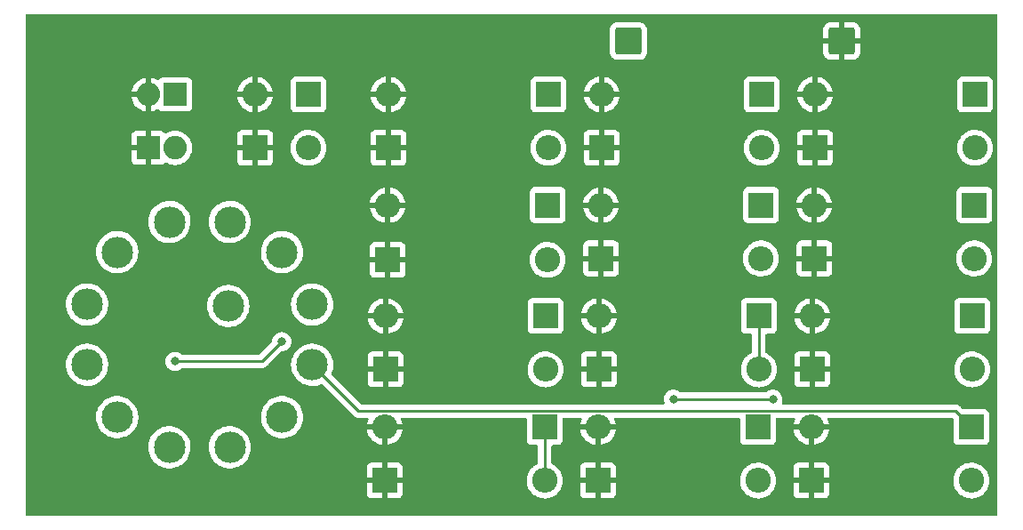
<source format=gbl>
G04 #@! TF.GenerationSoftware,KiCad,Pcbnew,(6.0.5-0)*
G04 #@! TF.CreationDate,2022-06-18T11:44:55-04:00*
G04 #@! TF.ProjectId,Diode Switcher Project,44696f64-6520-4537-9769-746368657220,rev?*
G04 #@! TF.SameCoordinates,Original*
G04 #@! TF.FileFunction,Copper,L2,Bot*
G04 #@! TF.FilePolarity,Positive*
%FSLAX46Y46*%
G04 Gerber Fmt 4.6, Leading zero omitted, Abs format (unit mm)*
G04 Created by KiCad (PCBNEW (6.0.5-0)) date 2022-06-18 11:44:55*
%MOMM*%
%LPD*%
G01*
G04 APERTURE LIST*
G04 Aperture macros list*
%AMRoundRect*
0 Rectangle with rounded corners*
0 $1 Rounding radius*
0 $2 $3 $4 $5 $6 $7 $8 $9 X,Y pos of 4 corners*
0 Add a 4 corners polygon primitive as box body*
4,1,4,$2,$3,$4,$5,$6,$7,$8,$9,$2,$3,0*
0 Add four circle primitives for the rounded corners*
1,1,$1+$1,$2,$3*
1,1,$1+$1,$4,$5*
1,1,$1+$1,$6,$7*
1,1,$1+$1,$8,$9*
0 Add four rect primitives between the rounded corners*
20,1,$1+$1,$2,$3,$4,$5,0*
20,1,$1+$1,$4,$5,$6,$7,0*
20,1,$1+$1,$6,$7,$8,$9,0*
20,1,$1+$1,$8,$9,$2,$3,0*%
G04 Aperture macros list end*
G04 #@! TA.AperFunction,ComponentPad*
%ADD10R,2.400000X2.400000*%
G04 #@! TD*
G04 #@! TA.AperFunction,ComponentPad*
%ADD11O,2.400000X2.400000*%
G04 #@! TD*
G04 #@! TA.AperFunction,ComponentPad*
%ADD12R,2.240000X2.240000*%
G04 #@! TD*
G04 #@! TA.AperFunction,ComponentPad*
%ADD13O,2.240000X2.240000*%
G04 #@! TD*
G04 #@! TA.AperFunction,ComponentPad*
%ADD14O,3.000000X3.000000*%
G04 #@! TD*
G04 #@! TA.AperFunction,ComponentPad*
%ADD15RoundRect,0.249999X-1.025001X-1.025001X1.025001X-1.025001X1.025001X1.025001X-1.025001X1.025001X0*%
G04 #@! TD*
G04 #@! TA.AperFunction,ViaPad*
%ADD16C,0.800000*%
G04 #@! TD*
G04 #@! TA.AperFunction,Conductor*
%ADD17C,0.250000*%
G04 #@! TD*
G04 APERTURE END LIST*
D10*
X38100000Y-30480000D03*
D11*
X43180000Y-30480000D03*
D10*
X43180000Y-25400000D03*
D11*
X38100000Y-25400000D03*
D12*
X27940000Y-30480000D03*
D13*
X30480000Y-30480000D03*
X27940000Y-25400000D03*
D12*
X30480000Y-25400000D03*
D14*
X43542015Y-45387109D03*
X40669124Y-40411115D03*
X35693130Y-37538224D03*
X29947348Y-37538224D03*
X24971354Y-40411115D03*
X22098463Y-45387109D03*
X22098463Y-51132891D03*
X24971354Y-56108885D03*
X29947348Y-58981776D03*
X35693130Y-58981776D03*
X40669124Y-56108885D03*
X43542015Y-51132891D03*
X35542600Y-45537639D03*
D15*
X73660000Y-20320000D03*
X93980000Y-20320000D03*
D10*
X91086161Y-62149921D03*
D11*
X106326161Y-62149921D03*
D10*
X106326161Y-57069921D03*
D11*
X91086161Y-57069921D03*
D10*
X91165366Y-51564581D03*
D11*
X106405366Y-51564581D03*
D10*
X106405366Y-46484581D03*
D11*
X91165366Y-46484581D03*
D10*
X91365127Y-41007210D03*
D11*
X106605127Y-41007210D03*
D10*
X106605127Y-35927210D03*
D11*
X91365127Y-35927210D03*
D10*
X91440000Y-30480000D03*
D11*
X106680000Y-30480000D03*
D10*
X106680000Y-25400000D03*
D11*
X91440000Y-25400000D03*
D10*
X70766161Y-62149921D03*
D11*
X86006161Y-62149921D03*
D10*
X86006161Y-57069921D03*
D11*
X70766161Y-57069921D03*
D10*
X70845366Y-51564581D03*
D11*
X86085366Y-51564581D03*
D10*
X86085366Y-46484581D03*
D11*
X70845366Y-46484581D03*
D10*
X71045127Y-41007210D03*
D11*
X86285127Y-41007210D03*
D10*
X86285127Y-35927210D03*
D11*
X71045127Y-35927210D03*
D10*
X71120000Y-30480000D03*
D11*
X86360000Y-30480000D03*
D10*
X86360000Y-25400000D03*
D11*
X71120000Y-25400000D03*
D10*
X50446161Y-62149921D03*
D11*
X65686161Y-62149921D03*
D10*
X65686161Y-57069921D03*
D11*
X50446161Y-57069921D03*
D10*
X50525366Y-51564581D03*
D11*
X65765366Y-51564581D03*
D10*
X65765366Y-46484581D03*
D11*
X50525366Y-46484581D03*
D10*
X50725127Y-41147210D03*
D11*
X65965127Y-41147210D03*
D10*
X65965127Y-35927210D03*
D11*
X50725127Y-35927210D03*
D10*
X50800000Y-30480000D03*
D11*
X66040000Y-30480000D03*
D10*
X66040000Y-25400000D03*
D11*
X50800000Y-25400000D03*
D16*
X87426475Y-54406475D03*
X94089472Y-43510025D03*
X89201652Y-49037373D03*
X82243703Y-61423885D03*
X79818160Y-58330125D03*
X63259441Y-21891720D03*
X32356255Y-63708608D03*
X37285347Y-63024012D03*
X41256005Y-61860198D03*
X46801235Y-60559465D03*
X37833024Y-52755068D03*
X20384637Y-21321772D03*
X22425186Y-34925431D03*
X21745003Y-62472843D03*
X77938695Y-54406475D03*
X40640000Y-48933632D03*
X30480000Y-50800000D03*
D17*
X87426475Y-54406475D02*
X77938695Y-54406475D01*
X43542015Y-51132891D02*
X47954534Y-55545410D01*
X104801650Y-55545410D02*
X106326161Y-57069921D01*
X47954534Y-55545410D02*
X104801650Y-55545410D01*
X65686161Y-57069921D02*
X65686161Y-62149921D01*
X86085366Y-46484581D02*
X86085366Y-51564581D01*
X40640000Y-48933632D02*
X38773632Y-50800000D01*
X38773632Y-50800000D02*
X30480000Y-50800000D01*
X71045127Y-46284820D02*
X70845366Y-46484581D01*
X71120000Y-35852337D02*
X71045127Y-35927210D01*
X70766161Y-62149921D02*
X70766161Y-57069921D01*
X91165366Y-56990716D02*
X91086161Y-57069921D01*
G04 #@! TA.AperFunction,Conductor*
G36*
X108762977Y-17744553D02*
G01*
X108809470Y-17798209D01*
X108820856Y-17850551D01*
X108820856Y-65411517D01*
X108800854Y-65479638D01*
X108747198Y-65526131D01*
X108694856Y-65537517D01*
X16373088Y-65537517D01*
X16304967Y-65517515D01*
X16258474Y-65463859D01*
X16247088Y-65411517D01*
X16247088Y-63394590D01*
X48738162Y-63394590D01*
X48738532Y-63401411D01*
X48744056Y-63452273D01*
X48747682Y-63467525D01*
X48792837Y-63587975D01*
X48801375Y-63603570D01*
X48877876Y-63705645D01*
X48890437Y-63718206D01*
X48992512Y-63794707D01*
X49008107Y-63803245D01*
X49128555Y-63848399D01*
X49143810Y-63852026D01*
X49194675Y-63857552D01*
X49201489Y-63857921D01*
X50174046Y-63857921D01*
X50189285Y-63853446D01*
X50190490Y-63852056D01*
X50192161Y-63844373D01*
X50192161Y-63839805D01*
X50700161Y-63839805D01*
X50704636Y-63855044D01*
X50706026Y-63856249D01*
X50713709Y-63857920D01*
X51690830Y-63857920D01*
X51697651Y-63857550D01*
X51748513Y-63852026D01*
X51763765Y-63848400D01*
X51884215Y-63803245D01*
X51899810Y-63794707D01*
X52001885Y-63718206D01*
X52014446Y-63705645D01*
X52090947Y-63603570D01*
X52099485Y-63587975D01*
X52144639Y-63467527D01*
X52148266Y-63452272D01*
X52153792Y-63401407D01*
X52154161Y-63394593D01*
X52154161Y-62422036D01*
X52149686Y-62406797D01*
X52148296Y-62405592D01*
X52140613Y-62403921D01*
X50718276Y-62403921D01*
X50703037Y-62408396D01*
X50701832Y-62409786D01*
X50700161Y-62417469D01*
X50700161Y-63839805D01*
X50192161Y-63839805D01*
X50192161Y-62422036D01*
X50187686Y-62406797D01*
X50186296Y-62405592D01*
X50178613Y-62403921D01*
X48756277Y-62403921D01*
X48741038Y-62408396D01*
X48739833Y-62409786D01*
X48738162Y-62417469D01*
X48738162Y-63394590D01*
X16247088Y-63394590D01*
X16247088Y-61877806D01*
X48738161Y-61877806D01*
X48742636Y-61893045D01*
X48744026Y-61894250D01*
X48751709Y-61895921D01*
X50174046Y-61895921D01*
X50189285Y-61891446D01*
X50190490Y-61890056D01*
X50192161Y-61882373D01*
X50192161Y-61877806D01*
X50700161Y-61877806D01*
X50704636Y-61893045D01*
X50706026Y-61894250D01*
X50713709Y-61895921D01*
X52136045Y-61895921D01*
X52151284Y-61891446D01*
X52152489Y-61890056D01*
X52154160Y-61882373D01*
X52154160Y-60905252D01*
X52153790Y-60898431D01*
X52148266Y-60847569D01*
X52144640Y-60832317D01*
X52099485Y-60711867D01*
X52090947Y-60696272D01*
X52014446Y-60594197D01*
X52001885Y-60581636D01*
X51899810Y-60505135D01*
X51884215Y-60496597D01*
X51763767Y-60451443D01*
X51748512Y-60447816D01*
X51697647Y-60442290D01*
X51690833Y-60441921D01*
X50718276Y-60441921D01*
X50703037Y-60446396D01*
X50701832Y-60447786D01*
X50700161Y-60455469D01*
X50700161Y-61877806D01*
X50192161Y-61877806D01*
X50192161Y-60460037D01*
X50187686Y-60444798D01*
X50186296Y-60443593D01*
X50178613Y-60441922D01*
X49201492Y-60441922D01*
X49194671Y-60442292D01*
X49143809Y-60447816D01*
X49128557Y-60451442D01*
X49008107Y-60496597D01*
X48992512Y-60505135D01*
X48890437Y-60581636D01*
X48877876Y-60594197D01*
X48801375Y-60696272D01*
X48792837Y-60711867D01*
X48747683Y-60832315D01*
X48744056Y-60847570D01*
X48738530Y-60898435D01*
X48738161Y-60905249D01*
X48738161Y-61877806D01*
X16247088Y-61877806D01*
X16247088Y-58960694D01*
X27934265Y-58960694D01*
X27950030Y-59234096D01*
X27950855Y-59238301D01*
X27950856Y-59238309D01*
X27961475Y-59292433D01*
X28002753Y-59502829D01*
X28004140Y-59506879D01*
X28004141Y-59506884D01*
X28024953Y-59567671D01*
X28091460Y-59761920D01*
X28214508Y-60006575D01*
X28216934Y-60010104D01*
X28216937Y-60010110D01*
X28367191Y-60228729D01*
X28369622Y-60232266D01*
X28553930Y-60434819D01*
X28557225Y-60437574D01*
X28557226Y-60437575D01*
X28600120Y-60473440D01*
X28764023Y-60610483D01*
X28767664Y-60612767D01*
X28992372Y-60753727D01*
X28992376Y-60753729D01*
X28996012Y-60756010D01*
X29079692Y-60793793D01*
X29241693Y-60866940D01*
X29241697Y-60866942D01*
X29245605Y-60868706D01*
X29249725Y-60869926D01*
X29249724Y-60869926D01*
X29504071Y-60945267D01*
X29504075Y-60945268D01*
X29508184Y-60946485D01*
X29512418Y-60947133D01*
X29512423Y-60947134D01*
X29774646Y-60987259D01*
X29774648Y-60987259D01*
X29778888Y-60987908D01*
X29918260Y-60990098D01*
X30048419Y-60992143D01*
X30048425Y-60992143D01*
X30052710Y-60992210D01*
X30324583Y-60959310D01*
X30589475Y-60889817D01*
X30593435Y-60888177D01*
X30593440Y-60888175D01*
X30761784Y-60818444D01*
X30842484Y-60785017D01*
X30994353Y-60696272D01*
X31075227Y-60649013D01*
X31075228Y-60649012D01*
X31078930Y-60646849D01*
X31294437Y-60477870D01*
X31298120Y-60474070D01*
X31482034Y-60284285D01*
X31485017Y-60281207D01*
X31487550Y-60277759D01*
X31487554Y-60277754D01*
X31644605Y-60063954D01*
X31647143Y-60060499D01*
X31674502Y-60010110D01*
X31775766Y-59823606D01*
X31775767Y-59823604D01*
X31777816Y-59819830D01*
X31874617Y-59563653D01*
X31935755Y-59296709D01*
X31960099Y-59023937D01*
X31960541Y-58981776D01*
X31959104Y-58960694D01*
X33680047Y-58960694D01*
X33695812Y-59234096D01*
X33696637Y-59238301D01*
X33696638Y-59238309D01*
X33707257Y-59292433D01*
X33748535Y-59502829D01*
X33749922Y-59506879D01*
X33749923Y-59506884D01*
X33770735Y-59567671D01*
X33837242Y-59761920D01*
X33960290Y-60006575D01*
X33962716Y-60010104D01*
X33962719Y-60010110D01*
X34112973Y-60228729D01*
X34115404Y-60232266D01*
X34299712Y-60434819D01*
X34303007Y-60437574D01*
X34303008Y-60437575D01*
X34345902Y-60473440D01*
X34509805Y-60610483D01*
X34513446Y-60612767D01*
X34738154Y-60753727D01*
X34738158Y-60753729D01*
X34741794Y-60756010D01*
X34825474Y-60793793D01*
X34987475Y-60866940D01*
X34987479Y-60866942D01*
X34991387Y-60868706D01*
X34995507Y-60869926D01*
X34995506Y-60869926D01*
X35249853Y-60945267D01*
X35249857Y-60945268D01*
X35253966Y-60946485D01*
X35258200Y-60947133D01*
X35258205Y-60947134D01*
X35520428Y-60987259D01*
X35520430Y-60987259D01*
X35524670Y-60987908D01*
X35664042Y-60990098D01*
X35794201Y-60992143D01*
X35794207Y-60992143D01*
X35798492Y-60992210D01*
X36070365Y-60959310D01*
X36335257Y-60889817D01*
X36339217Y-60888177D01*
X36339222Y-60888175D01*
X36507566Y-60818444D01*
X36588266Y-60785017D01*
X36740135Y-60696272D01*
X36821009Y-60649013D01*
X36821010Y-60649012D01*
X36824712Y-60646849D01*
X37040219Y-60477870D01*
X37043902Y-60474070D01*
X37227816Y-60284285D01*
X37230799Y-60281207D01*
X37233332Y-60277759D01*
X37233336Y-60277754D01*
X37390387Y-60063954D01*
X37392925Y-60060499D01*
X37420284Y-60010110D01*
X37521548Y-59823606D01*
X37521549Y-59823604D01*
X37523598Y-59819830D01*
X37620399Y-59563653D01*
X37681537Y-59296709D01*
X37705881Y-59023937D01*
X37706323Y-58981776D01*
X37701050Y-58904421D01*
X37687989Y-58712831D01*
X37687988Y-58712825D01*
X37687697Y-58708554D01*
X37673203Y-58638563D01*
X37633031Y-58444585D01*
X37632162Y-58440388D01*
X37540747Y-58182241D01*
X37415143Y-57938888D01*
X37405170Y-57924697D01*
X37300749Y-57776122D01*
X37257675Y-57714833D01*
X37158056Y-57607630D01*
X37074176Y-57517364D01*
X37074173Y-57517361D01*
X37071255Y-57514221D01*
X37067940Y-57511507D01*
X37067936Y-57511504D01*
X36937199Y-57404497D01*
X36859335Y-57340766D01*
X36625834Y-57197677D01*
X36610767Y-57191063D01*
X36379003Y-57089325D01*
X36378999Y-57089324D01*
X36375075Y-57087601D01*
X36111696Y-57012576D01*
X36107454Y-57011972D01*
X36107448Y-57011971D01*
X35906964Y-56983438D01*
X35840573Y-56973989D01*
X35696719Y-56973236D01*
X35571007Y-56972578D01*
X35571001Y-56972578D01*
X35566721Y-56972556D01*
X35562477Y-56973115D01*
X35562473Y-56973115D01*
X35443432Y-56988787D01*
X35295208Y-57008301D01*
X35291068Y-57009434D01*
X35291066Y-57009434D01*
X35218138Y-57029385D01*
X35031058Y-57080564D01*
X35027110Y-57082248D01*
X34783112Y-57186322D01*
X34783108Y-57186324D01*
X34779160Y-57188008D01*
X34759255Y-57199921D01*
X34547855Y-57326440D01*
X34547851Y-57326443D01*
X34544173Y-57328644D01*
X34330448Y-57499870D01*
X34141938Y-57698518D01*
X33982132Y-57920912D01*
X33853987Y-58162937D01*
X33852515Y-58166960D01*
X33852513Y-58166964D01*
X33776347Y-58375097D01*
X33759873Y-58420113D01*
X33701534Y-58687683D01*
X33680047Y-58960694D01*
X31959104Y-58960694D01*
X31955268Y-58904421D01*
X31942207Y-58712831D01*
X31942206Y-58712825D01*
X31941915Y-58708554D01*
X31927421Y-58638563D01*
X31887249Y-58444585D01*
X31886380Y-58440388D01*
X31794965Y-58182241D01*
X31669361Y-57938888D01*
X31659388Y-57924697D01*
X31554967Y-57776122D01*
X31511893Y-57714833D01*
X31412274Y-57607630D01*
X31328394Y-57517364D01*
X31328391Y-57517361D01*
X31325473Y-57514221D01*
X31322158Y-57511507D01*
X31322154Y-57511504D01*
X31191417Y-57404497D01*
X31113553Y-57340766D01*
X30880052Y-57197677D01*
X30864985Y-57191063D01*
X30633221Y-57089325D01*
X30633217Y-57089324D01*
X30629293Y-57087601D01*
X30365914Y-57012576D01*
X30361672Y-57011972D01*
X30361666Y-57011971D01*
X30161182Y-56983438D01*
X30094791Y-56973989D01*
X29950937Y-56973236D01*
X29825225Y-56972578D01*
X29825219Y-56972578D01*
X29820939Y-56972556D01*
X29816695Y-56973115D01*
X29816691Y-56973115D01*
X29697650Y-56988787D01*
X29549426Y-57008301D01*
X29545286Y-57009434D01*
X29545284Y-57009434D01*
X29472356Y-57029385D01*
X29285276Y-57080564D01*
X29281328Y-57082248D01*
X29037330Y-57186322D01*
X29037326Y-57186324D01*
X29033378Y-57188008D01*
X29013473Y-57199921D01*
X28802073Y-57326440D01*
X28802069Y-57326443D01*
X28798391Y-57328644D01*
X28584666Y-57499870D01*
X28396156Y-57698518D01*
X28236350Y-57920912D01*
X28108205Y-58162937D01*
X28106733Y-58166960D01*
X28106731Y-58166964D01*
X28030565Y-58375097D01*
X28014091Y-58420113D01*
X27955752Y-58687683D01*
X27934265Y-58960694D01*
X16247088Y-58960694D01*
X16247088Y-56087803D01*
X22958271Y-56087803D01*
X22974036Y-56361205D01*
X22974861Y-56365410D01*
X22974862Y-56365418D01*
X22985481Y-56419542D01*
X23026759Y-56629938D01*
X23028146Y-56633988D01*
X23028147Y-56633993D01*
X23090435Y-56815921D01*
X23115466Y-56889029D01*
X23175172Y-57007741D01*
X23212645Y-57082248D01*
X23238514Y-57133684D01*
X23240940Y-57137213D01*
X23240943Y-57137219D01*
X23382705Y-57343482D01*
X23393628Y-57359375D01*
X23577936Y-57561928D01*
X23788029Y-57737592D01*
X23791670Y-57739876D01*
X24016378Y-57880836D01*
X24016382Y-57880838D01*
X24020018Y-57883119D01*
X24143532Y-57938888D01*
X24265699Y-57994049D01*
X24265703Y-57994051D01*
X24269611Y-57995815D01*
X24273731Y-57997035D01*
X24273730Y-57997035D01*
X24528077Y-58072376D01*
X24528081Y-58072377D01*
X24532190Y-58073594D01*
X24536424Y-58074242D01*
X24536429Y-58074243D01*
X24798652Y-58114368D01*
X24798654Y-58114368D01*
X24802894Y-58115017D01*
X24942266Y-58117207D01*
X25072425Y-58119252D01*
X25072431Y-58119252D01*
X25076716Y-58119319D01*
X25348589Y-58086419D01*
X25613481Y-58016926D01*
X25617441Y-58015286D01*
X25617446Y-58015284D01*
X25801881Y-57938888D01*
X25866490Y-57912126D01*
X26102936Y-57773958D01*
X26318443Y-57604979D01*
X26360163Y-57561928D01*
X26506040Y-57411394D01*
X26509023Y-57408316D01*
X26511556Y-57404868D01*
X26511560Y-57404863D01*
X26668611Y-57191063D01*
X26671149Y-57187608D01*
X26698508Y-57137219D01*
X26799772Y-56950715D01*
X26799773Y-56950713D01*
X26801822Y-56946939D01*
X26898623Y-56690762D01*
X26959761Y-56423818D01*
X26972353Y-56282732D01*
X26983885Y-56153512D01*
X26983885Y-56153510D01*
X26984105Y-56151046D01*
X26984547Y-56108885D01*
X26983110Y-56087803D01*
X38656041Y-56087803D01*
X38671806Y-56361205D01*
X38672631Y-56365410D01*
X38672632Y-56365418D01*
X38683251Y-56419542D01*
X38724529Y-56629938D01*
X38725916Y-56633988D01*
X38725917Y-56633993D01*
X38788205Y-56815921D01*
X38813236Y-56889029D01*
X38872942Y-57007741D01*
X38910415Y-57082248D01*
X38936284Y-57133684D01*
X38938710Y-57137213D01*
X38938713Y-57137219D01*
X39080475Y-57343482D01*
X39091398Y-57359375D01*
X39275706Y-57561928D01*
X39485799Y-57737592D01*
X39489440Y-57739876D01*
X39714148Y-57880836D01*
X39714152Y-57880838D01*
X39717788Y-57883119D01*
X39841302Y-57938888D01*
X39963469Y-57994049D01*
X39963473Y-57994051D01*
X39967381Y-57995815D01*
X39971501Y-57997035D01*
X39971500Y-57997035D01*
X40225847Y-58072376D01*
X40225851Y-58072377D01*
X40229960Y-58073594D01*
X40234194Y-58074242D01*
X40234199Y-58074243D01*
X40496422Y-58114368D01*
X40496424Y-58114368D01*
X40500664Y-58115017D01*
X40640036Y-58117207D01*
X40770195Y-58119252D01*
X40770201Y-58119252D01*
X40774486Y-58119319D01*
X41046359Y-58086419D01*
X41311251Y-58016926D01*
X41315211Y-58015286D01*
X41315216Y-58015284D01*
X41499651Y-57938888D01*
X41564260Y-57912126D01*
X41800706Y-57773958D01*
X42016213Y-57604979D01*
X42057933Y-57561928D01*
X42203810Y-57411394D01*
X42206793Y-57408316D01*
X42209326Y-57404868D01*
X42209330Y-57404863D01*
X42254493Y-57343381D01*
X48759013Y-57343381D01*
X48794754Y-57523064D01*
X48797243Y-57532039D01*
X48879869Y-57762171D01*
X48883666Y-57770699D01*
X48999395Y-57986081D01*
X49004406Y-57993948D01*
X49150711Y-58189874D01*
X49156817Y-58196898D01*
X49330477Y-58369048D01*
X49337559Y-58375097D01*
X49534747Y-58519681D01*
X49542666Y-58524629D01*
X49759038Y-58638468D01*
X49767612Y-58642196D01*
X49998443Y-58722806D01*
X50007452Y-58725220D01*
X50174362Y-58756909D01*
X50187422Y-58755625D01*
X50191667Y-58742281D01*
X50700161Y-58742281D01*
X50704332Y-58756486D01*
X50717094Y-58758541D01*
X50753648Y-58754538D01*
X50762810Y-58752840D01*
X50999268Y-58690586D01*
X51008087Y-58687549D01*
X51232745Y-58591028D01*
X51241017Y-58586721D01*
X51448938Y-58458056D01*
X51456478Y-58452578D01*
X51643104Y-58294589D01*
X51649754Y-58288053D01*
X51810974Y-58104216D01*
X51816581Y-58096775D01*
X51948861Y-57891123D01*
X51953308Y-57882932D01*
X52053733Y-57659997D01*
X52056928Y-57651219D01*
X52123296Y-57415894D01*
X52125154Y-57406765D01*
X52133407Y-57341890D01*
X52131119Y-57327629D01*
X52118099Y-57323921D01*
X50718276Y-57323921D01*
X50703037Y-57328396D01*
X50701832Y-57329786D01*
X50700161Y-57337469D01*
X50700161Y-58742281D01*
X50191667Y-58742281D01*
X50192161Y-58740729D01*
X50192161Y-57342036D01*
X50187686Y-57326797D01*
X50186296Y-57325592D01*
X50178613Y-57323921D01*
X48773257Y-57323921D01*
X48760856Y-57327562D01*
X48759013Y-57343381D01*
X42254493Y-57343381D01*
X42366381Y-57191063D01*
X42368919Y-57187608D01*
X42396278Y-57137219D01*
X42497542Y-56950715D01*
X42497543Y-56950713D01*
X42499592Y-56946939D01*
X42596393Y-56690762D01*
X42657531Y-56423818D01*
X42670123Y-56282732D01*
X42681655Y-56153512D01*
X42681655Y-56153510D01*
X42681875Y-56151046D01*
X42682317Y-56108885D01*
X42679381Y-56065816D01*
X42663983Y-55839940D01*
X42663982Y-55839934D01*
X42663691Y-55835663D01*
X42660818Y-55821787D01*
X42609025Y-55571694D01*
X42608156Y-55567497D01*
X42516741Y-55309350D01*
X42432900Y-55146912D01*
X42393102Y-55069804D01*
X42393102Y-55069803D01*
X42391137Y-55065997D01*
X42381164Y-55051806D01*
X42299336Y-54935377D01*
X42233669Y-54841942D01*
X42047249Y-54641330D01*
X42043934Y-54638616D01*
X42043930Y-54638613D01*
X41838647Y-54470591D01*
X41835329Y-54467875D01*
X41601828Y-54324786D01*
X41597892Y-54323058D01*
X41354997Y-54216434D01*
X41354993Y-54216433D01*
X41351069Y-54214710D01*
X41087690Y-54139685D01*
X41083448Y-54139081D01*
X41083442Y-54139080D01*
X40882958Y-54110547D01*
X40816567Y-54101098D01*
X40672713Y-54100345D01*
X40547001Y-54099687D01*
X40546995Y-54099687D01*
X40542715Y-54099665D01*
X40538471Y-54100224D01*
X40538467Y-54100224D01*
X40419426Y-54115896D01*
X40271202Y-54135410D01*
X40267062Y-54136543D01*
X40267060Y-54136543D01*
X40194132Y-54156494D01*
X40007052Y-54207673D01*
X40003104Y-54209357D01*
X39759106Y-54313431D01*
X39759102Y-54313433D01*
X39755154Y-54315117D01*
X39735249Y-54327030D01*
X39523849Y-54453549D01*
X39523845Y-54453552D01*
X39520167Y-54455753D01*
X39306442Y-54626979D01*
X39289841Y-54644473D01*
X39125226Y-54817941D01*
X39117932Y-54825627D01*
X38958126Y-55048021D01*
X38829981Y-55290046D01*
X38828509Y-55294069D01*
X38828507Y-55294073D01*
X38782678Y-55419306D01*
X38735867Y-55547222D01*
X38677528Y-55814792D01*
X38656041Y-56087803D01*
X26983110Y-56087803D01*
X26981611Y-56065816D01*
X26966213Y-55839940D01*
X26966212Y-55839934D01*
X26965921Y-55835663D01*
X26963048Y-55821787D01*
X26911255Y-55571694D01*
X26910386Y-55567497D01*
X26818971Y-55309350D01*
X26735130Y-55146912D01*
X26695332Y-55069804D01*
X26695332Y-55069803D01*
X26693367Y-55065997D01*
X26683394Y-55051806D01*
X26601566Y-54935377D01*
X26535899Y-54841942D01*
X26349479Y-54641330D01*
X26346164Y-54638616D01*
X26346160Y-54638613D01*
X26140877Y-54470591D01*
X26137559Y-54467875D01*
X25904058Y-54324786D01*
X25900122Y-54323058D01*
X25657227Y-54216434D01*
X25657223Y-54216433D01*
X25653299Y-54214710D01*
X25389920Y-54139685D01*
X25385678Y-54139081D01*
X25385672Y-54139080D01*
X25185188Y-54110547D01*
X25118797Y-54101098D01*
X24974943Y-54100345D01*
X24849231Y-54099687D01*
X24849225Y-54099687D01*
X24844945Y-54099665D01*
X24840701Y-54100224D01*
X24840697Y-54100224D01*
X24721656Y-54115896D01*
X24573432Y-54135410D01*
X24569292Y-54136543D01*
X24569290Y-54136543D01*
X24496362Y-54156494D01*
X24309282Y-54207673D01*
X24305334Y-54209357D01*
X24061336Y-54313431D01*
X24061332Y-54313433D01*
X24057384Y-54315117D01*
X24037479Y-54327030D01*
X23826079Y-54453549D01*
X23826075Y-54453552D01*
X23822397Y-54455753D01*
X23608672Y-54626979D01*
X23592071Y-54644473D01*
X23427456Y-54817941D01*
X23420162Y-54825627D01*
X23260356Y-55048021D01*
X23132211Y-55290046D01*
X23130739Y-55294069D01*
X23130737Y-55294073D01*
X23084908Y-55419306D01*
X23038097Y-55547222D01*
X22979758Y-55814792D01*
X22958271Y-56087803D01*
X16247088Y-56087803D01*
X16247088Y-51111809D01*
X20085380Y-51111809D01*
X20101145Y-51385211D01*
X20101970Y-51389416D01*
X20101971Y-51389424D01*
X20118556Y-51473955D01*
X20153868Y-51653944D01*
X20155255Y-51657994D01*
X20155256Y-51657999D01*
X20241186Y-51908979D01*
X20242575Y-51913035D01*
X20244502Y-51916866D01*
X20362038Y-52150561D01*
X20365623Y-52157690D01*
X20368049Y-52161219D01*
X20368052Y-52161225D01*
X20433898Y-52257030D01*
X20520737Y-52383381D01*
X20705045Y-52585934D01*
X20915138Y-52761598D01*
X20918779Y-52763882D01*
X21143487Y-52904842D01*
X21143491Y-52904844D01*
X21147127Y-52907125D01*
X21243553Y-52950663D01*
X21392808Y-53018055D01*
X21392812Y-53018057D01*
X21396720Y-53019821D01*
X21400840Y-53021041D01*
X21400839Y-53021041D01*
X21655186Y-53096382D01*
X21655190Y-53096383D01*
X21659299Y-53097600D01*
X21663533Y-53098248D01*
X21663538Y-53098249D01*
X21925761Y-53138374D01*
X21925763Y-53138374D01*
X21930003Y-53139023D01*
X22069375Y-53141213D01*
X22199534Y-53143258D01*
X22199540Y-53143258D01*
X22203825Y-53143325D01*
X22475698Y-53110425D01*
X22740590Y-53040932D01*
X22744550Y-53039292D01*
X22744555Y-53039290D01*
X22924446Y-52964776D01*
X22993599Y-52936132D01*
X23199059Y-52816071D01*
X23226342Y-52800128D01*
X23226343Y-52800127D01*
X23230045Y-52797964D01*
X23445552Y-52628985D01*
X23477842Y-52595665D01*
X23633149Y-52435400D01*
X23636132Y-52432322D01*
X23638665Y-52428874D01*
X23638669Y-52428869D01*
X23795720Y-52215069D01*
X23798258Y-52211614D01*
X23825617Y-52161225D01*
X23926881Y-51974721D01*
X23926882Y-51974719D01*
X23928931Y-51970945D01*
X23984288Y-51824446D01*
X24024214Y-51718786D01*
X24024215Y-51718782D01*
X24025732Y-51714768D01*
X24054940Y-51587237D01*
X24085912Y-51452008D01*
X24085913Y-51452004D01*
X24086870Y-51447824D01*
X24087752Y-51437949D01*
X24110994Y-51177518D01*
X24110994Y-51177516D01*
X24111214Y-51175052D01*
X24111656Y-51132891D01*
X24104025Y-51020946D01*
X24093322Y-50863946D01*
X24093321Y-50863940D01*
X24093030Y-50859669D01*
X24086263Y-50826990D01*
X24080673Y-50800000D01*
X29566496Y-50800000D01*
X29586458Y-50989928D01*
X29645473Y-51171556D01*
X29740960Y-51336944D01*
X29745378Y-51341851D01*
X29745379Y-51341852D01*
X29840797Y-51447824D01*
X29868747Y-51478866D01*
X30023248Y-51591118D01*
X30029276Y-51593802D01*
X30029278Y-51593803D01*
X30154909Y-51649737D01*
X30197712Y-51668794D01*
X30291113Y-51688647D01*
X30378056Y-51707128D01*
X30378061Y-51707128D01*
X30384513Y-51708500D01*
X30575487Y-51708500D01*
X30581939Y-51707128D01*
X30581944Y-51707128D01*
X30668888Y-51688647D01*
X30762288Y-51668794D01*
X30805091Y-51649737D01*
X30930722Y-51593803D01*
X30930724Y-51593802D01*
X30936752Y-51591118D01*
X31091253Y-51478866D01*
X31095668Y-51473963D01*
X31100580Y-51469540D01*
X31101705Y-51470789D01*
X31155014Y-51437949D01*
X31188200Y-51433500D01*
X38694865Y-51433500D01*
X38706048Y-51434027D01*
X38713541Y-51435702D01*
X38721467Y-51435453D01*
X38721468Y-51435453D01*
X38781618Y-51433562D01*
X38785577Y-51433500D01*
X38813488Y-51433500D01*
X38817423Y-51433003D01*
X38817488Y-51432995D01*
X38829325Y-51432062D01*
X38861583Y-51431048D01*
X38865602Y-51430922D01*
X38873521Y-51430673D01*
X38892975Y-51425021D01*
X38912332Y-51421013D01*
X38924562Y-51419468D01*
X38924563Y-51419468D01*
X38932429Y-51418474D01*
X38939800Y-51415555D01*
X38939802Y-51415555D01*
X38973544Y-51402196D01*
X38984774Y-51398351D01*
X39019615Y-51388229D01*
X39019616Y-51388229D01*
X39027225Y-51386018D01*
X39034044Y-51381985D01*
X39034049Y-51381983D01*
X39044660Y-51375707D01*
X39062408Y-51367012D01*
X39081249Y-51359552D01*
X39117019Y-51333564D01*
X39126939Y-51327048D01*
X39158167Y-51308580D01*
X39158170Y-51308578D01*
X39164994Y-51304542D01*
X39179315Y-51290221D01*
X39194349Y-51277380D01*
X39204326Y-51270131D01*
X39210739Y-51265472D01*
X39238930Y-51231395D01*
X39246920Y-51222616D01*
X39357727Y-51111809D01*
X41528932Y-51111809D01*
X41544697Y-51385211D01*
X41545522Y-51389416D01*
X41545523Y-51389424D01*
X41562108Y-51473955D01*
X41597420Y-51653944D01*
X41598807Y-51657994D01*
X41598808Y-51657999D01*
X41684738Y-51908979D01*
X41686127Y-51913035D01*
X41688054Y-51916866D01*
X41805590Y-52150561D01*
X41809175Y-52157690D01*
X41811601Y-52161219D01*
X41811604Y-52161225D01*
X41877450Y-52257030D01*
X41964289Y-52383381D01*
X42148597Y-52585934D01*
X42358690Y-52761598D01*
X42362331Y-52763882D01*
X42587039Y-52904842D01*
X42587043Y-52904844D01*
X42590679Y-52907125D01*
X42687105Y-52950663D01*
X42836360Y-53018055D01*
X42836364Y-53018057D01*
X42840272Y-53019821D01*
X42844392Y-53021041D01*
X42844391Y-53021041D01*
X43098738Y-53096382D01*
X43098742Y-53096383D01*
X43102851Y-53097600D01*
X43107085Y-53098248D01*
X43107090Y-53098249D01*
X43369313Y-53138374D01*
X43369315Y-53138374D01*
X43373555Y-53139023D01*
X43512927Y-53141213D01*
X43643086Y-53143258D01*
X43643092Y-53143258D01*
X43647377Y-53143325D01*
X43919250Y-53110425D01*
X44184142Y-53040932D01*
X44367999Y-52964776D01*
X44438586Y-52957187D01*
X44505310Y-52992090D01*
X47450877Y-55937657D01*
X47458421Y-55945947D01*
X47462534Y-55952428D01*
X47468311Y-55957853D01*
X47512201Y-55999068D01*
X47515043Y-56001823D01*
X47534764Y-56021544D01*
X47537959Y-56024022D01*
X47546981Y-56031728D01*
X47579213Y-56061996D01*
X47586162Y-56065816D01*
X47596966Y-56071756D01*
X47613490Y-56082609D01*
X47629493Y-56095023D01*
X47670077Y-56112586D01*
X47680707Y-56117793D01*
X47719474Y-56139105D01*
X47727151Y-56141076D01*
X47727156Y-56141078D01*
X47739092Y-56144142D01*
X47757800Y-56150547D01*
X47776389Y-56158591D01*
X47784217Y-56159831D01*
X47784224Y-56159833D01*
X47820058Y-56165509D01*
X47831678Y-56167915D01*
X47866823Y-56176938D01*
X47874504Y-56178910D01*
X47894758Y-56178910D01*
X47914468Y-56180461D01*
X47934477Y-56183630D01*
X47942369Y-56182884D01*
X47978495Y-56179469D01*
X47990353Y-56178910D01*
X48778151Y-56178910D01*
X48846272Y-56198912D01*
X48892765Y-56252568D01*
X48902869Y-56322842D01*
X48894348Y-56353636D01*
X48823690Y-56522135D01*
X48820733Y-56530973D01*
X48760543Y-56767969D01*
X48758925Y-56777149D01*
X48756836Y-56797897D01*
X48759596Y-56812624D01*
X48771775Y-56815921D01*
X52121832Y-56815921D01*
X52135363Y-56811948D01*
X52136795Y-56801989D01*
X52085140Y-56573707D01*
X52082416Y-56564796D01*
X51999111Y-56350577D01*
X51993064Y-56279838D01*
X52026220Y-56217060D01*
X52088054Y-56182173D01*
X52116544Y-56178910D01*
X63851661Y-56178910D01*
X63919782Y-56198912D01*
X63966275Y-56252568D01*
X63977661Y-56304910D01*
X63977661Y-58318055D01*
X63984416Y-58380237D01*
X64035546Y-58516626D01*
X64122900Y-58633182D01*
X64239456Y-58720536D01*
X64375845Y-58771666D01*
X64438027Y-58778421D01*
X64926661Y-58778421D01*
X64994782Y-58798423D01*
X65041275Y-58852079D01*
X65052661Y-58904421D01*
X65052661Y-60479911D01*
X65032659Y-60548032D01*
X64979413Y-60594337D01*
X64855541Y-60651443D01*
X64851632Y-60654006D01*
X64647089Y-60788110D01*
X64647084Y-60788114D01*
X64643176Y-60790676D01*
X64596521Y-60832317D01*
X64514808Y-60905249D01*
X64453723Y-60959769D01*
X64291344Y-61155008D01*
X64159608Y-61372103D01*
X64061407Y-61606286D01*
X63998899Y-61852411D01*
X63973457Y-62105072D01*
X63985641Y-62358719D01*
X64035182Y-62607778D01*
X64036761Y-62612176D01*
X64036763Y-62612183D01*
X64081183Y-62735901D01*
X64120992Y-62846779D01*
X64241186Y-63070472D01*
X64243981Y-63074215D01*
X64243983Y-63074218D01*
X64390332Y-63270203D01*
X64390337Y-63270209D01*
X64393124Y-63273941D01*
X64396433Y-63277221D01*
X64396438Y-63277227D01*
X64521707Y-63401407D01*
X64573468Y-63452718D01*
X64577230Y-63455476D01*
X64577233Y-63455479D01*
X64682925Y-63532975D01*
X64778255Y-63602874D01*
X64782390Y-63605050D01*
X64782394Y-63605052D01*
X64900450Y-63667164D01*
X65002988Y-63721112D01*
X65137321Y-63768023D01*
X65238182Y-63803245D01*
X65242729Y-63804833D01*
X65492211Y-63852199D01*
X65612693Y-63856932D01*
X65741286Y-63861985D01*
X65741291Y-63861985D01*
X65745954Y-63862168D01*
X65844935Y-63851328D01*
X65993730Y-63835033D01*
X65993736Y-63835032D01*
X65998383Y-63834523D01*
X66107841Y-63805705D01*
X66239434Y-63771059D01*
X66243954Y-63769869D01*
X66393441Y-63705645D01*
X66472968Y-63671478D01*
X66472971Y-63671476D01*
X66477271Y-63669629D01*
X66481251Y-63667166D01*
X66481255Y-63667164D01*
X66689225Y-63538468D01*
X66689227Y-63538466D01*
X66693208Y-63536003D01*
X66696785Y-63532975D01*
X66860253Y-63394590D01*
X69058162Y-63394590D01*
X69058532Y-63401411D01*
X69064056Y-63452273D01*
X69067682Y-63467525D01*
X69112837Y-63587975D01*
X69121375Y-63603570D01*
X69197876Y-63705645D01*
X69210437Y-63718206D01*
X69312512Y-63794707D01*
X69328107Y-63803245D01*
X69448555Y-63848399D01*
X69463810Y-63852026D01*
X69514675Y-63857552D01*
X69521489Y-63857921D01*
X70494046Y-63857921D01*
X70509285Y-63853446D01*
X70510490Y-63852056D01*
X70512161Y-63844373D01*
X70512161Y-63839805D01*
X71020161Y-63839805D01*
X71024636Y-63855044D01*
X71026026Y-63856249D01*
X71033709Y-63857920D01*
X72010830Y-63857920D01*
X72017651Y-63857550D01*
X72068513Y-63852026D01*
X72083765Y-63848400D01*
X72204215Y-63803245D01*
X72219810Y-63794707D01*
X72321885Y-63718206D01*
X72334446Y-63705645D01*
X72410947Y-63603570D01*
X72419485Y-63587975D01*
X72464639Y-63467527D01*
X72468266Y-63452272D01*
X72473792Y-63401407D01*
X72474161Y-63394593D01*
X72474161Y-62422036D01*
X72469686Y-62406797D01*
X72468296Y-62405592D01*
X72460613Y-62403921D01*
X71038276Y-62403921D01*
X71023037Y-62408396D01*
X71021832Y-62409786D01*
X71020161Y-62417469D01*
X71020161Y-63839805D01*
X70512161Y-63839805D01*
X70512161Y-62422036D01*
X70507686Y-62406797D01*
X70506296Y-62405592D01*
X70498613Y-62403921D01*
X69076277Y-62403921D01*
X69061038Y-62408396D01*
X69059833Y-62409786D01*
X69058162Y-62417469D01*
X69058162Y-63394590D01*
X66860253Y-63394590D01*
X66883450Y-63374952D01*
X66883452Y-63374950D01*
X66887023Y-63371927D01*
X67054456Y-63181005D01*
X67191830Y-62967433D01*
X67296128Y-62735901D01*
X67365057Y-62491496D01*
X67397104Y-62239588D01*
X67399452Y-62149921D01*
X67396119Y-62105072D01*
X84293457Y-62105072D01*
X84305641Y-62358719D01*
X84355182Y-62607778D01*
X84356761Y-62612176D01*
X84356763Y-62612183D01*
X84401183Y-62735901D01*
X84440992Y-62846779D01*
X84561186Y-63070472D01*
X84563981Y-63074215D01*
X84563983Y-63074218D01*
X84710332Y-63270203D01*
X84710337Y-63270209D01*
X84713124Y-63273941D01*
X84716433Y-63277221D01*
X84716438Y-63277227D01*
X84841707Y-63401407D01*
X84893468Y-63452718D01*
X84897230Y-63455476D01*
X84897233Y-63455479D01*
X85002925Y-63532975D01*
X85098255Y-63602874D01*
X85102390Y-63605050D01*
X85102394Y-63605052D01*
X85220450Y-63667164D01*
X85322988Y-63721112D01*
X85457321Y-63768023D01*
X85558182Y-63803245D01*
X85562729Y-63804833D01*
X85812211Y-63852199D01*
X85932693Y-63856932D01*
X86061286Y-63861985D01*
X86061291Y-63861985D01*
X86065954Y-63862168D01*
X86164935Y-63851328D01*
X86313730Y-63835033D01*
X86313736Y-63835032D01*
X86318383Y-63834523D01*
X86427841Y-63805705D01*
X86559434Y-63771059D01*
X86563954Y-63769869D01*
X86713441Y-63705645D01*
X86792968Y-63671478D01*
X86792971Y-63671476D01*
X86797271Y-63669629D01*
X86801251Y-63667166D01*
X86801255Y-63667164D01*
X87009225Y-63538468D01*
X87009227Y-63538466D01*
X87013208Y-63536003D01*
X87016785Y-63532975D01*
X87180253Y-63394590D01*
X89378162Y-63394590D01*
X89378532Y-63401411D01*
X89384056Y-63452273D01*
X89387682Y-63467525D01*
X89432837Y-63587975D01*
X89441375Y-63603570D01*
X89517876Y-63705645D01*
X89530437Y-63718206D01*
X89632512Y-63794707D01*
X89648107Y-63803245D01*
X89768555Y-63848399D01*
X89783810Y-63852026D01*
X89834675Y-63857552D01*
X89841489Y-63857921D01*
X90814046Y-63857921D01*
X90829285Y-63853446D01*
X90830490Y-63852056D01*
X90832161Y-63844373D01*
X90832161Y-63839805D01*
X91340161Y-63839805D01*
X91344636Y-63855044D01*
X91346026Y-63856249D01*
X91353709Y-63857920D01*
X92330830Y-63857920D01*
X92337651Y-63857550D01*
X92388513Y-63852026D01*
X92403765Y-63848400D01*
X92524215Y-63803245D01*
X92539810Y-63794707D01*
X92641885Y-63718206D01*
X92654446Y-63705645D01*
X92730947Y-63603570D01*
X92739485Y-63587975D01*
X92784639Y-63467527D01*
X92788266Y-63452272D01*
X92793792Y-63401407D01*
X92794161Y-63394593D01*
X92794161Y-62422036D01*
X92789686Y-62406797D01*
X92788296Y-62405592D01*
X92780613Y-62403921D01*
X91358276Y-62403921D01*
X91343037Y-62408396D01*
X91341832Y-62409786D01*
X91340161Y-62417469D01*
X91340161Y-63839805D01*
X90832161Y-63839805D01*
X90832161Y-62422036D01*
X90827686Y-62406797D01*
X90826296Y-62405592D01*
X90818613Y-62403921D01*
X89396277Y-62403921D01*
X89381038Y-62408396D01*
X89379833Y-62409786D01*
X89378162Y-62417469D01*
X89378162Y-63394590D01*
X87180253Y-63394590D01*
X87203450Y-63374952D01*
X87203452Y-63374950D01*
X87207023Y-63371927D01*
X87374456Y-63181005D01*
X87511830Y-62967433D01*
X87616128Y-62735901D01*
X87685057Y-62491496D01*
X87717104Y-62239588D01*
X87719452Y-62149921D01*
X87716119Y-62105072D01*
X104613457Y-62105072D01*
X104625641Y-62358719D01*
X104675182Y-62607778D01*
X104676761Y-62612176D01*
X104676763Y-62612183D01*
X104721183Y-62735901D01*
X104760992Y-62846779D01*
X104881186Y-63070472D01*
X104883981Y-63074215D01*
X104883983Y-63074218D01*
X105030332Y-63270203D01*
X105030337Y-63270209D01*
X105033124Y-63273941D01*
X105036433Y-63277221D01*
X105036438Y-63277227D01*
X105161707Y-63401407D01*
X105213468Y-63452718D01*
X105217230Y-63455476D01*
X105217233Y-63455479D01*
X105322925Y-63532975D01*
X105418255Y-63602874D01*
X105422390Y-63605050D01*
X105422394Y-63605052D01*
X105540450Y-63667164D01*
X105642988Y-63721112D01*
X105777321Y-63768023D01*
X105878182Y-63803245D01*
X105882729Y-63804833D01*
X106132211Y-63852199D01*
X106252693Y-63856932D01*
X106381286Y-63861985D01*
X106381291Y-63861985D01*
X106385954Y-63862168D01*
X106484935Y-63851328D01*
X106633730Y-63835033D01*
X106633736Y-63835032D01*
X106638383Y-63834523D01*
X106747841Y-63805705D01*
X106879434Y-63771059D01*
X106883954Y-63769869D01*
X107033441Y-63705645D01*
X107112968Y-63671478D01*
X107112971Y-63671476D01*
X107117271Y-63669629D01*
X107121251Y-63667166D01*
X107121255Y-63667164D01*
X107329225Y-63538468D01*
X107329227Y-63538466D01*
X107333208Y-63536003D01*
X107336785Y-63532975D01*
X107523450Y-63374952D01*
X107523452Y-63374950D01*
X107527023Y-63371927D01*
X107694456Y-63181005D01*
X107831830Y-62967433D01*
X107936128Y-62735901D01*
X108005057Y-62491496D01*
X108037104Y-62239588D01*
X108039452Y-62149921D01*
X108020633Y-61896680D01*
X108019135Y-61890056D01*
X107965620Y-61653560D01*
X107964589Y-61649003D01*
X107872552Y-61412330D01*
X107852027Y-61376419D01*
X107748863Y-61195918D01*
X107748861Y-61195916D01*
X107746544Y-61191861D01*
X107589332Y-60992438D01*
X107459097Y-60869926D01*
X107407771Y-60821643D01*
X107407769Y-60821641D01*
X107404370Y-60818444D01*
X107250740Y-60711867D01*
X107199554Y-60676358D01*
X107199551Y-60676356D01*
X107195722Y-60673700D01*
X107191545Y-60671640D01*
X107191538Y-60671636D01*
X106972157Y-60563449D01*
X106972153Y-60563448D01*
X106967971Y-60561385D01*
X106726121Y-60483968D01*
X106688677Y-60477870D01*
X106480096Y-60443901D01*
X106480095Y-60443901D01*
X106475484Y-60443150D01*
X106348525Y-60441488D01*
X106226244Y-60439887D01*
X106226241Y-60439887D01*
X106221567Y-60439826D01*
X105969948Y-60474070D01*
X105965462Y-60475378D01*
X105965460Y-60475378D01*
X105949908Y-60479911D01*
X105726154Y-60545129D01*
X105495541Y-60651443D01*
X105491632Y-60654006D01*
X105287089Y-60788110D01*
X105287084Y-60788114D01*
X105283176Y-60790676D01*
X105236521Y-60832317D01*
X105154808Y-60905249D01*
X105093723Y-60959769D01*
X104931344Y-61155008D01*
X104799608Y-61372103D01*
X104701407Y-61606286D01*
X104638899Y-61852411D01*
X104613457Y-62105072D01*
X87716119Y-62105072D01*
X87700633Y-61896680D01*
X87699135Y-61890056D01*
X87696363Y-61877806D01*
X89378161Y-61877806D01*
X89382636Y-61893045D01*
X89384026Y-61894250D01*
X89391709Y-61895921D01*
X90814046Y-61895921D01*
X90829285Y-61891446D01*
X90830490Y-61890056D01*
X90832161Y-61882373D01*
X90832161Y-61877806D01*
X91340161Y-61877806D01*
X91344636Y-61893045D01*
X91346026Y-61894250D01*
X91353709Y-61895921D01*
X92776045Y-61895921D01*
X92791284Y-61891446D01*
X92792489Y-61890056D01*
X92794160Y-61882373D01*
X92794160Y-60905252D01*
X92793790Y-60898431D01*
X92788266Y-60847569D01*
X92784640Y-60832317D01*
X92739485Y-60711867D01*
X92730947Y-60696272D01*
X92654446Y-60594197D01*
X92641885Y-60581636D01*
X92539810Y-60505135D01*
X92524215Y-60496597D01*
X92403767Y-60451443D01*
X92388512Y-60447816D01*
X92337647Y-60442290D01*
X92330833Y-60441921D01*
X91358276Y-60441921D01*
X91343037Y-60446396D01*
X91341832Y-60447786D01*
X91340161Y-60455469D01*
X91340161Y-61877806D01*
X90832161Y-61877806D01*
X90832161Y-60460037D01*
X90827686Y-60444798D01*
X90826296Y-60443593D01*
X90818613Y-60441922D01*
X89841492Y-60441922D01*
X89834671Y-60442292D01*
X89783809Y-60447816D01*
X89768557Y-60451442D01*
X89648107Y-60496597D01*
X89632512Y-60505135D01*
X89530437Y-60581636D01*
X89517876Y-60594197D01*
X89441375Y-60696272D01*
X89432837Y-60711867D01*
X89387683Y-60832315D01*
X89384056Y-60847570D01*
X89378530Y-60898435D01*
X89378161Y-60905249D01*
X89378161Y-61877806D01*
X87696363Y-61877806D01*
X87645620Y-61653560D01*
X87644589Y-61649003D01*
X87552552Y-61412330D01*
X87532027Y-61376419D01*
X87428863Y-61195918D01*
X87428861Y-61195916D01*
X87426544Y-61191861D01*
X87269332Y-60992438D01*
X87139097Y-60869926D01*
X87087771Y-60821643D01*
X87087769Y-60821641D01*
X87084370Y-60818444D01*
X86930740Y-60711867D01*
X86879554Y-60676358D01*
X86879551Y-60676356D01*
X86875722Y-60673700D01*
X86871545Y-60671640D01*
X86871538Y-60671636D01*
X86652157Y-60563449D01*
X86652153Y-60563448D01*
X86647971Y-60561385D01*
X86406121Y-60483968D01*
X86368677Y-60477870D01*
X86160096Y-60443901D01*
X86160095Y-60443901D01*
X86155484Y-60443150D01*
X86028525Y-60441488D01*
X85906244Y-60439887D01*
X85906241Y-60439887D01*
X85901567Y-60439826D01*
X85649948Y-60474070D01*
X85645462Y-60475378D01*
X85645460Y-60475378D01*
X85629908Y-60479911D01*
X85406154Y-60545129D01*
X85175541Y-60651443D01*
X85171632Y-60654006D01*
X84967089Y-60788110D01*
X84967084Y-60788114D01*
X84963176Y-60790676D01*
X84916521Y-60832317D01*
X84834808Y-60905249D01*
X84773723Y-60959769D01*
X84611344Y-61155008D01*
X84479608Y-61372103D01*
X84381407Y-61606286D01*
X84318899Y-61852411D01*
X84293457Y-62105072D01*
X67396119Y-62105072D01*
X67380633Y-61896680D01*
X67379135Y-61890056D01*
X67376363Y-61877806D01*
X69058161Y-61877806D01*
X69062636Y-61893045D01*
X69064026Y-61894250D01*
X69071709Y-61895921D01*
X70494046Y-61895921D01*
X70509285Y-61891446D01*
X70510490Y-61890056D01*
X70512161Y-61882373D01*
X70512161Y-61877806D01*
X71020161Y-61877806D01*
X71024636Y-61893045D01*
X71026026Y-61894250D01*
X71033709Y-61895921D01*
X72456045Y-61895921D01*
X72471284Y-61891446D01*
X72472489Y-61890056D01*
X72474160Y-61882373D01*
X72474160Y-60905252D01*
X72473790Y-60898431D01*
X72468266Y-60847569D01*
X72464640Y-60832317D01*
X72419485Y-60711867D01*
X72410947Y-60696272D01*
X72334446Y-60594197D01*
X72321885Y-60581636D01*
X72219810Y-60505135D01*
X72204215Y-60496597D01*
X72083767Y-60451443D01*
X72068512Y-60447816D01*
X72017647Y-60442290D01*
X72010833Y-60441921D01*
X71038276Y-60441921D01*
X71023037Y-60446396D01*
X71021832Y-60447786D01*
X71020161Y-60455469D01*
X71020161Y-61877806D01*
X70512161Y-61877806D01*
X70512161Y-60460037D01*
X70507686Y-60444798D01*
X70506296Y-60443593D01*
X70498613Y-60441922D01*
X69521492Y-60441922D01*
X69514671Y-60442292D01*
X69463809Y-60447816D01*
X69448557Y-60451442D01*
X69328107Y-60496597D01*
X69312512Y-60505135D01*
X69210437Y-60581636D01*
X69197876Y-60594197D01*
X69121375Y-60696272D01*
X69112837Y-60711867D01*
X69067683Y-60832315D01*
X69064056Y-60847570D01*
X69058530Y-60898435D01*
X69058161Y-60905249D01*
X69058161Y-61877806D01*
X67376363Y-61877806D01*
X67325620Y-61653560D01*
X67324589Y-61649003D01*
X67232552Y-61412330D01*
X67212027Y-61376419D01*
X67108863Y-61195918D01*
X67108861Y-61195916D01*
X67106544Y-61191861D01*
X66949332Y-60992438D01*
X66819097Y-60869926D01*
X66767771Y-60821643D01*
X66767769Y-60821641D01*
X66764370Y-60818444D01*
X66610740Y-60711867D01*
X66559554Y-60676358D01*
X66559551Y-60676356D01*
X66555722Y-60673700D01*
X66551545Y-60671640D01*
X66551538Y-60671636D01*
X66389932Y-60591941D01*
X66337684Y-60543872D01*
X66319661Y-60478935D01*
X66319661Y-58904421D01*
X66339663Y-58836300D01*
X66393319Y-58789807D01*
X66445661Y-58778421D01*
X66934295Y-58778421D01*
X66996477Y-58771666D01*
X67132866Y-58720536D01*
X67249422Y-58633182D01*
X67336776Y-58516626D01*
X67387906Y-58380237D01*
X67394661Y-58318055D01*
X67394661Y-57343381D01*
X69079013Y-57343381D01*
X69114754Y-57523064D01*
X69117243Y-57532039D01*
X69199869Y-57762171D01*
X69203666Y-57770699D01*
X69319395Y-57986081D01*
X69324406Y-57993948D01*
X69470711Y-58189874D01*
X69476817Y-58196898D01*
X69650477Y-58369048D01*
X69657559Y-58375097D01*
X69854747Y-58519681D01*
X69862666Y-58524629D01*
X70079038Y-58638468D01*
X70087612Y-58642196D01*
X70318443Y-58722806D01*
X70327452Y-58725220D01*
X70494362Y-58756909D01*
X70507422Y-58755625D01*
X70511667Y-58742281D01*
X71020161Y-58742281D01*
X71024332Y-58756486D01*
X71037094Y-58758541D01*
X71073648Y-58754538D01*
X71082810Y-58752840D01*
X71319268Y-58690586D01*
X71328087Y-58687549D01*
X71552745Y-58591028D01*
X71561017Y-58586721D01*
X71768938Y-58458056D01*
X71776478Y-58452578D01*
X71963104Y-58294589D01*
X71969754Y-58288053D01*
X72130974Y-58104216D01*
X72136581Y-58096775D01*
X72268861Y-57891123D01*
X72273308Y-57882932D01*
X72373733Y-57659997D01*
X72376928Y-57651219D01*
X72443296Y-57415894D01*
X72445154Y-57406765D01*
X72453407Y-57341890D01*
X72451119Y-57327629D01*
X72438099Y-57323921D01*
X71038276Y-57323921D01*
X71023037Y-57328396D01*
X71021832Y-57329786D01*
X71020161Y-57337469D01*
X71020161Y-58742281D01*
X70511667Y-58742281D01*
X70512161Y-58740729D01*
X70512161Y-57342036D01*
X70507686Y-57326797D01*
X70506296Y-57325592D01*
X70498613Y-57323921D01*
X69093257Y-57323921D01*
X69080856Y-57327562D01*
X69079013Y-57343381D01*
X67394661Y-57343381D01*
X67394661Y-56304910D01*
X67414663Y-56236789D01*
X67468319Y-56190296D01*
X67520661Y-56178910D01*
X69098151Y-56178910D01*
X69166272Y-56198912D01*
X69212765Y-56252568D01*
X69222869Y-56322842D01*
X69214348Y-56353636D01*
X69143690Y-56522135D01*
X69140733Y-56530973D01*
X69080543Y-56767969D01*
X69078925Y-56777149D01*
X69076836Y-56797897D01*
X69079596Y-56812624D01*
X69091775Y-56815921D01*
X72441832Y-56815921D01*
X72455363Y-56811948D01*
X72456795Y-56801989D01*
X72405140Y-56573707D01*
X72402416Y-56564796D01*
X72319111Y-56350577D01*
X72313064Y-56279838D01*
X72346220Y-56217060D01*
X72408054Y-56182173D01*
X72436544Y-56178910D01*
X84171661Y-56178910D01*
X84239782Y-56198912D01*
X84286275Y-56252568D01*
X84297661Y-56304910D01*
X84297661Y-58318055D01*
X84304416Y-58380237D01*
X84355546Y-58516626D01*
X84442900Y-58633182D01*
X84559456Y-58720536D01*
X84695845Y-58771666D01*
X84758027Y-58778421D01*
X87254295Y-58778421D01*
X87316477Y-58771666D01*
X87452866Y-58720536D01*
X87569422Y-58633182D01*
X87656776Y-58516626D01*
X87707906Y-58380237D01*
X87714661Y-58318055D01*
X87714661Y-57343381D01*
X89399013Y-57343381D01*
X89434754Y-57523064D01*
X89437243Y-57532039D01*
X89519869Y-57762171D01*
X89523666Y-57770699D01*
X89639395Y-57986081D01*
X89644406Y-57993948D01*
X89790711Y-58189874D01*
X89796817Y-58196898D01*
X89970477Y-58369048D01*
X89977559Y-58375097D01*
X90174747Y-58519681D01*
X90182666Y-58524629D01*
X90399038Y-58638468D01*
X90407612Y-58642196D01*
X90638443Y-58722806D01*
X90647452Y-58725220D01*
X90814362Y-58756909D01*
X90827422Y-58755625D01*
X90831667Y-58742281D01*
X91340161Y-58742281D01*
X91344332Y-58756486D01*
X91357094Y-58758541D01*
X91393648Y-58754538D01*
X91402810Y-58752840D01*
X91639268Y-58690586D01*
X91648087Y-58687549D01*
X91872745Y-58591028D01*
X91881017Y-58586721D01*
X92088938Y-58458056D01*
X92096478Y-58452578D01*
X92283104Y-58294589D01*
X92289754Y-58288053D01*
X92450974Y-58104216D01*
X92456581Y-58096775D01*
X92588861Y-57891123D01*
X92593308Y-57882932D01*
X92693733Y-57659997D01*
X92696928Y-57651219D01*
X92763296Y-57415894D01*
X92765154Y-57406765D01*
X92773407Y-57341890D01*
X92771119Y-57327629D01*
X92758099Y-57323921D01*
X91358276Y-57323921D01*
X91343037Y-57328396D01*
X91341832Y-57329786D01*
X91340161Y-57337469D01*
X91340161Y-58742281D01*
X90831667Y-58742281D01*
X90832161Y-58740729D01*
X90832161Y-57342036D01*
X90827686Y-57326797D01*
X90826296Y-57325592D01*
X90818613Y-57323921D01*
X89413257Y-57323921D01*
X89400856Y-57327562D01*
X89399013Y-57343381D01*
X87714661Y-57343381D01*
X87714661Y-56304910D01*
X87734663Y-56236789D01*
X87788319Y-56190296D01*
X87840661Y-56178910D01*
X89418151Y-56178910D01*
X89486272Y-56198912D01*
X89532765Y-56252568D01*
X89542869Y-56322842D01*
X89534348Y-56353636D01*
X89463690Y-56522135D01*
X89460733Y-56530973D01*
X89400543Y-56767969D01*
X89398925Y-56777149D01*
X89396836Y-56797897D01*
X89399596Y-56812624D01*
X89411775Y-56815921D01*
X92761832Y-56815921D01*
X92775363Y-56811948D01*
X92776795Y-56801989D01*
X92725140Y-56573707D01*
X92722416Y-56564796D01*
X92639111Y-56350577D01*
X92633064Y-56279838D01*
X92666220Y-56217060D01*
X92728054Y-56182173D01*
X92756544Y-56178910D01*
X104487056Y-56178910D01*
X104555177Y-56198912D01*
X104576151Y-56215815D01*
X104580756Y-56220420D01*
X104614782Y-56282732D01*
X104617661Y-56309515D01*
X104617661Y-58318055D01*
X104624416Y-58380237D01*
X104675546Y-58516626D01*
X104762900Y-58633182D01*
X104879456Y-58720536D01*
X105015845Y-58771666D01*
X105078027Y-58778421D01*
X107574295Y-58778421D01*
X107636477Y-58771666D01*
X107772866Y-58720536D01*
X107889422Y-58633182D01*
X107976776Y-58516626D01*
X108027906Y-58380237D01*
X108034661Y-58318055D01*
X108034661Y-55821787D01*
X108027906Y-55759605D01*
X107976776Y-55623216D01*
X107889422Y-55506660D01*
X107772866Y-55419306D01*
X107636477Y-55368176D01*
X107574295Y-55361421D01*
X105565756Y-55361421D01*
X105497635Y-55341419D01*
X105476661Y-55324516D01*
X105305302Y-55153157D01*
X105297762Y-55144871D01*
X105293650Y-55138392D01*
X105243998Y-55091766D01*
X105241157Y-55089012D01*
X105221420Y-55069275D01*
X105218223Y-55066795D01*
X105209201Y-55059090D01*
X105182750Y-55034251D01*
X105176971Y-55028824D01*
X105170025Y-55025005D01*
X105170022Y-55025003D01*
X105159216Y-55019062D01*
X105142697Y-55008211D01*
X105142233Y-55007851D01*
X105126691Y-54995796D01*
X105119422Y-54992651D01*
X105119418Y-54992648D01*
X105086113Y-54978236D01*
X105075463Y-54973019D01*
X105036710Y-54951715D01*
X105017087Y-54946677D01*
X104998384Y-54940273D01*
X104987070Y-54935377D01*
X104987069Y-54935377D01*
X104979795Y-54932229D01*
X104971972Y-54930990D01*
X104971962Y-54930987D01*
X104936126Y-54925311D01*
X104924506Y-54922905D01*
X104889361Y-54913882D01*
X104889360Y-54913882D01*
X104881680Y-54911910D01*
X104861426Y-54911910D01*
X104841715Y-54910359D01*
X104829536Y-54908430D01*
X104821707Y-54907190D01*
X104813815Y-54907936D01*
X104777689Y-54911351D01*
X104765831Y-54911910D01*
X88390926Y-54911910D01*
X88322805Y-54891908D01*
X88276312Y-54838252D01*
X88266208Y-54767978D01*
X88271093Y-54746973D01*
X88317978Y-54602678D01*
X88320017Y-54596403D01*
X88339979Y-54406475D01*
X88320017Y-54216547D01*
X88261002Y-54034919D01*
X88165515Y-53869531D01*
X88037728Y-53727609D01*
X87883227Y-53615357D01*
X87877199Y-53612673D01*
X87877197Y-53612672D01*
X87714794Y-53540366D01*
X87714793Y-53540366D01*
X87708763Y-53537681D01*
X87615362Y-53517828D01*
X87528419Y-53499347D01*
X87528414Y-53499347D01*
X87521962Y-53497975D01*
X87330988Y-53497975D01*
X87324536Y-53499347D01*
X87324531Y-53499347D01*
X87237587Y-53517828D01*
X87144187Y-53537681D01*
X87138157Y-53540366D01*
X87138156Y-53540366D01*
X86975753Y-53612672D01*
X86975751Y-53612673D01*
X86969723Y-53615357D01*
X86815222Y-53727609D01*
X86810807Y-53732512D01*
X86805895Y-53736935D01*
X86804770Y-53735686D01*
X86751461Y-53768526D01*
X86718275Y-53772975D01*
X78646895Y-53772975D01*
X78578774Y-53752973D01*
X78559548Y-53736632D01*
X78559275Y-53736935D01*
X78554363Y-53732512D01*
X78549948Y-53727609D01*
X78395447Y-53615357D01*
X78389419Y-53612673D01*
X78389417Y-53612672D01*
X78227014Y-53540366D01*
X78227013Y-53540366D01*
X78220983Y-53537681D01*
X78127582Y-53517828D01*
X78040639Y-53499347D01*
X78040634Y-53499347D01*
X78034182Y-53497975D01*
X77843208Y-53497975D01*
X77836756Y-53499347D01*
X77836751Y-53499347D01*
X77749807Y-53517828D01*
X77656407Y-53537681D01*
X77650377Y-53540366D01*
X77650376Y-53540366D01*
X77487973Y-53612672D01*
X77487971Y-53612673D01*
X77481943Y-53615357D01*
X77327442Y-53727609D01*
X77199655Y-53869531D01*
X77104168Y-54034919D01*
X77045153Y-54216547D01*
X77025191Y-54406475D01*
X77045153Y-54596403D01*
X77047192Y-54602678D01*
X77094077Y-54746973D01*
X77096105Y-54817941D01*
X77059442Y-54878739D01*
X76995730Y-54910065D01*
X76974244Y-54911910D01*
X48269129Y-54911910D01*
X48201008Y-54891908D01*
X48180034Y-54875005D01*
X46114279Y-52809250D01*
X48817367Y-52809250D01*
X48817737Y-52816071D01*
X48823261Y-52866933D01*
X48826887Y-52882185D01*
X48872042Y-53002635D01*
X48880580Y-53018230D01*
X48957081Y-53120305D01*
X48969642Y-53132866D01*
X49071717Y-53209367D01*
X49087312Y-53217905D01*
X49207760Y-53263059D01*
X49223015Y-53266686D01*
X49273880Y-53272212D01*
X49280694Y-53272581D01*
X50253251Y-53272581D01*
X50268490Y-53268106D01*
X50269695Y-53266716D01*
X50271366Y-53259033D01*
X50271366Y-53254465D01*
X50779366Y-53254465D01*
X50783841Y-53269704D01*
X50785231Y-53270909D01*
X50792914Y-53272580D01*
X51770035Y-53272580D01*
X51776856Y-53272210D01*
X51827718Y-53266686D01*
X51842970Y-53263060D01*
X51963420Y-53217905D01*
X51979015Y-53209367D01*
X52081090Y-53132866D01*
X52093651Y-53120305D01*
X52170152Y-53018230D01*
X52178690Y-53002635D01*
X52223844Y-52882187D01*
X52227471Y-52866932D01*
X52232997Y-52816067D01*
X52233366Y-52809253D01*
X52233366Y-51836696D01*
X52228891Y-51821457D01*
X52227501Y-51820252D01*
X52219818Y-51818581D01*
X50797481Y-51818581D01*
X50782242Y-51823056D01*
X50781037Y-51824446D01*
X50779366Y-51832129D01*
X50779366Y-53254465D01*
X50271366Y-53254465D01*
X50271366Y-51836696D01*
X50266891Y-51821457D01*
X50265501Y-51820252D01*
X50257818Y-51818581D01*
X48835482Y-51818581D01*
X48820243Y-51823056D01*
X48819038Y-51824446D01*
X48817367Y-51832129D01*
X48817367Y-52809250D01*
X46114279Y-52809250D01*
X45403545Y-52098516D01*
X45369519Y-52036204D01*
X45374774Y-51964883D01*
X45467766Y-51718786D01*
X45467767Y-51718782D01*
X45469284Y-51714768D01*
X45498492Y-51587237D01*
X45513953Y-51519732D01*
X64052662Y-51519732D01*
X64052886Y-51524398D01*
X64052886Y-51524403D01*
X64056091Y-51591118D01*
X64064846Y-51773379D01*
X64075004Y-51824446D01*
X64102939Y-51964883D01*
X64114387Y-52022438D01*
X64115966Y-52026836D01*
X64115968Y-52026843D01*
X64180955Y-52207846D01*
X64200197Y-52261439D01*
X64320391Y-52485132D01*
X64323186Y-52488875D01*
X64323188Y-52488878D01*
X64469537Y-52684863D01*
X64469542Y-52684869D01*
X64472329Y-52688601D01*
X64475638Y-52691881D01*
X64475643Y-52691887D01*
X64600912Y-52816067D01*
X64652673Y-52867378D01*
X64656435Y-52870136D01*
X64656438Y-52870139D01*
X64748681Y-52937774D01*
X64857460Y-53017534D01*
X64861595Y-53019710D01*
X64861599Y-53019712D01*
X64898811Y-53039290D01*
X65082193Y-53135772D01*
X65102344Y-53142809D01*
X65317387Y-53217905D01*
X65321934Y-53219493D01*
X65571416Y-53266859D01*
X65691898Y-53271592D01*
X65820491Y-53276645D01*
X65820496Y-53276645D01*
X65825159Y-53276828D01*
X65924140Y-53265988D01*
X66072935Y-53249693D01*
X66072941Y-53249692D01*
X66077588Y-53249183D01*
X66187046Y-53220365D01*
X66318639Y-53185719D01*
X66323159Y-53184529D01*
X66472646Y-53120305D01*
X66552173Y-53086138D01*
X66552176Y-53086136D01*
X66556476Y-53084289D01*
X66560456Y-53081826D01*
X66560460Y-53081824D01*
X66768430Y-52953128D01*
X66768432Y-52953126D01*
X66772413Y-52950663D01*
X66792134Y-52933968D01*
X66939458Y-52809250D01*
X69137367Y-52809250D01*
X69137737Y-52816071D01*
X69143261Y-52866933D01*
X69146887Y-52882185D01*
X69192042Y-53002635D01*
X69200580Y-53018230D01*
X69277081Y-53120305D01*
X69289642Y-53132866D01*
X69391717Y-53209367D01*
X69407312Y-53217905D01*
X69527760Y-53263059D01*
X69543015Y-53266686D01*
X69593880Y-53272212D01*
X69600694Y-53272581D01*
X70573251Y-53272581D01*
X70588490Y-53268106D01*
X70589695Y-53266716D01*
X70591366Y-53259033D01*
X70591366Y-53254465D01*
X71099366Y-53254465D01*
X71103841Y-53269704D01*
X71105231Y-53270909D01*
X71112914Y-53272580D01*
X72090035Y-53272580D01*
X72096856Y-53272210D01*
X72147718Y-53266686D01*
X72162970Y-53263060D01*
X72283420Y-53217905D01*
X72299015Y-53209367D01*
X72401090Y-53132866D01*
X72413651Y-53120305D01*
X72490152Y-53018230D01*
X72498690Y-53002635D01*
X72543844Y-52882187D01*
X72547471Y-52866932D01*
X72552997Y-52816067D01*
X72553366Y-52809253D01*
X72553366Y-51836696D01*
X72548891Y-51821457D01*
X72547501Y-51820252D01*
X72539818Y-51818581D01*
X71117481Y-51818581D01*
X71102242Y-51823056D01*
X71101037Y-51824446D01*
X71099366Y-51832129D01*
X71099366Y-53254465D01*
X70591366Y-53254465D01*
X70591366Y-51836696D01*
X70586891Y-51821457D01*
X70585501Y-51820252D01*
X70577818Y-51818581D01*
X69155482Y-51818581D01*
X69140243Y-51823056D01*
X69139038Y-51824446D01*
X69137367Y-51832129D01*
X69137367Y-52809250D01*
X66939458Y-52809250D01*
X66962655Y-52789612D01*
X66962657Y-52789610D01*
X66966228Y-52786587D01*
X67133661Y-52595665D01*
X67138148Y-52588690D01*
X67268507Y-52386023D01*
X67271035Y-52382093D01*
X67375333Y-52150561D01*
X67444262Y-51906156D01*
X67476309Y-51654248D01*
X67478657Y-51564581D01*
X67475324Y-51519732D01*
X84372662Y-51519732D01*
X84372886Y-51524398D01*
X84372886Y-51524403D01*
X84376091Y-51591118D01*
X84384846Y-51773379D01*
X84395004Y-51824446D01*
X84422939Y-51964883D01*
X84434387Y-52022438D01*
X84435966Y-52026836D01*
X84435968Y-52026843D01*
X84500955Y-52207846D01*
X84520197Y-52261439D01*
X84640391Y-52485132D01*
X84643186Y-52488875D01*
X84643188Y-52488878D01*
X84789537Y-52684863D01*
X84789542Y-52684869D01*
X84792329Y-52688601D01*
X84795638Y-52691881D01*
X84795643Y-52691887D01*
X84920912Y-52816067D01*
X84972673Y-52867378D01*
X84976435Y-52870136D01*
X84976438Y-52870139D01*
X85068681Y-52937774D01*
X85177460Y-53017534D01*
X85181595Y-53019710D01*
X85181599Y-53019712D01*
X85218811Y-53039290D01*
X85402193Y-53135772D01*
X85422344Y-53142809D01*
X85637387Y-53217905D01*
X85641934Y-53219493D01*
X85891416Y-53266859D01*
X86011898Y-53271592D01*
X86140491Y-53276645D01*
X86140496Y-53276645D01*
X86145159Y-53276828D01*
X86244140Y-53265988D01*
X86392935Y-53249693D01*
X86392941Y-53249692D01*
X86397588Y-53249183D01*
X86507046Y-53220365D01*
X86638639Y-53185719D01*
X86643159Y-53184529D01*
X86792646Y-53120305D01*
X86872173Y-53086138D01*
X86872176Y-53086136D01*
X86876476Y-53084289D01*
X86880456Y-53081826D01*
X86880460Y-53081824D01*
X87088430Y-52953128D01*
X87088432Y-52953126D01*
X87092413Y-52950663D01*
X87112134Y-52933968D01*
X87259458Y-52809250D01*
X89457367Y-52809250D01*
X89457737Y-52816071D01*
X89463261Y-52866933D01*
X89466887Y-52882185D01*
X89512042Y-53002635D01*
X89520580Y-53018230D01*
X89597081Y-53120305D01*
X89609642Y-53132866D01*
X89711717Y-53209367D01*
X89727312Y-53217905D01*
X89847760Y-53263059D01*
X89863015Y-53266686D01*
X89913880Y-53272212D01*
X89920694Y-53272581D01*
X90893251Y-53272581D01*
X90908490Y-53268106D01*
X90909695Y-53266716D01*
X90911366Y-53259033D01*
X90911366Y-53254465D01*
X91419366Y-53254465D01*
X91423841Y-53269704D01*
X91425231Y-53270909D01*
X91432914Y-53272580D01*
X92410035Y-53272580D01*
X92416856Y-53272210D01*
X92467718Y-53266686D01*
X92482970Y-53263060D01*
X92603420Y-53217905D01*
X92619015Y-53209367D01*
X92721090Y-53132866D01*
X92733651Y-53120305D01*
X92810152Y-53018230D01*
X92818690Y-53002635D01*
X92863844Y-52882187D01*
X92867471Y-52866932D01*
X92872997Y-52816067D01*
X92873366Y-52809253D01*
X92873366Y-51836696D01*
X92868891Y-51821457D01*
X92867501Y-51820252D01*
X92859818Y-51818581D01*
X91437481Y-51818581D01*
X91422242Y-51823056D01*
X91421037Y-51824446D01*
X91419366Y-51832129D01*
X91419366Y-53254465D01*
X90911366Y-53254465D01*
X90911366Y-51836696D01*
X90906891Y-51821457D01*
X90905501Y-51820252D01*
X90897818Y-51818581D01*
X89475482Y-51818581D01*
X89460243Y-51823056D01*
X89459038Y-51824446D01*
X89457367Y-51832129D01*
X89457367Y-52809250D01*
X87259458Y-52809250D01*
X87282655Y-52789612D01*
X87282657Y-52789610D01*
X87286228Y-52786587D01*
X87453661Y-52595665D01*
X87458148Y-52588690D01*
X87588507Y-52386023D01*
X87591035Y-52382093D01*
X87695333Y-52150561D01*
X87764262Y-51906156D01*
X87796309Y-51654248D01*
X87798657Y-51564581D01*
X87795324Y-51519732D01*
X104692662Y-51519732D01*
X104692886Y-51524398D01*
X104692886Y-51524403D01*
X104696091Y-51591118D01*
X104704846Y-51773379D01*
X104715004Y-51824446D01*
X104742939Y-51964883D01*
X104754387Y-52022438D01*
X104755966Y-52026836D01*
X104755968Y-52026843D01*
X104820955Y-52207846D01*
X104840197Y-52261439D01*
X104960391Y-52485132D01*
X104963186Y-52488875D01*
X104963188Y-52488878D01*
X105109537Y-52684863D01*
X105109542Y-52684869D01*
X105112329Y-52688601D01*
X105115638Y-52691881D01*
X105115643Y-52691887D01*
X105240912Y-52816067D01*
X105292673Y-52867378D01*
X105296435Y-52870136D01*
X105296438Y-52870139D01*
X105388681Y-52937774D01*
X105497460Y-53017534D01*
X105501595Y-53019710D01*
X105501599Y-53019712D01*
X105538811Y-53039290D01*
X105722193Y-53135772D01*
X105742344Y-53142809D01*
X105957387Y-53217905D01*
X105961934Y-53219493D01*
X106211416Y-53266859D01*
X106331898Y-53271592D01*
X106460491Y-53276645D01*
X106460496Y-53276645D01*
X106465159Y-53276828D01*
X106564140Y-53265988D01*
X106712935Y-53249693D01*
X106712941Y-53249692D01*
X106717588Y-53249183D01*
X106827046Y-53220365D01*
X106958639Y-53185719D01*
X106963159Y-53184529D01*
X107112646Y-53120305D01*
X107192173Y-53086138D01*
X107192176Y-53086136D01*
X107196476Y-53084289D01*
X107200456Y-53081826D01*
X107200460Y-53081824D01*
X107408430Y-52953128D01*
X107408432Y-52953126D01*
X107412413Y-52950663D01*
X107432134Y-52933968D01*
X107602655Y-52789612D01*
X107602657Y-52789610D01*
X107606228Y-52786587D01*
X107773661Y-52595665D01*
X107778148Y-52588690D01*
X107908507Y-52386023D01*
X107911035Y-52382093D01*
X108015333Y-52150561D01*
X108084262Y-51906156D01*
X108116309Y-51654248D01*
X108118657Y-51564581D01*
X108111594Y-51469540D01*
X108100184Y-51315992D01*
X108100183Y-51315988D01*
X108099838Y-51311340D01*
X108098340Y-51304716D01*
X108044825Y-51068220D01*
X108043794Y-51063663D01*
X108025504Y-51016631D01*
X107953450Y-50831343D01*
X107953449Y-50831341D01*
X107951757Y-50826990D01*
X107931232Y-50791079D01*
X107828068Y-50610578D01*
X107828066Y-50610576D01*
X107825749Y-50606521D01*
X107668537Y-50407098D01*
X107498323Y-50246977D01*
X107486976Y-50236303D01*
X107486974Y-50236301D01*
X107483575Y-50233104D01*
X107387566Y-50166500D01*
X107278759Y-50091018D01*
X107278756Y-50091016D01*
X107274927Y-50088360D01*
X107270750Y-50086300D01*
X107270743Y-50086296D01*
X107051362Y-49978109D01*
X107051358Y-49978108D01*
X107047176Y-49976045D01*
X106805326Y-49898628D01*
X106761558Y-49891500D01*
X106559301Y-49858561D01*
X106559300Y-49858561D01*
X106554689Y-49857810D01*
X106427730Y-49856148D01*
X106305449Y-49854547D01*
X106305446Y-49854547D01*
X106300772Y-49854486D01*
X106049153Y-49888730D01*
X106044667Y-49890038D01*
X106044665Y-49890038D01*
X106029113Y-49894571D01*
X105805359Y-49959789D01*
X105574746Y-50066103D01*
X105543947Y-50086296D01*
X105366294Y-50202770D01*
X105366289Y-50202774D01*
X105362381Y-50205336D01*
X105315726Y-50246977D01*
X105234013Y-50319909D01*
X105172928Y-50374429D01*
X105010549Y-50569668D01*
X104878813Y-50786763D01*
X104877004Y-50791077D01*
X104877003Y-50791079D01*
X104846448Y-50863946D01*
X104780612Y-51020946D01*
X104718104Y-51267071D01*
X104692662Y-51519732D01*
X87795324Y-51519732D01*
X87791594Y-51469540D01*
X87780184Y-51315992D01*
X87780183Y-51315988D01*
X87779838Y-51311340D01*
X87778340Y-51304716D01*
X87775568Y-51292466D01*
X89457366Y-51292466D01*
X89461841Y-51307705D01*
X89463231Y-51308910D01*
X89470914Y-51310581D01*
X90893251Y-51310581D01*
X90908490Y-51306106D01*
X90909695Y-51304716D01*
X90911366Y-51297033D01*
X90911366Y-51292466D01*
X91419366Y-51292466D01*
X91423841Y-51307705D01*
X91425231Y-51308910D01*
X91432914Y-51310581D01*
X92855250Y-51310581D01*
X92870489Y-51306106D01*
X92871694Y-51304716D01*
X92873365Y-51297033D01*
X92873365Y-50319912D01*
X92872995Y-50313091D01*
X92867471Y-50262229D01*
X92863845Y-50246977D01*
X92818690Y-50126527D01*
X92810152Y-50110932D01*
X92733651Y-50008857D01*
X92721090Y-49996296D01*
X92619015Y-49919795D01*
X92603420Y-49911257D01*
X92482972Y-49866103D01*
X92467717Y-49862476D01*
X92416852Y-49856950D01*
X92410038Y-49856581D01*
X91437481Y-49856581D01*
X91422242Y-49861056D01*
X91421037Y-49862446D01*
X91419366Y-49870129D01*
X91419366Y-51292466D01*
X90911366Y-51292466D01*
X90911366Y-49874697D01*
X90906891Y-49859458D01*
X90905501Y-49858253D01*
X90897818Y-49856582D01*
X89920697Y-49856582D01*
X89913876Y-49856952D01*
X89863014Y-49862476D01*
X89847762Y-49866102D01*
X89727312Y-49911257D01*
X89711717Y-49919795D01*
X89609642Y-49996296D01*
X89597081Y-50008857D01*
X89520580Y-50110932D01*
X89512042Y-50126527D01*
X89466888Y-50246975D01*
X89463261Y-50262230D01*
X89457735Y-50313095D01*
X89457366Y-50319909D01*
X89457366Y-51292466D01*
X87775568Y-51292466D01*
X87724825Y-51068220D01*
X87723794Y-51063663D01*
X87705504Y-51016631D01*
X87633450Y-50831343D01*
X87633449Y-50831341D01*
X87631757Y-50826990D01*
X87611232Y-50791079D01*
X87508068Y-50610578D01*
X87508066Y-50610576D01*
X87505749Y-50606521D01*
X87348537Y-50407098D01*
X87178323Y-50246977D01*
X87166976Y-50236303D01*
X87166974Y-50236301D01*
X87163575Y-50233104D01*
X87067566Y-50166500D01*
X86958759Y-50091018D01*
X86958756Y-50091016D01*
X86954927Y-50088360D01*
X86950750Y-50086300D01*
X86950743Y-50086296D01*
X86789137Y-50006601D01*
X86736889Y-49958532D01*
X86718866Y-49893595D01*
X86718866Y-48319081D01*
X86738868Y-48250960D01*
X86792524Y-48204467D01*
X86844866Y-48193081D01*
X87333500Y-48193081D01*
X87395682Y-48186326D01*
X87532071Y-48135196D01*
X87648627Y-48047842D01*
X87735981Y-47931286D01*
X87787111Y-47794897D01*
X87793866Y-47732715D01*
X87793866Y-46758041D01*
X89478218Y-46758041D01*
X89513959Y-46937724D01*
X89516448Y-46946699D01*
X89599074Y-47176831D01*
X89602871Y-47185359D01*
X89718600Y-47400741D01*
X89723611Y-47408608D01*
X89869916Y-47604534D01*
X89876022Y-47611558D01*
X90049682Y-47783708D01*
X90056764Y-47789757D01*
X90253952Y-47934341D01*
X90261871Y-47939289D01*
X90478243Y-48053128D01*
X90486817Y-48056856D01*
X90717648Y-48137466D01*
X90726657Y-48139880D01*
X90893567Y-48171569D01*
X90906627Y-48170285D01*
X90910872Y-48156941D01*
X91419366Y-48156941D01*
X91423537Y-48171146D01*
X91436299Y-48173201D01*
X91472853Y-48169198D01*
X91482015Y-48167500D01*
X91718473Y-48105246D01*
X91727292Y-48102209D01*
X91951950Y-48005688D01*
X91960222Y-48001381D01*
X92168143Y-47872716D01*
X92175683Y-47867238D01*
X92334590Y-47732715D01*
X104696866Y-47732715D01*
X104703621Y-47794897D01*
X104754751Y-47931286D01*
X104842105Y-48047842D01*
X104958661Y-48135196D01*
X105095050Y-48186326D01*
X105157232Y-48193081D01*
X107653500Y-48193081D01*
X107715682Y-48186326D01*
X107852071Y-48135196D01*
X107968627Y-48047842D01*
X108055981Y-47931286D01*
X108107111Y-47794897D01*
X108113866Y-47732715D01*
X108113866Y-45236447D01*
X108107111Y-45174265D01*
X108055981Y-45037876D01*
X107968627Y-44921320D01*
X107852071Y-44833966D01*
X107715682Y-44782836D01*
X107653500Y-44776081D01*
X105157232Y-44776081D01*
X105095050Y-44782836D01*
X104958661Y-44833966D01*
X104842105Y-44921320D01*
X104754751Y-45037876D01*
X104703621Y-45174265D01*
X104696866Y-45236447D01*
X104696866Y-47732715D01*
X92334590Y-47732715D01*
X92362309Y-47709249D01*
X92368959Y-47702713D01*
X92530179Y-47518876D01*
X92535786Y-47511435D01*
X92668066Y-47305783D01*
X92672513Y-47297592D01*
X92772938Y-47074657D01*
X92776133Y-47065879D01*
X92842501Y-46830554D01*
X92844359Y-46821425D01*
X92852612Y-46756550D01*
X92850324Y-46742289D01*
X92837304Y-46738581D01*
X91437481Y-46738581D01*
X91422242Y-46743056D01*
X91421037Y-46744446D01*
X91419366Y-46752129D01*
X91419366Y-48156941D01*
X90910872Y-48156941D01*
X90911366Y-48155389D01*
X90911366Y-46756696D01*
X90906891Y-46741457D01*
X90905501Y-46740252D01*
X90897818Y-46738581D01*
X89492462Y-46738581D01*
X89480061Y-46742222D01*
X89478218Y-46758041D01*
X87793866Y-46758041D01*
X87793866Y-46212557D01*
X89476041Y-46212557D01*
X89478801Y-46227284D01*
X89490980Y-46230581D01*
X90893251Y-46230581D01*
X90908490Y-46226106D01*
X90909695Y-46224716D01*
X90911366Y-46217033D01*
X90911366Y-46212466D01*
X91419366Y-46212466D01*
X91423841Y-46227705D01*
X91425231Y-46228910D01*
X91432914Y-46230581D01*
X92841037Y-46230581D01*
X92854568Y-46226608D01*
X92856000Y-46216649D01*
X92804345Y-45988367D01*
X92801621Y-45979456D01*
X92712999Y-45751564D01*
X92708985Y-45743148D01*
X92587652Y-45530862D01*
X92582436Y-45523129D01*
X92431058Y-45331106D01*
X92424765Y-45324238D01*
X92246660Y-45156693D01*
X92239426Y-45150835D01*
X92038507Y-45011453D01*
X92030481Y-45006725D01*
X91811176Y-44898576D01*
X91802543Y-44895088D01*
X91569654Y-44820539D01*
X91560604Y-44818366D01*
X91437246Y-44798277D01*
X91423652Y-44799974D01*
X91419366Y-44814081D01*
X91419366Y-46212466D01*
X90911366Y-46212466D01*
X90911366Y-44813440D01*
X90907348Y-44799756D01*
X90893656Y-44797735D01*
X90813887Y-44808591D01*
X90804769Y-44810529D01*
X90570034Y-44878948D01*
X90561281Y-44882220D01*
X90339235Y-44984585D01*
X90331080Y-44989105D01*
X90126599Y-45123168D01*
X90119194Y-45128851D01*
X89936779Y-45291663D01*
X89930301Y-45298371D01*
X89773950Y-45486362D01*
X89768529Y-45493962D01*
X89641688Y-45702990D01*
X89637450Y-45711307D01*
X89542895Y-45936795D01*
X89539938Y-45945633D01*
X89479748Y-46182629D01*
X89478130Y-46191809D01*
X89476041Y-46212557D01*
X87793866Y-46212557D01*
X87793866Y-45236447D01*
X87787111Y-45174265D01*
X87735981Y-45037876D01*
X87648627Y-44921320D01*
X87532071Y-44833966D01*
X87395682Y-44782836D01*
X87333500Y-44776081D01*
X84837232Y-44776081D01*
X84775050Y-44782836D01*
X84638661Y-44833966D01*
X84522105Y-44921320D01*
X84434751Y-45037876D01*
X84383621Y-45174265D01*
X84376866Y-45236447D01*
X84376866Y-47732715D01*
X84383621Y-47794897D01*
X84434751Y-47931286D01*
X84522105Y-48047842D01*
X84638661Y-48135196D01*
X84775050Y-48186326D01*
X84837232Y-48193081D01*
X85325866Y-48193081D01*
X85393987Y-48213083D01*
X85440480Y-48266739D01*
X85451866Y-48319081D01*
X85451866Y-49894571D01*
X85431864Y-49962692D01*
X85378618Y-50008997D01*
X85254746Y-50066103D01*
X85223947Y-50086296D01*
X85046294Y-50202770D01*
X85046289Y-50202774D01*
X85042381Y-50205336D01*
X84995726Y-50246977D01*
X84914013Y-50319909D01*
X84852928Y-50374429D01*
X84690549Y-50569668D01*
X84558813Y-50786763D01*
X84557004Y-50791077D01*
X84557003Y-50791079D01*
X84526448Y-50863946D01*
X84460612Y-51020946D01*
X84398104Y-51267071D01*
X84372662Y-51519732D01*
X67475324Y-51519732D01*
X67471594Y-51469540D01*
X67460184Y-51315992D01*
X67460183Y-51315988D01*
X67459838Y-51311340D01*
X67458340Y-51304716D01*
X67455568Y-51292466D01*
X69137366Y-51292466D01*
X69141841Y-51307705D01*
X69143231Y-51308910D01*
X69150914Y-51310581D01*
X70573251Y-51310581D01*
X70588490Y-51306106D01*
X70589695Y-51304716D01*
X70591366Y-51297033D01*
X70591366Y-51292466D01*
X71099366Y-51292466D01*
X71103841Y-51307705D01*
X71105231Y-51308910D01*
X71112914Y-51310581D01*
X72535250Y-51310581D01*
X72550489Y-51306106D01*
X72551694Y-51304716D01*
X72553365Y-51297033D01*
X72553365Y-50319912D01*
X72552995Y-50313091D01*
X72547471Y-50262229D01*
X72543845Y-50246977D01*
X72498690Y-50126527D01*
X72490152Y-50110932D01*
X72413651Y-50008857D01*
X72401090Y-49996296D01*
X72299015Y-49919795D01*
X72283420Y-49911257D01*
X72162972Y-49866103D01*
X72147717Y-49862476D01*
X72096852Y-49856950D01*
X72090038Y-49856581D01*
X71117481Y-49856581D01*
X71102242Y-49861056D01*
X71101037Y-49862446D01*
X71099366Y-49870129D01*
X71099366Y-51292466D01*
X70591366Y-51292466D01*
X70591366Y-49874697D01*
X70586891Y-49859458D01*
X70585501Y-49858253D01*
X70577818Y-49856582D01*
X69600697Y-49856582D01*
X69593876Y-49856952D01*
X69543014Y-49862476D01*
X69527762Y-49866102D01*
X69407312Y-49911257D01*
X69391717Y-49919795D01*
X69289642Y-49996296D01*
X69277081Y-50008857D01*
X69200580Y-50110932D01*
X69192042Y-50126527D01*
X69146888Y-50246975D01*
X69143261Y-50262230D01*
X69137735Y-50313095D01*
X69137366Y-50319909D01*
X69137366Y-51292466D01*
X67455568Y-51292466D01*
X67404825Y-51068220D01*
X67403794Y-51063663D01*
X67385504Y-51016631D01*
X67313450Y-50831343D01*
X67313449Y-50831341D01*
X67311757Y-50826990D01*
X67291232Y-50791079D01*
X67188068Y-50610578D01*
X67188066Y-50610576D01*
X67185749Y-50606521D01*
X67028537Y-50407098D01*
X66858323Y-50246977D01*
X66846976Y-50236303D01*
X66846974Y-50236301D01*
X66843575Y-50233104D01*
X66747566Y-50166500D01*
X66638759Y-50091018D01*
X66638756Y-50091016D01*
X66634927Y-50088360D01*
X66630750Y-50086300D01*
X66630743Y-50086296D01*
X66411362Y-49978109D01*
X66411358Y-49978108D01*
X66407176Y-49976045D01*
X66165326Y-49898628D01*
X66121558Y-49891500D01*
X65919301Y-49858561D01*
X65919300Y-49858561D01*
X65914689Y-49857810D01*
X65787730Y-49856148D01*
X65665449Y-49854547D01*
X65665446Y-49854547D01*
X65660772Y-49854486D01*
X65409153Y-49888730D01*
X65404667Y-49890038D01*
X65404665Y-49890038D01*
X65389113Y-49894571D01*
X65165359Y-49959789D01*
X64934746Y-50066103D01*
X64903947Y-50086296D01*
X64726294Y-50202770D01*
X64726289Y-50202774D01*
X64722381Y-50205336D01*
X64675726Y-50246977D01*
X64594013Y-50319909D01*
X64532928Y-50374429D01*
X64370549Y-50569668D01*
X64238813Y-50786763D01*
X64237004Y-50791077D01*
X64237003Y-50791079D01*
X64206448Y-50863946D01*
X64140612Y-51020946D01*
X64078104Y-51267071D01*
X64052662Y-51519732D01*
X45513953Y-51519732D01*
X45529464Y-51452008D01*
X45529465Y-51452004D01*
X45530422Y-51447824D01*
X45531304Y-51437949D01*
X45544288Y-51292466D01*
X48817366Y-51292466D01*
X48821841Y-51307705D01*
X48823231Y-51308910D01*
X48830914Y-51310581D01*
X50253251Y-51310581D01*
X50268490Y-51306106D01*
X50269695Y-51304716D01*
X50271366Y-51297033D01*
X50271366Y-51292466D01*
X50779366Y-51292466D01*
X50783841Y-51307705D01*
X50785231Y-51308910D01*
X50792914Y-51310581D01*
X52215250Y-51310581D01*
X52230489Y-51306106D01*
X52231694Y-51304716D01*
X52233365Y-51297033D01*
X52233365Y-50319912D01*
X52232995Y-50313091D01*
X52227471Y-50262229D01*
X52223845Y-50246977D01*
X52178690Y-50126527D01*
X52170152Y-50110932D01*
X52093651Y-50008857D01*
X52081090Y-49996296D01*
X51979015Y-49919795D01*
X51963420Y-49911257D01*
X51842972Y-49866103D01*
X51827717Y-49862476D01*
X51776852Y-49856950D01*
X51770038Y-49856581D01*
X50797481Y-49856581D01*
X50782242Y-49861056D01*
X50781037Y-49862446D01*
X50779366Y-49870129D01*
X50779366Y-51292466D01*
X50271366Y-51292466D01*
X50271366Y-49874697D01*
X50266891Y-49859458D01*
X50265501Y-49858253D01*
X50257818Y-49856582D01*
X49280697Y-49856582D01*
X49273876Y-49856952D01*
X49223014Y-49862476D01*
X49207762Y-49866102D01*
X49087312Y-49911257D01*
X49071717Y-49919795D01*
X48969642Y-49996296D01*
X48957081Y-50008857D01*
X48880580Y-50110932D01*
X48872042Y-50126527D01*
X48826888Y-50246975D01*
X48823261Y-50262230D01*
X48817735Y-50313095D01*
X48817366Y-50319909D01*
X48817366Y-51292466D01*
X45544288Y-51292466D01*
X45554546Y-51177518D01*
X45554546Y-51177516D01*
X45554766Y-51175052D01*
X45555208Y-51132891D01*
X45547577Y-51020946D01*
X45536874Y-50863946D01*
X45536873Y-50863940D01*
X45536582Y-50859669D01*
X45529815Y-50826990D01*
X45508815Y-50725586D01*
X45481047Y-50591503D01*
X45389632Y-50333356D01*
X45284463Y-50129595D01*
X45265993Y-50093810D01*
X45265993Y-50093809D01*
X45264028Y-50090003D01*
X45254055Y-50075812D01*
X45144404Y-49919795D01*
X45106560Y-49865948D01*
X44975351Y-49724750D01*
X44923061Y-49668479D01*
X44923058Y-49668476D01*
X44920140Y-49665336D01*
X44916825Y-49662622D01*
X44916821Y-49662619D01*
X44711538Y-49494597D01*
X44708220Y-49491881D01*
X44474719Y-49348792D01*
X44470783Y-49347064D01*
X44227888Y-49240440D01*
X44227884Y-49240439D01*
X44223960Y-49238716D01*
X43960581Y-49163691D01*
X43956339Y-49163087D01*
X43956333Y-49163086D01*
X43722720Y-49129838D01*
X43689458Y-49125104D01*
X43545604Y-49124351D01*
X43419892Y-49123693D01*
X43419886Y-49123693D01*
X43415606Y-49123671D01*
X43411362Y-49124230D01*
X43411358Y-49124230D01*
X43292317Y-49139902D01*
X43144093Y-49159416D01*
X43139953Y-49160549D01*
X43139951Y-49160549D01*
X43067023Y-49180500D01*
X42879943Y-49231679D01*
X42875995Y-49233363D01*
X42631997Y-49337437D01*
X42631993Y-49337439D01*
X42628045Y-49339123D01*
X42608140Y-49351036D01*
X42396740Y-49477555D01*
X42396736Y-49477558D01*
X42393058Y-49479759D01*
X42179333Y-49650985D01*
X41990823Y-49849633D01*
X41831017Y-50072027D01*
X41702872Y-50314052D01*
X41701400Y-50318075D01*
X41701398Y-50318079D01*
X41667479Y-50410766D01*
X41608758Y-50571228D01*
X41550419Y-50838798D01*
X41528932Y-51111809D01*
X39357727Y-51111809D01*
X40590500Y-49879037D01*
X40652812Y-49845011D01*
X40679595Y-49842132D01*
X40735487Y-49842132D01*
X40741939Y-49840760D01*
X40741944Y-49840760D01*
X40828887Y-49822279D01*
X40922288Y-49802426D01*
X40928319Y-49799741D01*
X41090722Y-49727435D01*
X41090724Y-49727434D01*
X41096752Y-49724750D01*
X41251253Y-49612498D01*
X41255675Y-49607587D01*
X41374621Y-49475484D01*
X41374622Y-49475483D01*
X41379040Y-49470576D01*
X41474527Y-49305188D01*
X41533542Y-49123560D01*
X41553504Y-48933632D01*
X41533542Y-48743704D01*
X41474527Y-48562076D01*
X41379040Y-48396688D01*
X41309163Y-48319081D01*
X41255675Y-48259677D01*
X41255674Y-48259676D01*
X41251253Y-48254766D01*
X41096752Y-48142514D01*
X41090724Y-48139830D01*
X41090722Y-48139829D01*
X40928319Y-48067523D01*
X40928318Y-48067523D01*
X40922288Y-48064838D01*
X40828887Y-48044985D01*
X40741944Y-48026504D01*
X40741939Y-48026504D01*
X40735487Y-48025132D01*
X40544513Y-48025132D01*
X40538061Y-48026504D01*
X40538056Y-48026504D01*
X40451113Y-48044985D01*
X40357712Y-48064838D01*
X40351682Y-48067523D01*
X40351681Y-48067523D01*
X40189278Y-48139829D01*
X40189276Y-48139830D01*
X40183248Y-48142514D01*
X40028747Y-48254766D01*
X40024326Y-48259676D01*
X40024325Y-48259677D01*
X39970838Y-48319081D01*
X39900960Y-48396688D01*
X39805473Y-48562076D01*
X39746458Y-48743704D01*
X39745768Y-48750265D01*
X39745768Y-48750267D01*
X39729093Y-48908925D01*
X39702080Y-48974582D01*
X39692878Y-48984850D01*
X38548132Y-50129595D01*
X38485820Y-50163621D01*
X38459037Y-50166500D01*
X31188200Y-50166500D01*
X31120079Y-50146498D01*
X31100853Y-50130157D01*
X31100580Y-50130460D01*
X31095668Y-50126037D01*
X31091253Y-50121134D01*
X30936752Y-50008882D01*
X30930724Y-50006198D01*
X30930722Y-50006197D01*
X30768319Y-49933891D01*
X30768318Y-49933891D01*
X30762288Y-49931206D01*
X30668436Y-49911257D01*
X30581944Y-49892872D01*
X30581939Y-49892872D01*
X30575487Y-49891500D01*
X30384513Y-49891500D01*
X30378061Y-49892872D01*
X30378056Y-49892872D01*
X30291564Y-49911257D01*
X30197712Y-49931206D01*
X30191682Y-49933891D01*
X30191681Y-49933891D01*
X30029278Y-50006197D01*
X30029276Y-50006198D01*
X30023248Y-50008882D01*
X29868747Y-50121134D01*
X29864326Y-50126044D01*
X29864325Y-50126045D01*
X29755438Y-50246977D01*
X29740960Y-50263056D01*
X29645473Y-50428444D01*
X29586458Y-50610072D01*
X29566496Y-50800000D01*
X24080673Y-50800000D01*
X24065262Y-50725586D01*
X24037495Y-50591503D01*
X23946080Y-50333356D01*
X23840911Y-50129595D01*
X23822441Y-50093810D01*
X23822441Y-50093809D01*
X23820476Y-50090003D01*
X23810503Y-50075812D01*
X23700852Y-49919795D01*
X23663008Y-49865948D01*
X23531799Y-49724750D01*
X23479509Y-49668479D01*
X23479506Y-49668476D01*
X23476588Y-49665336D01*
X23473273Y-49662622D01*
X23473269Y-49662619D01*
X23267986Y-49494597D01*
X23264668Y-49491881D01*
X23031167Y-49348792D01*
X23027231Y-49347064D01*
X22784336Y-49240440D01*
X22784332Y-49240439D01*
X22780408Y-49238716D01*
X22517029Y-49163691D01*
X22512787Y-49163087D01*
X22512781Y-49163086D01*
X22279168Y-49129838D01*
X22245906Y-49125104D01*
X22102052Y-49124351D01*
X21976340Y-49123693D01*
X21976334Y-49123693D01*
X21972054Y-49123671D01*
X21967810Y-49124230D01*
X21967806Y-49124230D01*
X21848765Y-49139902D01*
X21700541Y-49159416D01*
X21696401Y-49160549D01*
X21696399Y-49160549D01*
X21623471Y-49180500D01*
X21436391Y-49231679D01*
X21432443Y-49233363D01*
X21188445Y-49337437D01*
X21188441Y-49337439D01*
X21184493Y-49339123D01*
X21164588Y-49351036D01*
X20953188Y-49477555D01*
X20953184Y-49477558D01*
X20949506Y-49479759D01*
X20735781Y-49650985D01*
X20547271Y-49849633D01*
X20387465Y-50072027D01*
X20259320Y-50314052D01*
X20257848Y-50318075D01*
X20257846Y-50318079D01*
X20223927Y-50410766D01*
X20165206Y-50571228D01*
X20106867Y-50838798D01*
X20085380Y-51111809D01*
X16247088Y-51111809D01*
X16247088Y-45366027D01*
X20085380Y-45366027D01*
X20101145Y-45639429D01*
X20101970Y-45643634D01*
X20101971Y-45643642D01*
X20112590Y-45697766D01*
X20153868Y-45908162D01*
X20155255Y-45912212D01*
X20155256Y-45912217D01*
X20241186Y-46163197D01*
X20242575Y-46167253D01*
X20365623Y-46411908D01*
X20368049Y-46415437D01*
X20368052Y-46415443D01*
X20503551Y-46612594D01*
X20520737Y-46637599D01*
X20523624Y-46640772D01*
X20523625Y-46640773D01*
X20699099Y-46833617D01*
X20705045Y-46840152D01*
X20915138Y-47015816D01*
X20918779Y-47018100D01*
X21143487Y-47159060D01*
X21143491Y-47159062D01*
X21147127Y-47161343D01*
X21215007Y-47191992D01*
X21392808Y-47272273D01*
X21392812Y-47272275D01*
X21396720Y-47274039D01*
X21400840Y-47275259D01*
X21400839Y-47275259D01*
X21655186Y-47350600D01*
X21655190Y-47350601D01*
X21659299Y-47351818D01*
X21663533Y-47352466D01*
X21663538Y-47352467D01*
X21925761Y-47392592D01*
X21925763Y-47392592D01*
X21930003Y-47393241D01*
X22069375Y-47395431D01*
X22199534Y-47397476D01*
X22199540Y-47397476D01*
X22203825Y-47397543D01*
X22475698Y-47364643D01*
X22740590Y-47295150D01*
X22744550Y-47293510D01*
X22744555Y-47293508D01*
X22958530Y-47204876D01*
X22993599Y-47190350D01*
X23191584Y-47074657D01*
X23226342Y-47054346D01*
X23226343Y-47054345D01*
X23230045Y-47052182D01*
X23445552Y-46883203D01*
X23487272Y-46840152D01*
X23633149Y-46689618D01*
X23636132Y-46686540D01*
X23638665Y-46683092D01*
X23638669Y-46683087D01*
X23795720Y-46469287D01*
X23798258Y-46465832D01*
X23825617Y-46415443D01*
X23926881Y-46228939D01*
X23926882Y-46228937D01*
X23928931Y-46225163D01*
X24025732Y-45968986D01*
X24065770Y-45794172D01*
X24085912Y-45706226D01*
X24085913Y-45706222D01*
X24086870Y-45702042D01*
X24101543Y-45537639D01*
X24103424Y-45516557D01*
X33529517Y-45516557D01*
X33545282Y-45789959D01*
X33546107Y-45794164D01*
X33546108Y-45794172D01*
X33556727Y-45848296D01*
X33598005Y-46058692D01*
X33599392Y-46062742D01*
X33599393Y-46062747D01*
X33656856Y-46230581D01*
X33686712Y-46317783D01*
X33809760Y-46562438D01*
X33812186Y-46565967D01*
X33812189Y-46565973D01*
X33944195Y-46758041D01*
X33964874Y-46788129D01*
X33967761Y-46791302D01*
X33967762Y-46791303D01*
X34006265Y-46833617D01*
X34149182Y-46990682D01*
X34359275Y-47166346D01*
X34362916Y-47168630D01*
X34587624Y-47309590D01*
X34587628Y-47309592D01*
X34591264Y-47311873D01*
X34705724Y-47363554D01*
X34836945Y-47422803D01*
X34836949Y-47422805D01*
X34840857Y-47424569D01*
X34844977Y-47425789D01*
X34844976Y-47425789D01*
X35099323Y-47501130D01*
X35099327Y-47501131D01*
X35103436Y-47502348D01*
X35107670Y-47502996D01*
X35107675Y-47502997D01*
X35369898Y-47543122D01*
X35369900Y-47543122D01*
X35374140Y-47543771D01*
X35513512Y-47545961D01*
X35643671Y-47548006D01*
X35643677Y-47548006D01*
X35647962Y-47548073D01*
X35919835Y-47515173D01*
X36184727Y-47445680D01*
X36188687Y-47444040D01*
X36188692Y-47444038D01*
X36382996Y-47363554D01*
X36437736Y-47340880D01*
X36674182Y-47202712D01*
X36889689Y-47033733D01*
X36904839Y-47018100D01*
X37035563Y-46883203D01*
X37080269Y-46837070D01*
X37082802Y-46833622D01*
X37082806Y-46833617D01*
X37239857Y-46619817D01*
X37242395Y-46616362D01*
X37269754Y-46565973D01*
X37371018Y-46379469D01*
X37371019Y-46379467D01*
X37373068Y-46375693D01*
X37431467Y-46221145D01*
X37468351Y-46123534D01*
X37468352Y-46123530D01*
X37469869Y-46119516D01*
X37509693Y-45945633D01*
X37530049Y-45856756D01*
X37530050Y-45856752D01*
X37531007Y-45852572D01*
X37543615Y-45711307D01*
X37555131Y-45582266D01*
X37555131Y-45582264D01*
X37555351Y-45579800D01*
X37555793Y-45537639D01*
X37554065Y-45512287D01*
X37544094Y-45366027D01*
X41528932Y-45366027D01*
X41544697Y-45639429D01*
X41545522Y-45643634D01*
X41545523Y-45643642D01*
X41556142Y-45697766D01*
X41597420Y-45908162D01*
X41598807Y-45912212D01*
X41598808Y-45912217D01*
X41684738Y-46163197D01*
X41686127Y-46167253D01*
X41809175Y-46411908D01*
X41811601Y-46415437D01*
X41811604Y-46415443D01*
X41947103Y-46612594D01*
X41964289Y-46637599D01*
X41967176Y-46640772D01*
X41967177Y-46640773D01*
X42142651Y-46833617D01*
X42148597Y-46840152D01*
X42358690Y-47015816D01*
X42362331Y-47018100D01*
X42587039Y-47159060D01*
X42587043Y-47159062D01*
X42590679Y-47161343D01*
X42658559Y-47191992D01*
X42836360Y-47272273D01*
X42836364Y-47272275D01*
X42840272Y-47274039D01*
X42844392Y-47275259D01*
X42844391Y-47275259D01*
X43098738Y-47350600D01*
X43098742Y-47350601D01*
X43102851Y-47351818D01*
X43107085Y-47352466D01*
X43107090Y-47352467D01*
X43369313Y-47392592D01*
X43369315Y-47392592D01*
X43373555Y-47393241D01*
X43512927Y-47395431D01*
X43643086Y-47397476D01*
X43643092Y-47397476D01*
X43647377Y-47397543D01*
X43919250Y-47364643D01*
X44184142Y-47295150D01*
X44188102Y-47293510D01*
X44188107Y-47293508D01*
X44402082Y-47204876D01*
X44437151Y-47190350D01*
X44635136Y-47074657D01*
X44669894Y-47054346D01*
X44669895Y-47054345D01*
X44673597Y-47052182D01*
X44889104Y-46883203D01*
X44930824Y-46840152D01*
X45010395Y-46758041D01*
X48838218Y-46758041D01*
X48873959Y-46937724D01*
X48876448Y-46946699D01*
X48959074Y-47176831D01*
X48962871Y-47185359D01*
X49078600Y-47400741D01*
X49083611Y-47408608D01*
X49229916Y-47604534D01*
X49236022Y-47611558D01*
X49409682Y-47783708D01*
X49416764Y-47789757D01*
X49613952Y-47934341D01*
X49621871Y-47939289D01*
X49838243Y-48053128D01*
X49846817Y-48056856D01*
X50077648Y-48137466D01*
X50086657Y-48139880D01*
X50253567Y-48171569D01*
X50266627Y-48170285D01*
X50270872Y-48156941D01*
X50779366Y-48156941D01*
X50783537Y-48171146D01*
X50796299Y-48173201D01*
X50832853Y-48169198D01*
X50842015Y-48167500D01*
X51078473Y-48105246D01*
X51087292Y-48102209D01*
X51311950Y-48005688D01*
X51320222Y-48001381D01*
X51528143Y-47872716D01*
X51535683Y-47867238D01*
X51694590Y-47732715D01*
X64056866Y-47732715D01*
X64063621Y-47794897D01*
X64114751Y-47931286D01*
X64202105Y-48047842D01*
X64318661Y-48135196D01*
X64455050Y-48186326D01*
X64517232Y-48193081D01*
X67013500Y-48193081D01*
X67075682Y-48186326D01*
X67212071Y-48135196D01*
X67328627Y-48047842D01*
X67415981Y-47931286D01*
X67467111Y-47794897D01*
X67473866Y-47732715D01*
X67473866Y-46758041D01*
X69158218Y-46758041D01*
X69193959Y-46937724D01*
X69196448Y-46946699D01*
X69279074Y-47176831D01*
X69282871Y-47185359D01*
X69398600Y-47400741D01*
X69403611Y-47408608D01*
X69549916Y-47604534D01*
X69556022Y-47611558D01*
X69729682Y-47783708D01*
X69736764Y-47789757D01*
X69933952Y-47934341D01*
X69941871Y-47939289D01*
X70158243Y-48053128D01*
X70166817Y-48056856D01*
X70397648Y-48137466D01*
X70406657Y-48139880D01*
X70573567Y-48171569D01*
X70586627Y-48170285D01*
X70590872Y-48156941D01*
X71099366Y-48156941D01*
X71103537Y-48171146D01*
X71116299Y-48173201D01*
X71152853Y-48169198D01*
X71162015Y-48167500D01*
X71398473Y-48105246D01*
X71407292Y-48102209D01*
X71631950Y-48005688D01*
X71640222Y-48001381D01*
X71848143Y-47872716D01*
X71855683Y-47867238D01*
X72042309Y-47709249D01*
X72048959Y-47702713D01*
X72210179Y-47518876D01*
X72215786Y-47511435D01*
X72348066Y-47305783D01*
X72352513Y-47297592D01*
X72452938Y-47074657D01*
X72456133Y-47065879D01*
X72522501Y-46830554D01*
X72524359Y-46821425D01*
X72532612Y-46756550D01*
X72530324Y-46742289D01*
X72517304Y-46738581D01*
X71117481Y-46738581D01*
X71102242Y-46743056D01*
X71101037Y-46744446D01*
X71099366Y-46752129D01*
X71099366Y-48156941D01*
X70590872Y-48156941D01*
X70591366Y-48155389D01*
X70591366Y-46756696D01*
X70586891Y-46741457D01*
X70585501Y-46740252D01*
X70577818Y-46738581D01*
X69172462Y-46738581D01*
X69160061Y-46742222D01*
X69158218Y-46758041D01*
X67473866Y-46758041D01*
X67473866Y-46212557D01*
X69156041Y-46212557D01*
X69158801Y-46227284D01*
X69170980Y-46230581D01*
X70573251Y-46230581D01*
X70588490Y-46226106D01*
X70589695Y-46224716D01*
X70591366Y-46217033D01*
X70591366Y-46212466D01*
X71099366Y-46212466D01*
X71103841Y-46227705D01*
X71105231Y-46228910D01*
X71112914Y-46230581D01*
X72521037Y-46230581D01*
X72534568Y-46226608D01*
X72536000Y-46216649D01*
X72484345Y-45988367D01*
X72481621Y-45979456D01*
X72392999Y-45751564D01*
X72388985Y-45743148D01*
X72267652Y-45530862D01*
X72262436Y-45523129D01*
X72111058Y-45331106D01*
X72104765Y-45324238D01*
X71926660Y-45156693D01*
X71919426Y-45150835D01*
X71718507Y-45011453D01*
X71710481Y-45006725D01*
X71491176Y-44898576D01*
X71482543Y-44895088D01*
X71249654Y-44820539D01*
X71240604Y-44818366D01*
X71117246Y-44798277D01*
X71103652Y-44799974D01*
X71099366Y-44814081D01*
X71099366Y-46212466D01*
X70591366Y-46212466D01*
X70591366Y-44813440D01*
X70587348Y-44799756D01*
X70573656Y-44797735D01*
X70493887Y-44808591D01*
X70484769Y-44810529D01*
X70250034Y-44878948D01*
X70241281Y-44882220D01*
X70019235Y-44984585D01*
X70011080Y-44989105D01*
X69806599Y-45123168D01*
X69799194Y-45128851D01*
X69616779Y-45291663D01*
X69610301Y-45298371D01*
X69453950Y-45486362D01*
X69448529Y-45493962D01*
X69321688Y-45702990D01*
X69317450Y-45711307D01*
X69222895Y-45936795D01*
X69219938Y-45945633D01*
X69159748Y-46182629D01*
X69158130Y-46191809D01*
X69156041Y-46212557D01*
X67473866Y-46212557D01*
X67473866Y-45236447D01*
X67467111Y-45174265D01*
X67415981Y-45037876D01*
X67328627Y-44921320D01*
X67212071Y-44833966D01*
X67075682Y-44782836D01*
X67013500Y-44776081D01*
X64517232Y-44776081D01*
X64455050Y-44782836D01*
X64318661Y-44833966D01*
X64202105Y-44921320D01*
X64114751Y-45037876D01*
X64063621Y-45174265D01*
X64056866Y-45236447D01*
X64056866Y-47732715D01*
X51694590Y-47732715D01*
X51722309Y-47709249D01*
X51728959Y-47702713D01*
X51890179Y-47518876D01*
X51895786Y-47511435D01*
X52028066Y-47305783D01*
X52032513Y-47297592D01*
X52132938Y-47074657D01*
X52136133Y-47065879D01*
X52202501Y-46830554D01*
X52204359Y-46821425D01*
X52212612Y-46756550D01*
X52210324Y-46742289D01*
X52197304Y-46738581D01*
X50797481Y-46738581D01*
X50782242Y-46743056D01*
X50781037Y-46744446D01*
X50779366Y-46752129D01*
X50779366Y-48156941D01*
X50270872Y-48156941D01*
X50271366Y-48155389D01*
X50271366Y-46756696D01*
X50266891Y-46741457D01*
X50265501Y-46740252D01*
X50257818Y-46738581D01*
X48852462Y-46738581D01*
X48840061Y-46742222D01*
X48838218Y-46758041D01*
X45010395Y-46758041D01*
X45076701Y-46689618D01*
X45079684Y-46686540D01*
X45082217Y-46683092D01*
X45082221Y-46683087D01*
X45239272Y-46469287D01*
X45241810Y-46465832D01*
X45269169Y-46415443D01*
X45370433Y-46228939D01*
X45370434Y-46228937D01*
X45372483Y-46225163D01*
X45377246Y-46212557D01*
X48836041Y-46212557D01*
X48838801Y-46227284D01*
X48850980Y-46230581D01*
X50253251Y-46230581D01*
X50268490Y-46226106D01*
X50269695Y-46224716D01*
X50271366Y-46217033D01*
X50271366Y-46212466D01*
X50779366Y-46212466D01*
X50783841Y-46227705D01*
X50785231Y-46228910D01*
X50792914Y-46230581D01*
X52201037Y-46230581D01*
X52214568Y-46226608D01*
X52216000Y-46216649D01*
X52164345Y-45988367D01*
X52161621Y-45979456D01*
X52072999Y-45751564D01*
X52068985Y-45743148D01*
X51947652Y-45530862D01*
X51942436Y-45523129D01*
X51791058Y-45331106D01*
X51784765Y-45324238D01*
X51606660Y-45156693D01*
X51599426Y-45150835D01*
X51398507Y-45011453D01*
X51390481Y-45006725D01*
X51171176Y-44898576D01*
X51162543Y-44895088D01*
X50929654Y-44820539D01*
X50920604Y-44818366D01*
X50797246Y-44798277D01*
X50783652Y-44799974D01*
X50779366Y-44814081D01*
X50779366Y-46212466D01*
X50271366Y-46212466D01*
X50271366Y-44813440D01*
X50267348Y-44799756D01*
X50253656Y-44797735D01*
X50173887Y-44808591D01*
X50164769Y-44810529D01*
X49930034Y-44878948D01*
X49921281Y-44882220D01*
X49699235Y-44984585D01*
X49691080Y-44989105D01*
X49486599Y-45123168D01*
X49479194Y-45128851D01*
X49296779Y-45291663D01*
X49290301Y-45298371D01*
X49133950Y-45486362D01*
X49128529Y-45493962D01*
X49001688Y-45702990D01*
X48997450Y-45711307D01*
X48902895Y-45936795D01*
X48899938Y-45945633D01*
X48839748Y-46182629D01*
X48838130Y-46191809D01*
X48836041Y-46212557D01*
X45377246Y-46212557D01*
X45469284Y-45968986D01*
X45509322Y-45794172D01*
X45529464Y-45706226D01*
X45529465Y-45706222D01*
X45530422Y-45702042D01*
X45545095Y-45537639D01*
X45554546Y-45431736D01*
X45554546Y-45431734D01*
X45554766Y-45429270D01*
X45555208Y-45387109D01*
X45549159Y-45298371D01*
X45536874Y-45118164D01*
X45536873Y-45118158D01*
X45536582Y-45113887D01*
X45481047Y-44845721D01*
X45389632Y-44587574D01*
X45264028Y-44344221D01*
X45254055Y-44330030D01*
X45109023Y-44123671D01*
X45106560Y-44120166D01*
X44920140Y-43919554D01*
X44916825Y-43916840D01*
X44916821Y-43916837D01*
X44786084Y-43809830D01*
X44708220Y-43746099D01*
X44474719Y-43603010D01*
X44470783Y-43601282D01*
X44227888Y-43494658D01*
X44227884Y-43494657D01*
X44223960Y-43492934D01*
X43960581Y-43417909D01*
X43956339Y-43417305D01*
X43956333Y-43417304D01*
X43755849Y-43388771D01*
X43689458Y-43379322D01*
X43545604Y-43378569D01*
X43419892Y-43377911D01*
X43419886Y-43377911D01*
X43415606Y-43377889D01*
X43411362Y-43378448D01*
X43411358Y-43378448D01*
X43292317Y-43394120D01*
X43144093Y-43413634D01*
X43139953Y-43414767D01*
X43139951Y-43414767D01*
X43067023Y-43434718D01*
X42879943Y-43485897D01*
X42875995Y-43487581D01*
X42631997Y-43591655D01*
X42631993Y-43591657D01*
X42628045Y-43593341D01*
X42509429Y-43664331D01*
X42396740Y-43731773D01*
X42396736Y-43731776D01*
X42393058Y-43733977D01*
X42179333Y-43905203D01*
X42162732Y-43922697D01*
X42022867Y-44070084D01*
X41990823Y-44103851D01*
X41831017Y-44326245D01*
X41702872Y-44568270D01*
X41701400Y-44572293D01*
X41701398Y-44572297D01*
X41612917Y-44814081D01*
X41608758Y-44825446D01*
X41550419Y-45093016D01*
X41528932Y-45366027D01*
X37544094Y-45366027D01*
X37537459Y-45268694D01*
X37537458Y-45268688D01*
X37537167Y-45264417D01*
X37481632Y-44996251D01*
X37390217Y-44738104D01*
X37264613Y-44494751D01*
X37254640Y-44480560D01*
X37156356Y-44340716D01*
X37107145Y-44270696D01*
X36920725Y-44070084D01*
X36917410Y-44067370D01*
X36917406Y-44067367D01*
X36719280Y-43905203D01*
X36708805Y-43896629D01*
X36475304Y-43753540D01*
X36471368Y-43751812D01*
X36228473Y-43645188D01*
X36228469Y-43645187D01*
X36224545Y-43643464D01*
X35961166Y-43568439D01*
X35956924Y-43567835D01*
X35956918Y-43567834D01*
X35756434Y-43539301D01*
X35690043Y-43529852D01*
X35546189Y-43529099D01*
X35420477Y-43528441D01*
X35420471Y-43528441D01*
X35416191Y-43528419D01*
X35411947Y-43528978D01*
X35411943Y-43528978D01*
X35292902Y-43544650D01*
X35144678Y-43564164D01*
X35140538Y-43565297D01*
X35140536Y-43565297D01*
X35067608Y-43585248D01*
X34880528Y-43636427D01*
X34876580Y-43638111D01*
X34632582Y-43742185D01*
X34632578Y-43742187D01*
X34628630Y-43743871D01*
X34608725Y-43755784D01*
X34397325Y-43882303D01*
X34397321Y-43882306D01*
X34393643Y-43884507D01*
X34179918Y-44055733D01*
X33991408Y-44254381D01*
X33831602Y-44476775D01*
X33703457Y-44718800D01*
X33701985Y-44722823D01*
X33701983Y-44722827D01*
X33629344Y-44921320D01*
X33609343Y-44975976D01*
X33551004Y-45243546D01*
X33529517Y-45516557D01*
X24103424Y-45516557D01*
X24110994Y-45431736D01*
X24110994Y-45431734D01*
X24111214Y-45429270D01*
X24111656Y-45387109D01*
X24105607Y-45298371D01*
X24093322Y-45118164D01*
X24093321Y-45118158D01*
X24093030Y-45113887D01*
X24037495Y-44845721D01*
X23946080Y-44587574D01*
X23820476Y-44344221D01*
X23810503Y-44330030D01*
X23665471Y-44123671D01*
X23663008Y-44120166D01*
X23476588Y-43919554D01*
X23473273Y-43916840D01*
X23473269Y-43916837D01*
X23342532Y-43809830D01*
X23264668Y-43746099D01*
X23031167Y-43603010D01*
X23027231Y-43601282D01*
X22784336Y-43494658D01*
X22784332Y-43494657D01*
X22780408Y-43492934D01*
X22517029Y-43417909D01*
X22512787Y-43417305D01*
X22512781Y-43417304D01*
X22312297Y-43388771D01*
X22245906Y-43379322D01*
X22102052Y-43378569D01*
X21976340Y-43377911D01*
X21976334Y-43377911D01*
X21972054Y-43377889D01*
X21967810Y-43378448D01*
X21967806Y-43378448D01*
X21848765Y-43394120D01*
X21700541Y-43413634D01*
X21696401Y-43414767D01*
X21696399Y-43414767D01*
X21623471Y-43434718D01*
X21436391Y-43485897D01*
X21432443Y-43487581D01*
X21188445Y-43591655D01*
X21188441Y-43591657D01*
X21184493Y-43593341D01*
X21065877Y-43664331D01*
X20953188Y-43731773D01*
X20953184Y-43731776D01*
X20949506Y-43733977D01*
X20735781Y-43905203D01*
X20719180Y-43922697D01*
X20579315Y-44070084D01*
X20547271Y-44103851D01*
X20387465Y-44326245D01*
X20259320Y-44568270D01*
X20257848Y-44572293D01*
X20257846Y-44572297D01*
X20169365Y-44814081D01*
X20165206Y-44825446D01*
X20106867Y-45093016D01*
X20085380Y-45366027D01*
X16247088Y-45366027D01*
X16247088Y-40390033D01*
X22958271Y-40390033D01*
X22974036Y-40663435D01*
X22974861Y-40667640D01*
X22974862Y-40667648D01*
X23005271Y-40822641D01*
X23026759Y-40932168D01*
X23028146Y-40936218D01*
X23028147Y-40936223D01*
X23114077Y-41187203D01*
X23115466Y-41191259D01*
X23130221Y-41220596D01*
X23230171Y-41419325D01*
X23238514Y-41435914D01*
X23240940Y-41439443D01*
X23240943Y-41439449D01*
X23343508Y-41588680D01*
X23393628Y-41661605D01*
X23396515Y-41664778D01*
X23396516Y-41664779D01*
X23538175Y-41820461D01*
X23577936Y-41864158D01*
X23788029Y-42039822D01*
X23791670Y-42042106D01*
X24016378Y-42183066D01*
X24016382Y-42183068D01*
X24020018Y-42185349D01*
X24087898Y-42215998D01*
X24265699Y-42296279D01*
X24265703Y-42296281D01*
X24269611Y-42298045D01*
X24273731Y-42299265D01*
X24273730Y-42299265D01*
X24528077Y-42374606D01*
X24528081Y-42374607D01*
X24532190Y-42375824D01*
X24536424Y-42376472D01*
X24536429Y-42376473D01*
X24798652Y-42416598D01*
X24798654Y-42416598D01*
X24802894Y-42417247D01*
X24942266Y-42419437D01*
X25072425Y-42421482D01*
X25072431Y-42421482D01*
X25076716Y-42421549D01*
X25348589Y-42388649D01*
X25613481Y-42319156D01*
X25617441Y-42317516D01*
X25617446Y-42317514D01*
X25775894Y-42251882D01*
X25866490Y-42214356D01*
X26102936Y-42076188D01*
X26318443Y-41907209D01*
X26360163Y-41864158D01*
X26506040Y-41713624D01*
X26509023Y-41710546D01*
X26511556Y-41707098D01*
X26511560Y-41707093D01*
X26668611Y-41493293D01*
X26671149Y-41489838D01*
X26698508Y-41439449D01*
X26799772Y-41252945D01*
X26799773Y-41252943D01*
X26801822Y-41249169D01*
X26860561Y-41093720D01*
X26897105Y-40997010D01*
X26897106Y-40997006D01*
X26898623Y-40992992D01*
X26954565Y-40748735D01*
X26958803Y-40730232D01*
X26958804Y-40730228D01*
X26959761Y-40726048D01*
X26960805Y-40714358D01*
X26983885Y-40455742D01*
X26983885Y-40455740D01*
X26984105Y-40453276D01*
X26984547Y-40411115D01*
X26983110Y-40390033D01*
X38656041Y-40390033D01*
X38671806Y-40663435D01*
X38672631Y-40667640D01*
X38672632Y-40667648D01*
X38703041Y-40822641D01*
X38724529Y-40932168D01*
X38725916Y-40936218D01*
X38725917Y-40936223D01*
X38811847Y-41187203D01*
X38813236Y-41191259D01*
X38827991Y-41220596D01*
X38927941Y-41419325D01*
X38936284Y-41435914D01*
X38938710Y-41439443D01*
X38938713Y-41439449D01*
X39041278Y-41588680D01*
X39091398Y-41661605D01*
X39094285Y-41664778D01*
X39094286Y-41664779D01*
X39235945Y-41820461D01*
X39275706Y-41864158D01*
X39485799Y-42039822D01*
X39489440Y-42042106D01*
X39714148Y-42183066D01*
X39714152Y-42183068D01*
X39717788Y-42185349D01*
X39785668Y-42215998D01*
X39963469Y-42296279D01*
X39963473Y-42296281D01*
X39967381Y-42298045D01*
X39971501Y-42299265D01*
X39971500Y-42299265D01*
X40225847Y-42374606D01*
X40225851Y-42374607D01*
X40229960Y-42375824D01*
X40234194Y-42376472D01*
X40234199Y-42376473D01*
X40496422Y-42416598D01*
X40496424Y-42416598D01*
X40500664Y-42417247D01*
X40640036Y-42419437D01*
X40770195Y-42421482D01*
X40770201Y-42421482D01*
X40774486Y-42421549D01*
X41019668Y-42391879D01*
X49017128Y-42391879D01*
X49017498Y-42398700D01*
X49023022Y-42449562D01*
X49026648Y-42464814D01*
X49071803Y-42585264D01*
X49080341Y-42600859D01*
X49156842Y-42702934D01*
X49169403Y-42715495D01*
X49271478Y-42791996D01*
X49287073Y-42800534D01*
X49407521Y-42845688D01*
X49422776Y-42849315D01*
X49473641Y-42854841D01*
X49480455Y-42855210D01*
X50453012Y-42855210D01*
X50468251Y-42850735D01*
X50469456Y-42849345D01*
X50471127Y-42841662D01*
X50471127Y-42837094D01*
X50979127Y-42837094D01*
X50983602Y-42852333D01*
X50984992Y-42853538D01*
X50992675Y-42855209D01*
X51969796Y-42855209D01*
X51976617Y-42854839D01*
X52027479Y-42849315D01*
X52042731Y-42845689D01*
X52163181Y-42800534D01*
X52178776Y-42791996D01*
X52280851Y-42715495D01*
X52293412Y-42702934D01*
X52369913Y-42600859D01*
X52378451Y-42585264D01*
X52423605Y-42464816D01*
X52427232Y-42449561D01*
X52432758Y-42398696D01*
X52433127Y-42391882D01*
X52433127Y-41419325D01*
X52428652Y-41404086D01*
X52427262Y-41402881D01*
X52419579Y-41401210D01*
X50997242Y-41401210D01*
X50982003Y-41405685D01*
X50980798Y-41407075D01*
X50979127Y-41414758D01*
X50979127Y-42837094D01*
X50471127Y-42837094D01*
X50471127Y-41419325D01*
X50466652Y-41404086D01*
X50465262Y-41402881D01*
X50457579Y-41401210D01*
X49035243Y-41401210D01*
X49020004Y-41405685D01*
X49018799Y-41407075D01*
X49017128Y-41414758D01*
X49017128Y-42391879D01*
X41019668Y-42391879D01*
X41046359Y-42388649D01*
X41311251Y-42319156D01*
X41315211Y-42317516D01*
X41315216Y-42317514D01*
X41473664Y-42251882D01*
X41564260Y-42214356D01*
X41800706Y-42076188D01*
X42016213Y-41907209D01*
X42057933Y-41864158D01*
X42203810Y-41713624D01*
X42206793Y-41710546D01*
X42209326Y-41707098D01*
X42209330Y-41707093D01*
X42366381Y-41493293D01*
X42368919Y-41489838D01*
X42396278Y-41439449D01*
X42497542Y-41252945D01*
X42497543Y-41252943D01*
X42499592Y-41249169D01*
X42555066Y-41102361D01*
X64252423Y-41102361D01*
X64264607Y-41356008D01*
X64285388Y-41460479D01*
X64311786Y-41593190D01*
X64314148Y-41605067D01*
X64315727Y-41609465D01*
X64315729Y-41609472D01*
X64360149Y-41733190D01*
X64399958Y-41844068D01*
X64520152Y-42067761D01*
X64522947Y-42071504D01*
X64522949Y-42071507D01*
X64669298Y-42267492D01*
X64669303Y-42267498D01*
X64672090Y-42271230D01*
X64675399Y-42274510D01*
X64675404Y-42274516D01*
X64847649Y-42445264D01*
X64852434Y-42450007D01*
X64856196Y-42452765D01*
X64856199Y-42452768D01*
X64957327Y-42526918D01*
X65057221Y-42600163D01*
X65061356Y-42602339D01*
X65061360Y-42602341D01*
X65155739Y-42651996D01*
X65281954Y-42718401D01*
X65416287Y-42765312D01*
X65517148Y-42800534D01*
X65521695Y-42802122D01*
X65771177Y-42849488D01*
X65891659Y-42854221D01*
X66020252Y-42859274D01*
X66020257Y-42859274D01*
X66024920Y-42859457D01*
X66123901Y-42848617D01*
X66272696Y-42832322D01*
X66272702Y-42832321D01*
X66277349Y-42831812D01*
X66386807Y-42802994D01*
X66518400Y-42768348D01*
X66522920Y-42767158D01*
X66657485Y-42709345D01*
X66751934Y-42668767D01*
X66751937Y-42668765D01*
X66756237Y-42666918D01*
X66760217Y-42664455D01*
X66760221Y-42664453D01*
X66968191Y-42535757D01*
X66968193Y-42535755D01*
X66972174Y-42533292D01*
X66982615Y-42524453D01*
X67162416Y-42372241D01*
X67162418Y-42372239D01*
X67165989Y-42369216D01*
X67268890Y-42251879D01*
X69337128Y-42251879D01*
X69337498Y-42258700D01*
X69343022Y-42309562D01*
X69346648Y-42324814D01*
X69391803Y-42445264D01*
X69400341Y-42460859D01*
X69476842Y-42562934D01*
X69489403Y-42575495D01*
X69591478Y-42651996D01*
X69607073Y-42660534D01*
X69727521Y-42705688D01*
X69742776Y-42709315D01*
X69793641Y-42714841D01*
X69800455Y-42715210D01*
X70773012Y-42715210D01*
X70788251Y-42710735D01*
X70789456Y-42709345D01*
X70791127Y-42701662D01*
X70791127Y-42697094D01*
X71299127Y-42697094D01*
X71303602Y-42712333D01*
X71304992Y-42713538D01*
X71312675Y-42715209D01*
X72289796Y-42715209D01*
X72296617Y-42714839D01*
X72347479Y-42709315D01*
X72362731Y-42705689D01*
X72483181Y-42660534D01*
X72498776Y-42651996D01*
X72600851Y-42575495D01*
X72613412Y-42562934D01*
X72689913Y-42460859D01*
X72698451Y-42445264D01*
X72743605Y-42324816D01*
X72747232Y-42309561D01*
X72752758Y-42258696D01*
X72753127Y-42251882D01*
X72753127Y-41279325D01*
X72748652Y-41264086D01*
X72747262Y-41262881D01*
X72739579Y-41261210D01*
X71317242Y-41261210D01*
X71302003Y-41265685D01*
X71300798Y-41267075D01*
X71299127Y-41274758D01*
X71299127Y-42697094D01*
X70791127Y-42697094D01*
X70791127Y-41279325D01*
X70786652Y-41264086D01*
X70785262Y-41262881D01*
X70777579Y-41261210D01*
X69355243Y-41261210D01*
X69340004Y-41265685D01*
X69338799Y-41267075D01*
X69337128Y-41274758D01*
X69337128Y-42251879D01*
X67268890Y-42251879D01*
X67333422Y-42178294D01*
X67470796Y-41964722D01*
X67575094Y-41733190D01*
X67644023Y-41488785D01*
X67661509Y-41351336D01*
X67675672Y-41240008D01*
X67675672Y-41240002D01*
X67676070Y-41236877D01*
X67676497Y-41220596D01*
X67678335Y-41150370D01*
X67678418Y-41147210D01*
X67666958Y-40992992D01*
X67664682Y-40962361D01*
X84572423Y-40962361D01*
X84584607Y-41216008D01*
X84594765Y-41267075D01*
X84622613Y-41407075D01*
X84634148Y-41465067D01*
X84635727Y-41469465D01*
X84635729Y-41469472D01*
X84703442Y-41658068D01*
X84719958Y-41704068D01*
X84722175Y-41708194D01*
X84804271Y-41860982D01*
X84840152Y-41927761D01*
X84842947Y-41931504D01*
X84842949Y-41931507D01*
X84989298Y-42127492D01*
X84989303Y-42127498D01*
X84992090Y-42131230D01*
X84995399Y-42134510D01*
X84995404Y-42134516D01*
X85160367Y-42298045D01*
X85172434Y-42310007D01*
X85176196Y-42312765D01*
X85176199Y-42312768D01*
X85293396Y-42398700D01*
X85377221Y-42460163D01*
X85381356Y-42462339D01*
X85381360Y-42462341D01*
X85499416Y-42524453D01*
X85601954Y-42578401D01*
X85664271Y-42600163D01*
X85837148Y-42660534D01*
X85841695Y-42662122D01*
X86091177Y-42709488D01*
X86211659Y-42714221D01*
X86340252Y-42719274D01*
X86340257Y-42719274D01*
X86344920Y-42719457D01*
X86443901Y-42708617D01*
X86592696Y-42692322D01*
X86592702Y-42692321D01*
X86597349Y-42691812D01*
X86706807Y-42662994D01*
X86838400Y-42628348D01*
X86842920Y-42627158D01*
X86992407Y-42562934D01*
X87071934Y-42528767D01*
X87071937Y-42528765D01*
X87076237Y-42526918D01*
X87080217Y-42524455D01*
X87080221Y-42524453D01*
X87288191Y-42395757D01*
X87288193Y-42395755D01*
X87292174Y-42393292D01*
X87298945Y-42387560D01*
X87459219Y-42251879D01*
X89657128Y-42251879D01*
X89657498Y-42258700D01*
X89663022Y-42309562D01*
X89666648Y-42324814D01*
X89711803Y-42445264D01*
X89720341Y-42460859D01*
X89796842Y-42562934D01*
X89809403Y-42575495D01*
X89911478Y-42651996D01*
X89927073Y-42660534D01*
X90047521Y-42705688D01*
X90062776Y-42709315D01*
X90113641Y-42714841D01*
X90120455Y-42715210D01*
X91093012Y-42715210D01*
X91108251Y-42710735D01*
X91109456Y-42709345D01*
X91111127Y-42701662D01*
X91111127Y-42697094D01*
X91619127Y-42697094D01*
X91623602Y-42712333D01*
X91624992Y-42713538D01*
X91632675Y-42715209D01*
X92609796Y-42715209D01*
X92616617Y-42714839D01*
X92667479Y-42709315D01*
X92682731Y-42705689D01*
X92803181Y-42660534D01*
X92818776Y-42651996D01*
X92920851Y-42575495D01*
X92933412Y-42562934D01*
X93009913Y-42460859D01*
X93018451Y-42445264D01*
X93063605Y-42324816D01*
X93067232Y-42309561D01*
X93072758Y-42258696D01*
X93073127Y-42251882D01*
X93073127Y-41279325D01*
X93068652Y-41264086D01*
X93067262Y-41262881D01*
X93059579Y-41261210D01*
X91637242Y-41261210D01*
X91622003Y-41265685D01*
X91620798Y-41267075D01*
X91619127Y-41274758D01*
X91619127Y-42697094D01*
X91111127Y-42697094D01*
X91111127Y-41279325D01*
X91106652Y-41264086D01*
X91105262Y-41262881D01*
X91097579Y-41261210D01*
X89675243Y-41261210D01*
X89660004Y-41265685D01*
X89658799Y-41267075D01*
X89657128Y-41274758D01*
X89657128Y-42251879D01*
X87459219Y-42251879D01*
X87482416Y-42232241D01*
X87482418Y-42232239D01*
X87485989Y-42229216D01*
X87653422Y-42038294D01*
X87736034Y-41909860D01*
X87788268Y-41828652D01*
X87790796Y-41824722D01*
X87895094Y-41593190D01*
X87964023Y-41348785D01*
X87975164Y-41261210D01*
X87995672Y-41100008D01*
X87995672Y-41100002D01*
X87996070Y-41096877D01*
X87998418Y-41007210D01*
X87995085Y-40962361D01*
X104892423Y-40962361D01*
X104904607Y-41216008D01*
X104914765Y-41267075D01*
X104942613Y-41407075D01*
X104954148Y-41465067D01*
X104955727Y-41469465D01*
X104955729Y-41469472D01*
X105023442Y-41658068D01*
X105039958Y-41704068D01*
X105042175Y-41708194D01*
X105124271Y-41860982D01*
X105160152Y-41927761D01*
X105162947Y-41931504D01*
X105162949Y-41931507D01*
X105309298Y-42127492D01*
X105309303Y-42127498D01*
X105312090Y-42131230D01*
X105315399Y-42134510D01*
X105315404Y-42134516D01*
X105480367Y-42298045D01*
X105492434Y-42310007D01*
X105496196Y-42312765D01*
X105496199Y-42312768D01*
X105613396Y-42398700D01*
X105697221Y-42460163D01*
X105701356Y-42462339D01*
X105701360Y-42462341D01*
X105819416Y-42524453D01*
X105921954Y-42578401D01*
X105984271Y-42600163D01*
X106157148Y-42660534D01*
X106161695Y-42662122D01*
X106411177Y-42709488D01*
X106531659Y-42714221D01*
X106660252Y-42719274D01*
X106660257Y-42719274D01*
X106664920Y-42719457D01*
X106763901Y-42708617D01*
X106912696Y-42692322D01*
X106912702Y-42692321D01*
X106917349Y-42691812D01*
X107026807Y-42662994D01*
X107158400Y-42628348D01*
X107162920Y-42627158D01*
X107312407Y-42562934D01*
X107391934Y-42528767D01*
X107391937Y-42528765D01*
X107396237Y-42526918D01*
X107400217Y-42524455D01*
X107400221Y-42524453D01*
X107608191Y-42395757D01*
X107608193Y-42395755D01*
X107612174Y-42393292D01*
X107618945Y-42387560D01*
X107802416Y-42232241D01*
X107802418Y-42232239D01*
X107805989Y-42229216D01*
X107973422Y-42038294D01*
X108056034Y-41909860D01*
X108108268Y-41828652D01*
X108110796Y-41824722D01*
X108215094Y-41593190D01*
X108284023Y-41348785D01*
X108295164Y-41261210D01*
X108315672Y-41100008D01*
X108315672Y-41100002D01*
X108316070Y-41096877D01*
X108318418Y-41007210D01*
X108313143Y-40936223D01*
X108299945Y-40758621D01*
X108299944Y-40758617D01*
X108299599Y-40753969D01*
X108298101Y-40747345D01*
X108244586Y-40510849D01*
X108243555Y-40506292D01*
X108200009Y-40394313D01*
X108153211Y-40273972D01*
X108153210Y-40273970D01*
X108151518Y-40269619D01*
X108130993Y-40233708D01*
X108027829Y-40053207D01*
X108027827Y-40053205D01*
X108025510Y-40049150D01*
X107868298Y-39849727D01*
X107698084Y-39689606D01*
X107686737Y-39678932D01*
X107686735Y-39678930D01*
X107683336Y-39675733D01*
X107512545Y-39557251D01*
X107478520Y-39533647D01*
X107478517Y-39533645D01*
X107474688Y-39530989D01*
X107470511Y-39528929D01*
X107470504Y-39528925D01*
X107251123Y-39420738D01*
X107251119Y-39420737D01*
X107246937Y-39418674D01*
X107005087Y-39341257D01*
X107000482Y-39340507D01*
X106759062Y-39301190D01*
X106759061Y-39301190D01*
X106754450Y-39300439D01*
X106627491Y-39298777D01*
X106505210Y-39297176D01*
X106505207Y-39297176D01*
X106500533Y-39297115D01*
X106248914Y-39331359D01*
X106244428Y-39332667D01*
X106244426Y-39332667D01*
X106210073Y-39342680D01*
X106005120Y-39402418D01*
X106000867Y-39404378D01*
X106000866Y-39404379D01*
X105955802Y-39425154D01*
X105774507Y-39508732D01*
X105770598Y-39511295D01*
X105566055Y-39645399D01*
X105566050Y-39645403D01*
X105562142Y-39647965D01*
X105515487Y-39689606D01*
X105377153Y-39813074D01*
X105372689Y-39817058D01*
X105210310Y-40012297D01*
X105078574Y-40229392D01*
X105076765Y-40233706D01*
X105076764Y-40233708D01*
X104983658Y-40455742D01*
X104980373Y-40463575D01*
X104917865Y-40709700D01*
X104892423Y-40962361D01*
X87995085Y-40962361D01*
X87993143Y-40936223D01*
X87979945Y-40758621D01*
X87979944Y-40758617D01*
X87979599Y-40753969D01*
X87978101Y-40747345D01*
X87975329Y-40735095D01*
X89657127Y-40735095D01*
X89661602Y-40750334D01*
X89662992Y-40751539D01*
X89670675Y-40753210D01*
X91093012Y-40753210D01*
X91108251Y-40748735D01*
X91109456Y-40747345D01*
X91111127Y-40739662D01*
X91111127Y-40735095D01*
X91619127Y-40735095D01*
X91623602Y-40750334D01*
X91624992Y-40751539D01*
X91632675Y-40753210D01*
X93055011Y-40753210D01*
X93070250Y-40748735D01*
X93071455Y-40747345D01*
X93073126Y-40739662D01*
X93073126Y-39762541D01*
X93072756Y-39755720D01*
X93067232Y-39704858D01*
X93063606Y-39689606D01*
X93018451Y-39569156D01*
X93009913Y-39553561D01*
X92933412Y-39451486D01*
X92920851Y-39438925D01*
X92818776Y-39362424D01*
X92803181Y-39353886D01*
X92682733Y-39308732D01*
X92667478Y-39305105D01*
X92616613Y-39299579D01*
X92609799Y-39299210D01*
X91637242Y-39299210D01*
X91622003Y-39303685D01*
X91620798Y-39305075D01*
X91619127Y-39312758D01*
X91619127Y-40735095D01*
X91111127Y-40735095D01*
X91111127Y-39317326D01*
X91106652Y-39302087D01*
X91105262Y-39300882D01*
X91097579Y-39299211D01*
X90120458Y-39299211D01*
X90113637Y-39299581D01*
X90062775Y-39305105D01*
X90047523Y-39308731D01*
X89927073Y-39353886D01*
X89911478Y-39362424D01*
X89809403Y-39438925D01*
X89796842Y-39451486D01*
X89720341Y-39553561D01*
X89711803Y-39569156D01*
X89666649Y-39689604D01*
X89663022Y-39704859D01*
X89657496Y-39755724D01*
X89657127Y-39762538D01*
X89657127Y-40735095D01*
X87975329Y-40735095D01*
X87924586Y-40510849D01*
X87923555Y-40506292D01*
X87880009Y-40394313D01*
X87833211Y-40273972D01*
X87833210Y-40273970D01*
X87831518Y-40269619D01*
X87810993Y-40233708D01*
X87707829Y-40053207D01*
X87707827Y-40053205D01*
X87705510Y-40049150D01*
X87548298Y-39849727D01*
X87378084Y-39689606D01*
X87366737Y-39678932D01*
X87366735Y-39678930D01*
X87363336Y-39675733D01*
X87192545Y-39557251D01*
X87158520Y-39533647D01*
X87158517Y-39533645D01*
X87154688Y-39530989D01*
X87150511Y-39528929D01*
X87150504Y-39528925D01*
X86931123Y-39420738D01*
X86931119Y-39420737D01*
X86926937Y-39418674D01*
X86685087Y-39341257D01*
X86680482Y-39340507D01*
X86439062Y-39301190D01*
X86439061Y-39301190D01*
X86434450Y-39300439D01*
X86307491Y-39298777D01*
X86185210Y-39297176D01*
X86185207Y-39297176D01*
X86180533Y-39297115D01*
X85928914Y-39331359D01*
X85924428Y-39332667D01*
X85924426Y-39332667D01*
X85890073Y-39342680D01*
X85685120Y-39402418D01*
X85680867Y-39404378D01*
X85680866Y-39404379D01*
X85635802Y-39425154D01*
X85454507Y-39508732D01*
X85450598Y-39511295D01*
X85246055Y-39645399D01*
X85246050Y-39645403D01*
X85242142Y-39647965D01*
X85195487Y-39689606D01*
X85057153Y-39813074D01*
X85052689Y-39817058D01*
X84890310Y-40012297D01*
X84758574Y-40229392D01*
X84756765Y-40233706D01*
X84756764Y-40233708D01*
X84663658Y-40455742D01*
X84660373Y-40463575D01*
X84597865Y-40709700D01*
X84572423Y-40962361D01*
X67664682Y-40962361D01*
X67659945Y-40898621D01*
X67659944Y-40898617D01*
X67659599Y-40893969D01*
X67658101Y-40887345D01*
X67623649Y-40735095D01*
X69337127Y-40735095D01*
X69341602Y-40750334D01*
X69342992Y-40751539D01*
X69350675Y-40753210D01*
X70773012Y-40753210D01*
X70788251Y-40748735D01*
X70789456Y-40747345D01*
X70791127Y-40739662D01*
X70791127Y-40735095D01*
X71299127Y-40735095D01*
X71303602Y-40750334D01*
X71304992Y-40751539D01*
X71312675Y-40753210D01*
X72735011Y-40753210D01*
X72750250Y-40748735D01*
X72751455Y-40747345D01*
X72753126Y-40739662D01*
X72753126Y-39762541D01*
X72752756Y-39755720D01*
X72747232Y-39704858D01*
X72743606Y-39689606D01*
X72698451Y-39569156D01*
X72689913Y-39553561D01*
X72613412Y-39451486D01*
X72600851Y-39438925D01*
X72498776Y-39362424D01*
X72483181Y-39353886D01*
X72362733Y-39308732D01*
X72347478Y-39305105D01*
X72296613Y-39299579D01*
X72289799Y-39299210D01*
X71317242Y-39299210D01*
X71302003Y-39303685D01*
X71300798Y-39305075D01*
X71299127Y-39312758D01*
X71299127Y-40735095D01*
X70791127Y-40735095D01*
X70791127Y-39317326D01*
X70786652Y-39302087D01*
X70785262Y-39300882D01*
X70777579Y-39299211D01*
X69800458Y-39299211D01*
X69793637Y-39299581D01*
X69742775Y-39305105D01*
X69727523Y-39308731D01*
X69607073Y-39353886D01*
X69591478Y-39362424D01*
X69489403Y-39438925D01*
X69476842Y-39451486D01*
X69400341Y-39553561D01*
X69391803Y-39569156D01*
X69346649Y-39689604D01*
X69343022Y-39704859D01*
X69337496Y-39755724D01*
X69337127Y-39762538D01*
X69337127Y-40735095D01*
X67623649Y-40735095D01*
X67604586Y-40650849D01*
X67603555Y-40646292D01*
X67534264Y-40468110D01*
X67513211Y-40413972D01*
X67513210Y-40413970D01*
X67511518Y-40409619D01*
X67490993Y-40373708D01*
X67387829Y-40193207D01*
X67387827Y-40193205D01*
X67385510Y-40189150D01*
X67228298Y-39989727D01*
X67058084Y-39829606D01*
X67046737Y-39818932D01*
X67046735Y-39818930D01*
X67043336Y-39815733D01*
X66956833Y-39755724D01*
X66838520Y-39673647D01*
X66838517Y-39673645D01*
X66834688Y-39670989D01*
X66830511Y-39668929D01*
X66830504Y-39668925D01*
X66611123Y-39560738D01*
X66611119Y-39560737D01*
X66606937Y-39558674D01*
X66365087Y-39481257D01*
X66360482Y-39480507D01*
X66119062Y-39441190D01*
X66119061Y-39441190D01*
X66114450Y-39440439D01*
X65987491Y-39438777D01*
X65865210Y-39437176D01*
X65865207Y-39437176D01*
X65860533Y-39437115D01*
X65608914Y-39471359D01*
X65365120Y-39542418D01*
X65360867Y-39544378D01*
X65360866Y-39544379D01*
X65351730Y-39548591D01*
X65134507Y-39648732D01*
X65130598Y-39651295D01*
X64926055Y-39785399D01*
X64926050Y-39785403D01*
X64922142Y-39787965D01*
X64830535Y-39869727D01*
X64793774Y-39902538D01*
X64732689Y-39957058D01*
X64570310Y-40152297D01*
X64438574Y-40369392D01*
X64436765Y-40373706D01*
X64436764Y-40373708D01*
X64403399Y-40453276D01*
X64340373Y-40603575D01*
X64277865Y-40849700D01*
X64252423Y-41102361D01*
X42555066Y-41102361D01*
X42558331Y-41093720D01*
X42594875Y-40997010D01*
X42594876Y-40997006D01*
X42596393Y-40992992D01*
X42623395Y-40875095D01*
X49017127Y-40875095D01*
X49021602Y-40890334D01*
X49022992Y-40891539D01*
X49030675Y-40893210D01*
X50453012Y-40893210D01*
X50468251Y-40888735D01*
X50469456Y-40887345D01*
X50471127Y-40879662D01*
X50471127Y-40875095D01*
X50979127Y-40875095D01*
X50983602Y-40890334D01*
X50984992Y-40891539D01*
X50992675Y-40893210D01*
X52415011Y-40893210D01*
X52430250Y-40888735D01*
X52431455Y-40887345D01*
X52433126Y-40879662D01*
X52433126Y-39902541D01*
X52432756Y-39895720D01*
X52427232Y-39844858D01*
X52423606Y-39829606D01*
X52378451Y-39709156D01*
X52369913Y-39693561D01*
X52293412Y-39591486D01*
X52280851Y-39578925D01*
X52178776Y-39502424D01*
X52163181Y-39493886D01*
X52042733Y-39448732D01*
X52027478Y-39445105D01*
X51976613Y-39439579D01*
X51969799Y-39439210D01*
X50997242Y-39439210D01*
X50982003Y-39443685D01*
X50980798Y-39445075D01*
X50979127Y-39452758D01*
X50979127Y-40875095D01*
X50471127Y-40875095D01*
X50471127Y-39457326D01*
X50466652Y-39442087D01*
X50465262Y-39440882D01*
X50457579Y-39439211D01*
X49480458Y-39439211D01*
X49473637Y-39439581D01*
X49422775Y-39445105D01*
X49407523Y-39448731D01*
X49287073Y-39493886D01*
X49271478Y-39502424D01*
X49169403Y-39578925D01*
X49156842Y-39591486D01*
X49080341Y-39693561D01*
X49071803Y-39709156D01*
X49026649Y-39829604D01*
X49023022Y-39844859D01*
X49017496Y-39895724D01*
X49017127Y-39902538D01*
X49017127Y-40875095D01*
X42623395Y-40875095D01*
X42652335Y-40748735D01*
X42656573Y-40730232D01*
X42656574Y-40730228D01*
X42657531Y-40726048D01*
X42658575Y-40714358D01*
X42681655Y-40455742D01*
X42681655Y-40455740D01*
X42681875Y-40453276D01*
X42682317Y-40411115D01*
X42672671Y-40269619D01*
X42663983Y-40142170D01*
X42663982Y-40142164D01*
X42663691Y-40137893D01*
X42608156Y-39869727D01*
X42516741Y-39611580D01*
X42444042Y-39470729D01*
X42393102Y-39372034D01*
X42393102Y-39372033D01*
X42391137Y-39368227D01*
X42381164Y-39354036D01*
X42276743Y-39205461D01*
X42233669Y-39144172D01*
X42134050Y-39036969D01*
X42050170Y-38946703D01*
X42050167Y-38946700D01*
X42047249Y-38943560D01*
X42043934Y-38940846D01*
X42043930Y-38940843D01*
X41913193Y-38833836D01*
X41835329Y-38770105D01*
X41601828Y-38627016D01*
X41586761Y-38620402D01*
X41354997Y-38518664D01*
X41354993Y-38518663D01*
X41351069Y-38516940D01*
X41087690Y-38441915D01*
X41083448Y-38441311D01*
X41083442Y-38441310D01*
X40882958Y-38412777D01*
X40816567Y-38403328D01*
X40672713Y-38402575D01*
X40547001Y-38401917D01*
X40546995Y-38401917D01*
X40542715Y-38401895D01*
X40538471Y-38402454D01*
X40538467Y-38402454D01*
X40419426Y-38418126D01*
X40271202Y-38437640D01*
X40267062Y-38438773D01*
X40267060Y-38438773D01*
X40194132Y-38458724D01*
X40007052Y-38509903D01*
X40003104Y-38511587D01*
X39759106Y-38615661D01*
X39759102Y-38615663D01*
X39755154Y-38617347D01*
X39735249Y-38629260D01*
X39523849Y-38755779D01*
X39523845Y-38755782D01*
X39520167Y-38757983D01*
X39306442Y-38929209D01*
X39117932Y-39127857D01*
X38958126Y-39350251D01*
X38829981Y-39592276D01*
X38828509Y-39596299D01*
X38828507Y-39596303D01*
X38743130Y-39829604D01*
X38735867Y-39849452D01*
X38677528Y-40117022D01*
X38677192Y-40121292D01*
X38657666Y-40369392D01*
X38656041Y-40390033D01*
X26983110Y-40390033D01*
X26974901Y-40269619D01*
X26966213Y-40142170D01*
X26966212Y-40142164D01*
X26965921Y-40137893D01*
X26910386Y-39869727D01*
X26818971Y-39611580D01*
X26746272Y-39470729D01*
X26695332Y-39372034D01*
X26695332Y-39372033D01*
X26693367Y-39368227D01*
X26683394Y-39354036D01*
X26578973Y-39205461D01*
X26535899Y-39144172D01*
X26436280Y-39036969D01*
X26352400Y-38946703D01*
X26352397Y-38946700D01*
X26349479Y-38943560D01*
X26346164Y-38940846D01*
X26346160Y-38940843D01*
X26215423Y-38833836D01*
X26137559Y-38770105D01*
X25904058Y-38627016D01*
X25888991Y-38620402D01*
X25657227Y-38518664D01*
X25657223Y-38518663D01*
X25653299Y-38516940D01*
X25389920Y-38441915D01*
X25385678Y-38441311D01*
X25385672Y-38441310D01*
X25185188Y-38412777D01*
X25118797Y-38403328D01*
X24974943Y-38402575D01*
X24849231Y-38401917D01*
X24849225Y-38401917D01*
X24844945Y-38401895D01*
X24840701Y-38402454D01*
X24840697Y-38402454D01*
X24721656Y-38418126D01*
X24573432Y-38437640D01*
X24569292Y-38438773D01*
X24569290Y-38438773D01*
X24496362Y-38458724D01*
X24309282Y-38509903D01*
X24305334Y-38511587D01*
X24061336Y-38615661D01*
X24061332Y-38615663D01*
X24057384Y-38617347D01*
X24037479Y-38629260D01*
X23826079Y-38755779D01*
X23826075Y-38755782D01*
X23822397Y-38757983D01*
X23608672Y-38929209D01*
X23420162Y-39127857D01*
X23260356Y-39350251D01*
X23132211Y-39592276D01*
X23130739Y-39596299D01*
X23130737Y-39596303D01*
X23045360Y-39829604D01*
X23038097Y-39849452D01*
X22979758Y-40117022D01*
X22979422Y-40121292D01*
X22959896Y-40369392D01*
X22958271Y-40390033D01*
X16247088Y-40390033D01*
X16247088Y-37517142D01*
X27934265Y-37517142D01*
X27950030Y-37790544D01*
X27950855Y-37794749D01*
X27950856Y-37794757D01*
X27961475Y-37848881D01*
X28002753Y-38059277D01*
X28004140Y-38063327D01*
X28004141Y-38063332D01*
X28024953Y-38124119D01*
X28091460Y-38318368D01*
X28151166Y-38437080D01*
X28188639Y-38511587D01*
X28214508Y-38563023D01*
X28216934Y-38566552D01*
X28216937Y-38566558D01*
X28346986Y-38755779D01*
X28369622Y-38788714D01*
X28553930Y-38991267D01*
X28764023Y-39166931D01*
X28767664Y-39169215D01*
X28992372Y-39310175D01*
X28992376Y-39310177D01*
X28996012Y-39312458D01*
X29119526Y-39368227D01*
X29241693Y-39423388D01*
X29241697Y-39423390D01*
X29245605Y-39425154D01*
X29249725Y-39426374D01*
X29249724Y-39426374D01*
X29504071Y-39501715D01*
X29504075Y-39501716D01*
X29508184Y-39502933D01*
X29512418Y-39503581D01*
X29512423Y-39503582D01*
X29774646Y-39543707D01*
X29774648Y-39543707D01*
X29778888Y-39544356D01*
X29918260Y-39546546D01*
X30048419Y-39548591D01*
X30048425Y-39548591D01*
X30052710Y-39548658D01*
X30324583Y-39515758D01*
X30589475Y-39446265D01*
X30593435Y-39444625D01*
X30593440Y-39444623D01*
X30777875Y-39368227D01*
X30842484Y-39341465D01*
X31078930Y-39203297D01*
X31294437Y-39034318D01*
X31336157Y-38991267D01*
X31482034Y-38840733D01*
X31485017Y-38837655D01*
X31487550Y-38834207D01*
X31487554Y-38834202D01*
X31644605Y-38620402D01*
X31647143Y-38616947D01*
X31674502Y-38566558D01*
X31775766Y-38380054D01*
X31775767Y-38380052D01*
X31777816Y-38376278D01*
X31874617Y-38120101D01*
X31935755Y-37853157D01*
X31955162Y-37635710D01*
X31959879Y-37582851D01*
X31959879Y-37582849D01*
X31960099Y-37580385D01*
X31960541Y-37538224D01*
X31959104Y-37517142D01*
X33680047Y-37517142D01*
X33695812Y-37790544D01*
X33696637Y-37794749D01*
X33696638Y-37794757D01*
X33707257Y-37848881D01*
X33748535Y-38059277D01*
X33749922Y-38063327D01*
X33749923Y-38063332D01*
X33770735Y-38124119D01*
X33837242Y-38318368D01*
X33896948Y-38437080D01*
X33934421Y-38511587D01*
X33960290Y-38563023D01*
X33962716Y-38566552D01*
X33962719Y-38566558D01*
X34092768Y-38755779D01*
X34115404Y-38788714D01*
X34299712Y-38991267D01*
X34509805Y-39166931D01*
X34513446Y-39169215D01*
X34738154Y-39310175D01*
X34738158Y-39310177D01*
X34741794Y-39312458D01*
X34865308Y-39368227D01*
X34987475Y-39423388D01*
X34987479Y-39423390D01*
X34991387Y-39425154D01*
X34995507Y-39426374D01*
X34995506Y-39426374D01*
X35249853Y-39501715D01*
X35249857Y-39501716D01*
X35253966Y-39502933D01*
X35258200Y-39503581D01*
X35258205Y-39503582D01*
X35520428Y-39543707D01*
X35520430Y-39543707D01*
X35524670Y-39544356D01*
X35664042Y-39546546D01*
X35794201Y-39548591D01*
X35794207Y-39548591D01*
X35798492Y-39548658D01*
X36070365Y-39515758D01*
X36335257Y-39446265D01*
X36339217Y-39444625D01*
X36339222Y-39444623D01*
X36523657Y-39368227D01*
X36588266Y-39341465D01*
X36824712Y-39203297D01*
X37040219Y-39034318D01*
X37081939Y-38991267D01*
X37227816Y-38840733D01*
X37230799Y-38837655D01*
X37233332Y-38834207D01*
X37233336Y-38834202D01*
X37390387Y-38620402D01*
X37392925Y-38616947D01*
X37420284Y-38566558D01*
X37521548Y-38380054D01*
X37521549Y-38380052D01*
X37523598Y-38376278D01*
X37620399Y-38120101D01*
X37681537Y-37853157D01*
X37700944Y-37635710D01*
X37705661Y-37582851D01*
X37705661Y-37582849D01*
X37705881Y-37580385D01*
X37706323Y-37538224D01*
X37703682Y-37499485D01*
X37687989Y-37269279D01*
X37687988Y-37269273D01*
X37687697Y-37265002D01*
X37680943Y-37232386D01*
X37633031Y-37001033D01*
X37632162Y-36996836D01*
X37540747Y-36738689D01*
X37415143Y-36495336D01*
X37405170Y-36481145D01*
X37260138Y-36274786D01*
X37257675Y-36271281D01*
X37192059Y-36200670D01*
X49037979Y-36200670D01*
X49073720Y-36380353D01*
X49076209Y-36389328D01*
X49158835Y-36619460D01*
X49162632Y-36627988D01*
X49278361Y-36843370D01*
X49283372Y-36851237D01*
X49429677Y-37047163D01*
X49435783Y-37054187D01*
X49609443Y-37226337D01*
X49616525Y-37232386D01*
X49813713Y-37376970D01*
X49821632Y-37381918D01*
X50038004Y-37495757D01*
X50046578Y-37499485D01*
X50277409Y-37580095D01*
X50286418Y-37582509D01*
X50453328Y-37614198D01*
X50466388Y-37612914D01*
X50470633Y-37599570D01*
X50979127Y-37599570D01*
X50983298Y-37613775D01*
X50996060Y-37615830D01*
X51032614Y-37611827D01*
X51041776Y-37610129D01*
X51278234Y-37547875D01*
X51287053Y-37544838D01*
X51511711Y-37448317D01*
X51519983Y-37444010D01*
X51727904Y-37315345D01*
X51735444Y-37309867D01*
X51894351Y-37175344D01*
X64256627Y-37175344D01*
X64263382Y-37237526D01*
X64314512Y-37373915D01*
X64401866Y-37490471D01*
X64518422Y-37577825D01*
X64654811Y-37628955D01*
X64716993Y-37635710D01*
X67213261Y-37635710D01*
X67275443Y-37628955D01*
X67411832Y-37577825D01*
X67528388Y-37490471D01*
X67615742Y-37373915D01*
X67666872Y-37237526D01*
X67673627Y-37175344D01*
X67673627Y-36200670D01*
X69357979Y-36200670D01*
X69393720Y-36380353D01*
X69396209Y-36389328D01*
X69478835Y-36619460D01*
X69482632Y-36627988D01*
X69598361Y-36843370D01*
X69603372Y-36851237D01*
X69749677Y-37047163D01*
X69755783Y-37054187D01*
X69929443Y-37226337D01*
X69936525Y-37232386D01*
X70133713Y-37376970D01*
X70141632Y-37381918D01*
X70358004Y-37495757D01*
X70366578Y-37499485D01*
X70597409Y-37580095D01*
X70606418Y-37582509D01*
X70773328Y-37614198D01*
X70786388Y-37612914D01*
X70790633Y-37599570D01*
X71299127Y-37599570D01*
X71303298Y-37613775D01*
X71316060Y-37615830D01*
X71352614Y-37611827D01*
X71361776Y-37610129D01*
X71598234Y-37547875D01*
X71607053Y-37544838D01*
X71831711Y-37448317D01*
X71839983Y-37444010D01*
X72047904Y-37315345D01*
X72055444Y-37309867D01*
X72214351Y-37175344D01*
X84576627Y-37175344D01*
X84583382Y-37237526D01*
X84634512Y-37373915D01*
X84721866Y-37490471D01*
X84838422Y-37577825D01*
X84974811Y-37628955D01*
X85036993Y-37635710D01*
X87533261Y-37635710D01*
X87595443Y-37628955D01*
X87731832Y-37577825D01*
X87848388Y-37490471D01*
X87935742Y-37373915D01*
X87986872Y-37237526D01*
X87993627Y-37175344D01*
X87993627Y-36200670D01*
X89677979Y-36200670D01*
X89713720Y-36380353D01*
X89716209Y-36389328D01*
X89798835Y-36619460D01*
X89802632Y-36627988D01*
X89918361Y-36843370D01*
X89923372Y-36851237D01*
X90069677Y-37047163D01*
X90075783Y-37054187D01*
X90249443Y-37226337D01*
X90256525Y-37232386D01*
X90453713Y-37376970D01*
X90461632Y-37381918D01*
X90678004Y-37495757D01*
X90686578Y-37499485D01*
X90917409Y-37580095D01*
X90926418Y-37582509D01*
X91093328Y-37614198D01*
X91106388Y-37612914D01*
X91110633Y-37599570D01*
X91619127Y-37599570D01*
X91623298Y-37613775D01*
X91636060Y-37615830D01*
X91672614Y-37611827D01*
X91681776Y-37610129D01*
X91918234Y-37547875D01*
X91927053Y-37544838D01*
X92151711Y-37448317D01*
X92159983Y-37444010D01*
X92367904Y-37315345D01*
X92375444Y-37309867D01*
X92534351Y-37175344D01*
X104896627Y-37175344D01*
X104903382Y-37237526D01*
X104954512Y-37373915D01*
X105041866Y-37490471D01*
X105158422Y-37577825D01*
X105294811Y-37628955D01*
X105356993Y-37635710D01*
X107853261Y-37635710D01*
X107915443Y-37628955D01*
X108051832Y-37577825D01*
X108168388Y-37490471D01*
X108255742Y-37373915D01*
X108306872Y-37237526D01*
X108313627Y-37175344D01*
X108313627Y-34679076D01*
X108306872Y-34616894D01*
X108255742Y-34480505D01*
X108168388Y-34363949D01*
X108051832Y-34276595D01*
X107915443Y-34225465D01*
X107853261Y-34218710D01*
X105356993Y-34218710D01*
X105294811Y-34225465D01*
X105158422Y-34276595D01*
X105041866Y-34363949D01*
X104954512Y-34480505D01*
X104903382Y-34616894D01*
X104896627Y-34679076D01*
X104896627Y-37175344D01*
X92534351Y-37175344D01*
X92562070Y-37151878D01*
X92568720Y-37145342D01*
X92729940Y-36961505D01*
X92735547Y-36954064D01*
X92867827Y-36748412D01*
X92872274Y-36740221D01*
X92972699Y-36517286D01*
X92975894Y-36508508D01*
X93042262Y-36273183D01*
X93044120Y-36264054D01*
X93052373Y-36199179D01*
X93050085Y-36184918D01*
X93037065Y-36181210D01*
X91637242Y-36181210D01*
X91622003Y-36185685D01*
X91620798Y-36187075D01*
X91619127Y-36194758D01*
X91619127Y-37599570D01*
X91110633Y-37599570D01*
X91111127Y-37598018D01*
X91111127Y-36199325D01*
X91106652Y-36184086D01*
X91105262Y-36182881D01*
X91097579Y-36181210D01*
X89692223Y-36181210D01*
X89679822Y-36184851D01*
X89677979Y-36200670D01*
X87993627Y-36200670D01*
X87993627Y-35655186D01*
X89675802Y-35655186D01*
X89678562Y-35669913D01*
X89690741Y-35673210D01*
X91093012Y-35673210D01*
X91108251Y-35668735D01*
X91109456Y-35667345D01*
X91111127Y-35659662D01*
X91111127Y-35655095D01*
X91619127Y-35655095D01*
X91623602Y-35670334D01*
X91624992Y-35671539D01*
X91632675Y-35673210D01*
X93040798Y-35673210D01*
X93054329Y-35669237D01*
X93055761Y-35659278D01*
X93004106Y-35430996D01*
X93001382Y-35422085D01*
X92912760Y-35194193D01*
X92908746Y-35185777D01*
X92787413Y-34973491D01*
X92782197Y-34965758D01*
X92630819Y-34773735D01*
X92624526Y-34766867D01*
X92446421Y-34599322D01*
X92439187Y-34593464D01*
X92238268Y-34454082D01*
X92230242Y-34449354D01*
X92010937Y-34341205D01*
X92002304Y-34337717D01*
X91769415Y-34263168D01*
X91760365Y-34260995D01*
X91637007Y-34240906D01*
X91623413Y-34242603D01*
X91619127Y-34256710D01*
X91619127Y-35655095D01*
X91111127Y-35655095D01*
X91111127Y-34256069D01*
X91107109Y-34242385D01*
X91093417Y-34240364D01*
X91013648Y-34251220D01*
X91004530Y-34253158D01*
X90769795Y-34321577D01*
X90761042Y-34324849D01*
X90538996Y-34427214D01*
X90530841Y-34431734D01*
X90326360Y-34565797D01*
X90318955Y-34571480D01*
X90136540Y-34734292D01*
X90130062Y-34741000D01*
X89973711Y-34928991D01*
X89968290Y-34936591D01*
X89841449Y-35145619D01*
X89837211Y-35153936D01*
X89742656Y-35379424D01*
X89739699Y-35388262D01*
X89679509Y-35625258D01*
X89677891Y-35634438D01*
X89675802Y-35655186D01*
X87993627Y-35655186D01*
X87993627Y-34679076D01*
X87986872Y-34616894D01*
X87935742Y-34480505D01*
X87848388Y-34363949D01*
X87731832Y-34276595D01*
X87595443Y-34225465D01*
X87533261Y-34218710D01*
X85036993Y-34218710D01*
X84974811Y-34225465D01*
X84838422Y-34276595D01*
X84721866Y-34363949D01*
X84634512Y-34480505D01*
X84583382Y-34616894D01*
X84576627Y-34679076D01*
X84576627Y-37175344D01*
X72214351Y-37175344D01*
X72242070Y-37151878D01*
X72248720Y-37145342D01*
X72409940Y-36961505D01*
X72415547Y-36954064D01*
X72547827Y-36748412D01*
X72552274Y-36740221D01*
X72652699Y-36517286D01*
X72655894Y-36508508D01*
X72722262Y-36273183D01*
X72724120Y-36264054D01*
X72732373Y-36199179D01*
X72730085Y-36184918D01*
X72717065Y-36181210D01*
X71317242Y-36181210D01*
X71302003Y-36185685D01*
X71300798Y-36187075D01*
X71299127Y-36194758D01*
X71299127Y-37599570D01*
X70790633Y-37599570D01*
X70791127Y-37598018D01*
X70791127Y-36199325D01*
X70786652Y-36184086D01*
X70785262Y-36182881D01*
X70777579Y-36181210D01*
X69372223Y-36181210D01*
X69359822Y-36184851D01*
X69357979Y-36200670D01*
X67673627Y-36200670D01*
X67673627Y-35655186D01*
X69355802Y-35655186D01*
X69358562Y-35669913D01*
X69370741Y-35673210D01*
X70773012Y-35673210D01*
X70788251Y-35668735D01*
X70789456Y-35667345D01*
X70791127Y-35659662D01*
X70791127Y-35655095D01*
X71299127Y-35655095D01*
X71303602Y-35670334D01*
X71304992Y-35671539D01*
X71312675Y-35673210D01*
X72720798Y-35673210D01*
X72734329Y-35669237D01*
X72735761Y-35659278D01*
X72684106Y-35430996D01*
X72681382Y-35422085D01*
X72592760Y-35194193D01*
X72588746Y-35185777D01*
X72467413Y-34973491D01*
X72462197Y-34965758D01*
X72310819Y-34773735D01*
X72304526Y-34766867D01*
X72126421Y-34599322D01*
X72119187Y-34593464D01*
X71918268Y-34454082D01*
X71910242Y-34449354D01*
X71690937Y-34341205D01*
X71682304Y-34337717D01*
X71449415Y-34263168D01*
X71440365Y-34260995D01*
X71317007Y-34240906D01*
X71303413Y-34242603D01*
X71299127Y-34256710D01*
X71299127Y-35655095D01*
X70791127Y-35655095D01*
X70791127Y-34256069D01*
X70787109Y-34242385D01*
X70773417Y-34240364D01*
X70693648Y-34251220D01*
X70684530Y-34253158D01*
X70449795Y-34321577D01*
X70441042Y-34324849D01*
X70218996Y-34427214D01*
X70210841Y-34431734D01*
X70006360Y-34565797D01*
X69998955Y-34571480D01*
X69816540Y-34734292D01*
X69810062Y-34741000D01*
X69653711Y-34928991D01*
X69648290Y-34936591D01*
X69521449Y-35145619D01*
X69517211Y-35153936D01*
X69422656Y-35379424D01*
X69419699Y-35388262D01*
X69359509Y-35625258D01*
X69357891Y-35634438D01*
X69355802Y-35655186D01*
X67673627Y-35655186D01*
X67673627Y-34679076D01*
X67666872Y-34616894D01*
X67615742Y-34480505D01*
X67528388Y-34363949D01*
X67411832Y-34276595D01*
X67275443Y-34225465D01*
X67213261Y-34218710D01*
X64716993Y-34218710D01*
X64654811Y-34225465D01*
X64518422Y-34276595D01*
X64401866Y-34363949D01*
X64314512Y-34480505D01*
X64263382Y-34616894D01*
X64256627Y-34679076D01*
X64256627Y-37175344D01*
X51894351Y-37175344D01*
X51922070Y-37151878D01*
X51928720Y-37145342D01*
X52089940Y-36961505D01*
X52095547Y-36954064D01*
X52227827Y-36748412D01*
X52232274Y-36740221D01*
X52332699Y-36517286D01*
X52335894Y-36508508D01*
X52402262Y-36273183D01*
X52404120Y-36264054D01*
X52412373Y-36199179D01*
X52410085Y-36184918D01*
X52397065Y-36181210D01*
X50997242Y-36181210D01*
X50982003Y-36185685D01*
X50980798Y-36187075D01*
X50979127Y-36194758D01*
X50979127Y-37599570D01*
X50470633Y-37599570D01*
X50471127Y-37598018D01*
X50471127Y-36199325D01*
X50466652Y-36184086D01*
X50465262Y-36182881D01*
X50457579Y-36181210D01*
X49052223Y-36181210D01*
X49039822Y-36184851D01*
X49037979Y-36200670D01*
X37192059Y-36200670D01*
X37177359Y-36184851D01*
X37074176Y-36073812D01*
X37074173Y-36073809D01*
X37071255Y-36070669D01*
X37067940Y-36067955D01*
X37067936Y-36067952D01*
X36862653Y-35899930D01*
X36859335Y-35897214D01*
X36625834Y-35754125D01*
X36621898Y-35752397D01*
X36400446Y-35655186D01*
X49035802Y-35655186D01*
X49038562Y-35669913D01*
X49050741Y-35673210D01*
X50453012Y-35673210D01*
X50468251Y-35668735D01*
X50469456Y-35667345D01*
X50471127Y-35659662D01*
X50471127Y-35655095D01*
X50979127Y-35655095D01*
X50983602Y-35670334D01*
X50984992Y-35671539D01*
X50992675Y-35673210D01*
X52400798Y-35673210D01*
X52414329Y-35669237D01*
X52415761Y-35659278D01*
X52364106Y-35430996D01*
X52361382Y-35422085D01*
X52272760Y-35194193D01*
X52268746Y-35185777D01*
X52147413Y-34973491D01*
X52142197Y-34965758D01*
X51990819Y-34773735D01*
X51984526Y-34766867D01*
X51806421Y-34599322D01*
X51799187Y-34593464D01*
X51598268Y-34454082D01*
X51590242Y-34449354D01*
X51370937Y-34341205D01*
X51362304Y-34337717D01*
X51129415Y-34263168D01*
X51120365Y-34260995D01*
X50997007Y-34240906D01*
X50983413Y-34242603D01*
X50979127Y-34256710D01*
X50979127Y-35655095D01*
X50471127Y-35655095D01*
X50471127Y-34256069D01*
X50467109Y-34242385D01*
X50453417Y-34240364D01*
X50373648Y-34251220D01*
X50364530Y-34253158D01*
X50129795Y-34321577D01*
X50121042Y-34324849D01*
X49898996Y-34427214D01*
X49890841Y-34431734D01*
X49686360Y-34565797D01*
X49678955Y-34571480D01*
X49496540Y-34734292D01*
X49490062Y-34741000D01*
X49333711Y-34928991D01*
X49328290Y-34936591D01*
X49201449Y-35145619D01*
X49197211Y-35153936D01*
X49102656Y-35379424D01*
X49099699Y-35388262D01*
X49039509Y-35625258D01*
X49037891Y-35634438D01*
X49035802Y-35655186D01*
X36400446Y-35655186D01*
X36379003Y-35645773D01*
X36378999Y-35645772D01*
X36375075Y-35644049D01*
X36111696Y-35569024D01*
X36107454Y-35568420D01*
X36107448Y-35568419D01*
X35906964Y-35539886D01*
X35840573Y-35530437D01*
X35696719Y-35529684D01*
X35571007Y-35529026D01*
X35571001Y-35529026D01*
X35566721Y-35529004D01*
X35562477Y-35529563D01*
X35562473Y-35529563D01*
X35443432Y-35545235D01*
X35295208Y-35564749D01*
X35291068Y-35565882D01*
X35291066Y-35565882D01*
X35218138Y-35585833D01*
X35031058Y-35637012D01*
X35027110Y-35638696D01*
X34783112Y-35742770D01*
X34783108Y-35742772D01*
X34779160Y-35744456D01*
X34759255Y-35756369D01*
X34547855Y-35882888D01*
X34547851Y-35882891D01*
X34544173Y-35885092D01*
X34330448Y-36056318D01*
X34141938Y-36254966D01*
X33982132Y-36477360D01*
X33853987Y-36719385D01*
X33852515Y-36723408D01*
X33852513Y-36723412D01*
X33768106Y-36954064D01*
X33759873Y-36976561D01*
X33701534Y-37244131D01*
X33680047Y-37517142D01*
X31959104Y-37517142D01*
X31957900Y-37499485D01*
X31942207Y-37269279D01*
X31942206Y-37269273D01*
X31941915Y-37265002D01*
X31935161Y-37232386D01*
X31887249Y-37001033D01*
X31886380Y-36996836D01*
X31794965Y-36738689D01*
X31669361Y-36495336D01*
X31659388Y-36481145D01*
X31514356Y-36274786D01*
X31511893Y-36271281D01*
X31431577Y-36184851D01*
X31328394Y-36073812D01*
X31328391Y-36073809D01*
X31325473Y-36070669D01*
X31322158Y-36067955D01*
X31322154Y-36067952D01*
X31116871Y-35899930D01*
X31113553Y-35897214D01*
X30880052Y-35754125D01*
X30876116Y-35752397D01*
X30633221Y-35645773D01*
X30633217Y-35645772D01*
X30629293Y-35644049D01*
X30365914Y-35569024D01*
X30361672Y-35568420D01*
X30361666Y-35568419D01*
X30161182Y-35539886D01*
X30094791Y-35530437D01*
X29950937Y-35529684D01*
X29825225Y-35529026D01*
X29825219Y-35529026D01*
X29820939Y-35529004D01*
X29816695Y-35529563D01*
X29816691Y-35529563D01*
X29697650Y-35545235D01*
X29549426Y-35564749D01*
X29545286Y-35565882D01*
X29545284Y-35565882D01*
X29472356Y-35585833D01*
X29285276Y-35637012D01*
X29281328Y-35638696D01*
X29037330Y-35742770D01*
X29037326Y-35742772D01*
X29033378Y-35744456D01*
X29013473Y-35756369D01*
X28802073Y-35882888D01*
X28802069Y-35882891D01*
X28798391Y-35885092D01*
X28584666Y-36056318D01*
X28396156Y-36254966D01*
X28236350Y-36477360D01*
X28108205Y-36719385D01*
X28106733Y-36723408D01*
X28106731Y-36723412D01*
X28022324Y-36954064D01*
X28014091Y-36976561D01*
X27955752Y-37244131D01*
X27934265Y-37517142D01*
X16247088Y-37517142D01*
X16247088Y-31644669D01*
X26312001Y-31644669D01*
X26312371Y-31651490D01*
X26317895Y-31702352D01*
X26321521Y-31717604D01*
X26366676Y-31838054D01*
X26375214Y-31853649D01*
X26451715Y-31955724D01*
X26464276Y-31968285D01*
X26566351Y-32044786D01*
X26581946Y-32053324D01*
X26702394Y-32098478D01*
X26717649Y-32102105D01*
X26768514Y-32107631D01*
X26775328Y-32108000D01*
X27667885Y-32108000D01*
X27683124Y-32103525D01*
X27684329Y-32102135D01*
X27686000Y-32094452D01*
X27686000Y-32089884D01*
X28194000Y-32089884D01*
X28198475Y-32105123D01*
X28199865Y-32106328D01*
X28207548Y-32107999D01*
X29104669Y-32107999D01*
X29111490Y-32107629D01*
X29162352Y-32102105D01*
X29177604Y-32098479D01*
X29298054Y-32053324D01*
X29313649Y-32044786D01*
X29415724Y-31968285D01*
X29428286Y-31955723D01*
X29467455Y-31903460D01*
X29524314Y-31860945D01*
X29595133Y-31855919D01*
X29634116Y-31871592D01*
X29729736Y-31930188D01*
X29738390Y-31935491D01*
X29742960Y-31937384D01*
X29742964Y-31937386D01*
X29970637Y-32031691D01*
X29975210Y-32033585D01*
X30048545Y-32051191D01*
X30219646Y-32092269D01*
X30219652Y-32092270D01*
X30224459Y-32093424D01*
X30480000Y-32113536D01*
X30735541Y-32093424D01*
X30740348Y-32092270D01*
X30740354Y-32092269D01*
X30911455Y-32051191D01*
X30984790Y-32033585D01*
X30989363Y-32031691D01*
X31217036Y-31937386D01*
X31217040Y-31937384D01*
X31221610Y-31935491D01*
X31250065Y-31918054D01*
X31339816Y-31863054D01*
X31440168Y-31801558D01*
X31443928Y-31798346D01*
X31443933Y-31798343D01*
X31530194Y-31724669D01*
X36392001Y-31724669D01*
X36392371Y-31731490D01*
X36397895Y-31782352D01*
X36401521Y-31797604D01*
X36446676Y-31918054D01*
X36455214Y-31933649D01*
X36531715Y-32035724D01*
X36544276Y-32048285D01*
X36646351Y-32124786D01*
X36661946Y-32133324D01*
X36782394Y-32178478D01*
X36797649Y-32182105D01*
X36848514Y-32187631D01*
X36855328Y-32188000D01*
X37827885Y-32188000D01*
X37843124Y-32183525D01*
X37844329Y-32182135D01*
X37846000Y-32174452D01*
X37846000Y-32169884D01*
X38354000Y-32169884D01*
X38358475Y-32185123D01*
X38359865Y-32186328D01*
X38367548Y-32187999D01*
X39344669Y-32187999D01*
X39351490Y-32187629D01*
X39402352Y-32182105D01*
X39417604Y-32178479D01*
X39538054Y-32133324D01*
X39553649Y-32124786D01*
X39655724Y-32048285D01*
X39668285Y-32035724D01*
X39744786Y-31933649D01*
X39753324Y-31918054D01*
X39798478Y-31797606D01*
X39802105Y-31782351D01*
X39807631Y-31731486D01*
X39808000Y-31724672D01*
X39808000Y-30752115D01*
X39803525Y-30736876D01*
X39802135Y-30735671D01*
X39794452Y-30734000D01*
X38372115Y-30734000D01*
X38356876Y-30738475D01*
X38355671Y-30739865D01*
X38354000Y-30747548D01*
X38354000Y-32169884D01*
X37846000Y-32169884D01*
X37846000Y-30752115D01*
X37841525Y-30736876D01*
X37840135Y-30735671D01*
X37832452Y-30734000D01*
X36410116Y-30734000D01*
X36394877Y-30738475D01*
X36393672Y-30739865D01*
X36392001Y-30747548D01*
X36392001Y-31724669D01*
X31530194Y-31724669D01*
X31631322Y-31638297D01*
X31635084Y-31635084D01*
X31744345Y-31507156D01*
X31798343Y-31443933D01*
X31798346Y-31443928D01*
X31801558Y-31440168D01*
X31935491Y-31221610D01*
X32033585Y-30984790D01*
X32054210Y-30898881D01*
X32092269Y-30740354D01*
X32092270Y-30740348D01*
X32093424Y-30735541D01*
X32113536Y-30480000D01*
X32110006Y-30435151D01*
X41467296Y-30435151D01*
X41467520Y-30439817D01*
X41467520Y-30439822D01*
X41469299Y-30476851D01*
X41479480Y-30688798D01*
X41529021Y-30937857D01*
X41530600Y-30942255D01*
X41530602Y-30942262D01*
X41575022Y-31065980D01*
X41614831Y-31176858D01*
X41735025Y-31400551D01*
X41737820Y-31404294D01*
X41737822Y-31404297D01*
X41884171Y-31600282D01*
X41884176Y-31600288D01*
X41886963Y-31604020D01*
X41890272Y-31607300D01*
X41890277Y-31607306D01*
X42015546Y-31731486D01*
X42067307Y-31782797D01*
X42071069Y-31785555D01*
X42071072Y-31785558D01*
X42142668Y-31838054D01*
X42272094Y-31932953D01*
X42276229Y-31935129D01*
X42276233Y-31935131D01*
X42315374Y-31955724D01*
X42496827Y-32051191D01*
X42607627Y-32089884D01*
X42732021Y-32133324D01*
X42736568Y-32134912D01*
X42986050Y-32182278D01*
X43106532Y-32187011D01*
X43235125Y-32192064D01*
X43235130Y-32192064D01*
X43239793Y-32192247D01*
X43338774Y-32181407D01*
X43487569Y-32165112D01*
X43487575Y-32165111D01*
X43492222Y-32164602D01*
X43601680Y-32135784D01*
X43733273Y-32101138D01*
X43737793Y-32099948D01*
X43889570Y-32034740D01*
X43966807Y-32001557D01*
X43966810Y-32001555D01*
X43971110Y-31999708D01*
X43975090Y-31997245D01*
X43975094Y-31997243D01*
X44183064Y-31868547D01*
X44183066Y-31868545D01*
X44187047Y-31866082D01*
X44199052Y-31855919D01*
X44354092Y-31724669D01*
X49092001Y-31724669D01*
X49092371Y-31731490D01*
X49097895Y-31782352D01*
X49101521Y-31797604D01*
X49146676Y-31918054D01*
X49155214Y-31933649D01*
X49231715Y-32035724D01*
X49244276Y-32048285D01*
X49346351Y-32124786D01*
X49361946Y-32133324D01*
X49482394Y-32178478D01*
X49497649Y-32182105D01*
X49548514Y-32187631D01*
X49555328Y-32188000D01*
X50527885Y-32188000D01*
X50543124Y-32183525D01*
X50544329Y-32182135D01*
X50546000Y-32174452D01*
X50546000Y-32169884D01*
X51054000Y-32169884D01*
X51058475Y-32185123D01*
X51059865Y-32186328D01*
X51067548Y-32187999D01*
X52044669Y-32187999D01*
X52051490Y-32187629D01*
X52102352Y-32182105D01*
X52117604Y-32178479D01*
X52238054Y-32133324D01*
X52253649Y-32124786D01*
X52355724Y-32048285D01*
X52368285Y-32035724D01*
X52444786Y-31933649D01*
X52453324Y-31918054D01*
X52498478Y-31797606D01*
X52502105Y-31782351D01*
X52507631Y-31731486D01*
X52508000Y-31724672D01*
X52508000Y-30752115D01*
X52503525Y-30736876D01*
X52502135Y-30735671D01*
X52494452Y-30734000D01*
X51072115Y-30734000D01*
X51056876Y-30738475D01*
X51055671Y-30739865D01*
X51054000Y-30747548D01*
X51054000Y-32169884D01*
X50546000Y-32169884D01*
X50546000Y-30752115D01*
X50541525Y-30736876D01*
X50540135Y-30735671D01*
X50532452Y-30734000D01*
X49110116Y-30734000D01*
X49094877Y-30738475D01*
X49093672Y-30739865D01*
X49092001Y-30747548D01*
X49092001Y-31724669D01*
X44354092Y-31724669D01*
X44377289Y-31705031D01*
X44377291Y-31705029D01*
X44380862Y-31702006D01*
X44548295Y-31511084D01*
X44685669Y-31297512D01*
X44789967Y-31065980D01*
X44858896Y-30821575D01*
X44890943Y-30569667D01*
X44893291Y-30480000D01*
X44889958Y-30435151D01*
X64327296Y-30435151D01*
X64327520Y-30439817D01*
X64327520Y-30439822D01*
X64329299Y-30476851D01*
X64339480Y-30688798D01*
X64389021Y-30937857D01*
X64390600Y-30942255D01*
X64390602Y-30942262D01*
X64435022Y-31065980D01*
X64474831Y-31176858D01*
X64595025Y-31400551D01*
X64597820Y-31404294D01*
X64597822Y-31404297D01*
X64744171Y-31600282D01*
X64744176Y-31600288D01*
X64746963Y-31604020D01*
X64750272Y-31607300D01*
X64750277Y-31607306D01*
X64875546Y-31731486D01*
X64927307Y-31782797D01*
X64931069Y-31785555D01*
X64931072Y-31785558D01*
X65002668Y-31838054D01*
X65132094Y-31932953D01*
X65136229Y-31935129D01*
X65136233Y-31935131D01*
X65175374Y-31955724D01*
X65356827Y-32051191D01*
X65467627Y-32089884D01*
X65592021Y-32133324D01*
X65596568Y-32134912D01*
X65846050Y-32182278D01*
X65966532Y-32187011D01*
X66095125Y-32192064D01*
X66095130Y-32192064D01*
X66099793Y-32192247D01*
X66198774Y-32181407D01*
X66347569Y-32165112D01*
X66347575Y-32165111D01*
X66352222Y-32164602D01*
X66461680Y-32135784D01*
X66593273Y-32101138D01*
X66597793Y-32099948D01*
X66749570Y-32034740D01*
X66826807Y-32001557D01*
X66826810Y-32001555D01*
X66831110Y-31999708D01*
X66835090Y-31997245D01*
X66835094Y-31997243D01*
X67043064Y-31868547D01*
X67043066Y-31868545D01*
X67047047Y-31866082D01*
X67059052Y-31855919D01*
X67214092Y-31724669D01*
X69412001Y-31724669D01*
X69412371Y-31731490D01*
X69417895Y-31782352D01*
X69421521Y-31797604D01*
X69466676Y-31918054D01*
X69475214Y-31933649D01*
X69551715Y-32035724D01*
X69564276Y-32048285D01*
X69666351Y-32124786D01*
X69681946Y-32133324D01*
X69802394Y-32178478D01*
X69817649Y-32182105D01*
X69868514Y-32187631D01*
X69875328Y-32188000D01*
X70847885Y-32188000D01*
X70863124Y-32183525D01*
X70864329Y-32182135D01*
X70866000Y-32174452D01*
X70866000Y-32169884D01*
X71374000Y-32169884D01*
X71378475Y-32185123D01*
X71379865Y-32186328D01*
X71387548Y-32187999D01*
X72364669Y-32187999D01*
X72371490Y-32187629D01*
X72422352Y-32182105D01*
X72437604Y-32178479D01*
X72558054Y-32133324D01*
X72573649Y-32124786D01*
X72675724Y-32048285D01*
X72688285Y-32035724D01*
X72764786Y-31933649D01*
X72773324Y-31918054D01*
X72818478Y-31797606D01*
X72822105Y-31782351D01*
X72827631Y-31731486D01*
X72828000Y-31724672D01*
X72828000Y-30752115D01*
X72823525Y-30736876D01*
X72822135Y-30735671D01*
X72814452Y-30734000D01*
X71392115Y-30734000D01*
X71376876Y-30738475D01*
X71375671Y-30739865D01*
X71374000Y-30747548D01*
X71374000Y-32169884D01*
X70866000Y-32169884D01*
X70866000Y-30752115D01*
X70861525Y-30736876D01*
X70860135Y-30735671D01*
X70852452Y-30734000D01*
X69430116Y-30734000D01*
X69414877Y-30738475D01*
X69413672Y-30739865D01*
X69412001Y-30747548D01*
X69412001Y-31724669D01*
X67214092Y-31724669D01*
X67237289Y-31705031D01*
X67237291Y-31705029D01*
X67240862Y-31702006D01*
X67408295Y-31511084D01*
X67545669Y-31297512D01*
X67649967Y-31065980D01*
X67718896Y-30821575D01*
X67750943Y-30569667D01*
X67753291Y-30480000D01*
X67749958Y-30435151D01*
X84647296Y-30435151D01*
X84647520Y-30439817D01*
X84647520Y-30439822D01*
X84649299Y-30476851D01*
X84659480Y-30688798D01*
X84709021Y-30937857D01*
X84710600Y-30942255D01*
X84710602Y-30942262D01*
X84755022Y-31065980D01*
X84794831Y-31176858D01*
X84915025Y-31400551D01*
X84917820Y-31404294D01*
X84917822Y-31404297D01*
X85064171Y-31600282D01*
X85064176Y-31600288D01*
X85066963Y-31604020D01*
X85070272Y-31607300D01*
X85070277Y-31607306D01*
X85195546Y-31731486D01*
X85247307Y-31782797D01*
X85251069Y-31785555D01*
X85251072Y-31785558D01*
X85322668Y-31838054D01*
X85452094Y-31932953D01*
X85456229Y-31935129D01*
X85456233Y-31935131D01*
X85495374Y-31955724D01*
X85676827Y-32051191D01*
X85787627Y-32089884D01*
X85912021Y-32133324D01*
X85916568Y-32134912D01*
X86166050Y-32182278D01*
X86286532Y-32187011D01*
X86415125Y-32192064D01*
X86415130Y-32192064D01*
X86419793Y-32192247D01*
X86518774Y-32181407D01*
X86667569Y-32165112D01*
X86667575Y-32165111D01*
X86672222Y-32164602D01*
X86781680Y-32135784D01*
X86913273Y-32101138D01*
X86917793Y-32099948D01*
X87069570Y-32034740D01*
X87146807Y-32001557D01*
X87146810Y-32001555D01*
X87151110Y-31999708D01*
X87155090Y-31997245D01*
X87155094Y-31997243D01*
X87363064Y-31868547D01*
X87363066Y-31868545D01*
X87367047Y-31866082D01*
X87379052Y-31855919D01*
X87534092Y-31724669D01*
X89732001Y-31724669D01*
X89732371Y-31731490D01*
X89737895Y-31782352D01*
X89741521Y-31797604D01*
X89786676Y-31918054D01*
X89795214Y-31933649D01*
X89871715Y-32035724D01*
X89884276Y-32048285D01*
X89986351Y-32124786D01*
X90001946Y-32133324D01*
X90122394Y-32178478D01*
X90137649Y-32182105D01*
X90188514Y-32187631D01*
X90195328Y-32188000D01*
X91167885Y-32188000D01*
X91183124Y-32183525D01*
X91184329Y-32182135D01*
X91186000Y-32174452D01*
X91186000Y-32169884D01*
X91694000Y-32169884D01*
X91698475Y-32185123D01*
X91699865Y-32186328D01*
X91707548Y-32187999D01*
X92684669Y-32187999D01*
X92691490Y-32187629D01*
X92742352Y-32182105D01*
X92757604Y-32178479D01*
X92878054Y-32133324D01*
X92893649Y-32124786D01*
X92995724Y-32048285D01*
X93008285Y-32035724D01*
X93084786Y-31933649D01*
X93093324Y-31918054D01*
X93138478Y-31797606D01*
X93142105Y-31782351D01*
X93147631Y-31731486D01*
X93148000Y-31724672D01*
X93148000Y-30752115D01*
X93143525Y-30736876D01*
X93142135Y-30735671D01*
X93134452Y-30734000D01*
X91712115Y-30734000D01*
X91696876Y-30738475D01*
X91695671Y-30739865D01*
X91694000Y-30747548D01*
X91694000Y-32169884D01*
X91186000Y-32169884D01*
X91186000Y-30752115D01*
X91181525Y-30736876D01*
X91180135Y-30735671D01*
X91172452Y-30734000D01*
X89750116Y-30734000D01*
X89734877Y-30738475D01*
X89733672Y-30739865D01*
X89732001Y-30747548D01*
X89732001Y-31724669D01*
X87534092Y-31724669D01*
X87557289Y-31705031D01*
X87557291Y-31705029D01*
X87560862Y-31702006D01*
X87728295Y-31511084D01*
X87865669Y-31297512D01*
X87969967Y-31065980D01*
X88038896Y-30821575D01*
X88070943Y-30569667D01*
X88073291Y-30480000D01*
X88069958Y-30435151D01*
X104967296Y-30435151D01*
X104967520Y-30439817D01*
X104967520Y-30439822D01*
X104969299Y-30476851D01*
X104979480Y-30688798D01*
X105029021Y-30937857D01*
X105030600Y-30942255D01*
X105030602Y-30942262D01*
X105075022Y-31065980D01*
X105114831Y-31176858D01*
X105235025Y-31400551D01*
X105237820Y-31404294D01*
X105237822Y-31404297D01*
X105384171Y-31600282D01*
X105384176Y-31600288D01*
X105386963Y-31604020D01*
X105390272Y-31607300D01*
X105390277Y-31607306D01*
X105515546Y-31731486D01*
X105567307Y-31782797D01*
X105571069Y-31785555D01*
X105571072Y-31785558D01*
X105642668Y-31838054D01*
X105772094Y-31932953D01*
X105776229Y-31935129D01*
X105776233Y-31935131D01*
X105815374Y-31955724D01*
X105996827Y-32051191D01*
X106107627Y-32089884D01*
X106232021Y-32133324D01*
X106236568Y-32134912D01*
X106486050Y-32182278D01*
X106606532Y-32187011D01*
X106735125Y-32192064D01*
X106735130Y-32192064D01*
X106739793Y-32192247D01*
X106838774Y-32181407D01*
X106987569Y-32165112D01*
X106987575Y-32165111D01*
X106992222Y-32164602D01*
X107101680Y-32135784D01*
X107233273Y-32101138D01*
X107237793Y-32099948D01*
X107389570Y-32034740D01*
X107466807Y-32001557D01*
X107466810Y-32001555D01*
X107471110Y-31999708D01*
X107475090Y-31997245D01*
X107475094Y-31997243D01*
X107683064Y-31868547D01*
X107683066Y-31868545D01*
X107687047Y-31866082D01*
X107699052Y-31855919D01*
X107877289Y-31705031D01*
X107877291Y-31705029D01*
X107880862Y-31702006D01*
X108048295Y-31511084D01*
X108185669Y-31297512D01*
X108289967Y-31065980D01*
X108358896Y-30821575D01*
X108390943Y-30569667D01*
X108393291Y-30480000D01*
X108374472Y-30226759D01*
X108372974Y-30220135D01*
X108319459Y-29983639D01*
X108318428Y-29979082D01*
X108226391Y-29742409D01*
X108205866Y-29706498D01*
X108102702Y-29525997D01*
X108102700Y-29525995D01*
X108100383Y-29521940D01*
X107943171Y-29322517D01*
X107772957Y-29162396D01*
X107761610Y-29151722D01*
X107761608Y-29151720D01*
X107758209Y-29148523D01*
X107697418Y-29106351D01*
X107553393Y-29006437D01*
X107553390Y-29006435D01*
X107549561Y-29003779D01*
X107545384Y-29001719D01*
X107545377Y-29001715D01*
X107325996Y-28893528D01*
X107325992Y-28893527D01*
X107321810Y-28891464D01*
X107079960Y-28814047D01*
X107075355Y-28813297D01*
X106833935Y-28773980D01*
X106833934Y-28773980D01*
X106829323Y-28773229D01*
X106702365Y-28771567D01*
X106580083Y-28769966D01*
X106580080Y-28769966D01*
X106575406Y-28769905D01*
X106323787Y-28804149D01*
X106079993Y-28875208D01*
X105849380Y-28981522D01*
X105814673Y-29004277D01*
X105640928Y-29118189D01*
X105640923Y-29118193D01*
X105637015Y-29120755D01*
X105590360Y-29162396D01*
X105508647Y-29235328D01*
X105447562Y-29289848D01*
X105285183Y-29485087D01*
X105153447Y-29702182D01*
X105055246Y-29936365D01*
X105054095Y-29940897D01*
X105054094Y-29940900D01*
X105044397Y-29979082D01*
X104992738Y-30182490D01*
X104967296Y-30435151D01*
X88069958Y-30435151D01*
X88054472Y-30226759D01*
X88052974Y-30220135D01*
X88050202Y-30207885D01*
X89732000Y-30207885D01*
X89736475Y-30223124D01*
X89737865Y-30224329D01*
X89745548Y-30226000D01*
X91167885Y-30226000D01*
X91183124Y-30221525D01*
X91184329Y-30220135D01*
X91186000Y-30212452D01*
X91186000Y-30207885D01*
X91694000Y-30207885D01*
X91698475Y-30223124D01*
X91699865Y-30224329D01*
X91707548Y-30226000D01*
X93129884Y-30226000D01*
X93145123Y-30221525D01*
X93146328Y-30220135D01*
X93147999Y-30212452D01*
X93147999Y-29235331D01*
X93147629Y-29228510D01*
X93142105Y-29177648D01*
X93138479Y-29162396D01*
X93093324Y-29041946D01*
X93084786Y-29026351D01*
X93008285Y-28924276D01*
X92995724Y-28911715D01*
X92893649Y-28835214D01*
X92878054Y-28826676D01*
X92757606Y-28781522D01*
X92742351Y-28777895D01*
X92691486Y-28772369D01*
X92684672Y-28772000D01*
X91712115Y-28772000D01*
X91696876Y-28776475D01*
X91695671Y-28777865D01*
X91694000Y-28785548D01*
X91694000Y-30207885D01*
X91186000Y-30207885D01*
X91186000Y-28790116D01*
X91181525Y-28774877D01*
X91180135Y-28773672D01*
X91172452Y-28772001D01*
X90195331Y-28772001D01*
X90188510Y-28772371D01*
X90137648Y-28777895D01*
X90122396Y-28781521D01*
X90001946Y-28826676D01*
X89986351Y-28835214D01*
X89884276Y-28911715D01*
X89871715Y-28924276D01*
X89795214Y-29026351D01*
X89786676Y-29041946D01*
X89741522Y-29162394D01*
X89737895Y-29177649D01*
X89732369Y-29228514D01*
X89732000Y-29235328D01*
X89732000Y-30207885D01*
X88050202Y-30207885D01*
X87999459Y-29983639D01*
X87998428Y-29979082D01*
X87906391Y-29742409D01*
X87885866Y-29706498D01*
X87782702Y-29525997D01*
X87782700Y-29525995D01*
X87780383Y-29521940D01*
X87623171Y-29322517D01*
X87452957Y-29162396D01*
X87441610Y-29151722D01*
X87441608Y-29151720D01*
X87438209Y-29148523D01*
X87377418Y-29106351D01*
X87233393Y-29006437D01*
X87233390Y-29006435D01*
X87229561Y-29003779D01*
X87225384Y-29001719D01*
X87225377Y-29001715D01*
X87005996Y-28893528D01*
X87005992Y-28893527D01*
X87001810Y-28891464D01*
X86759960Y-28814047D01*
X86755355Y-28813297D01*
X86513935Y-28773980D01*
X86513934Y-28773980D01*
X86509323Y-28773229D01*
X86382365Y-28771567D01*
X86260083Y-28769966D01*
X86260080Y-28769966D01*
X86255406Y-28769905D01*
X86003787Y-28804149D01*
X85759993Y-28875208D01*
X85529380Y-28981522D01*
X85494673Y-29004277D01*
X85320928Y-29118189D01*
X85320923Y-29118193D01*
X85317015Y-29120755D01*
X85270360Y-29162396D01*
X85188647Y-29235328D01*
X85127562Y-29289848D01*
X84965183Y-29485087D01*
X84833447Y-29702182D01*
X84735246Y-29936365D01*
X84734095Y-29940897D01*
X84734094Y-29940900D01*
X84724397Y-29979082D01*
X84672738Y-30182490D01*
X84647296Y-30435151D01*
X67749958Y-30435151D01*
X67734472Y-30226759D01*
X67732974Y-30220135D01*
X67730202Y-30207885D01*
X69412000Y-30207885D01*
X69416475Y-30223124D01*
X69417865Y-30224329D01*
X69425548Y-30226000D01*
X70847885Y-30226000D01*
X70863124Y-30221525D01*
X70864329Y-30220135D01*
X70866000Y-30212452D01*
X70866000Y-30207885D01*
X71374000Y-30207885D01*
X71378475Y-30223124D01*
X71379865Y-30224329D01*
X71387548Y-30226000D01*
X72809884Y-30226000D01*
X72825123Y-30221525D01*
X72826328Y-30220135D01*
X72827999Y-30212452D01*
X72827999Y-29235331D01*
X72827629Y-29228510D01*
X72822105Y-29177648D01*
X72818479Y-29162396D01*
X72773324Y-29041946D01*
X72764786Y-29026351D01*
X72688285Y-28924276D01*
X72675724Y-28911715D01*
X72573649Y-28835214D01*
X72558054Y-28826676D01*
X72437606Y-28781522D01*
X72422351Y-28777895D01*
X72371486Y-28772369D01*
X72364672Y-28772000D01*
X71392115Y-28772000D01*
X71376876Y-28776475D01*
X71375671Y-28777865D01*
X71374000Y-28785548D01*
X71374000Y-30207885D01*
X70866000Y-30207885D01*
X70866000Y-28790116D01*
X70861525Y-28774877D01*
X70860135Y-28773672D01*
X70852452Y-28772001D01*
X69875331Y-28772001D01*
X69868510Y-28772371D01*
X69817648Y-28777895D01*
X69802396Y-28781521D01*
X69681946Y-28826676D01*
X69666351Y-28835214D01*
X69564276Y-28911715D01*
X69551715Y-28924276D01*
X69475214Y-29026351D01*
X69466676Y-29041946D01*
X69421522Y-29162394D01*
X69417895Y-29177649D01*
X69412369Y-29228514D01*
X69412000Y-29235328D01*
X69412000Y-30207885D01*
X67730202Y-30207885D01*
X67679459Y-29983639D01*
X67678428Y-29979082D01*
X67586391Y-29742409D01*
X67565866Y-29706498D01*
X67462702Y-29525997D01*
X67462700Y-29525995D01*
X67460383Y-29521940D01*
X67303171Y-29322517D01*
X67132957Y-29162396D01*
X67121610Y-29151722D01*
X67121608Y-29151720D01*
X67118209Y-29148523D01*
X67057418Y-29106351D01*
X66913393Y-29006437D01*
X66913390Y-29006435D01*
X66909561Y-29003779D01*
X66905384Y-29001719D01*
X66905377Y-29001715D01*
X66685996Y-28893528D01*
X66685992Y-28893527D01*
X66681810Y-28891464D01*
X66439960Y-28814047D01*
X66435355Y-28813297D01*
X66193935Y-28773980D01*
X66193934Y-28773980D01*
X66189323Y-28773229D01*
X66062365Y-28771567D01*
X65940083Y-28769966D01*
X65940080Y-28769966D01*
X65935406Y-28769905D01*
X65683787Y-28804149D01*
X65439993Y-28875208D01*
X65209380Y-28981522D01*
X65174673Y-29004277D01*
X65000928Y-29118189D01*
X65000923Y-29118193D01*
X64997015Y-29120755D01*
X64950360Y-29162396D01*
X64868647Y-29235328D01*
X64807562Y-29289848D01*
X64645183Y-29485087D01*
X64513447Y-29702182D01*
X64415246Y-29936365D01*
X64414095Y-29940897D01*
X64414094Y-29940900D01*
X64404397Y-29979082D01*
X64352738Y-30182490D01*
X64327296Y-30435151D01*
X44889958Y-30435151D01*
X44874472Y-30226759D01*
X44872974Y-30220135D01*
X44870202Y-30207885D01*
X49092000Y-30207885D01*
X49096475Y-30223124D01*
X49097865Y-30224329D01*
X49105548Y-30226000D01*
X50527885Y-30226000D01*
X50543124Y-30221525D01*
X50544329Y-30220135D01*
X50546000Y-30212452D01*
X50546000Y-30207885D01*
X51054000Y-30207885D01*
X51058475Y-30223124D01*
X51059865Y-30224329D01*
X51067548Y-30226000D01*
X52489884Y-30226000D01*
X52505123Y-30221525D01*
X52506328Y-30220135D01*
X52507999Y-30212452D01*
X52507999Y-29235331D01*
X52507629Y-29228510D01*
X52502105Y-29177648D01*
X52498479Y-29162396D01*
X52453324Y-29041946D01*
X52444786Y-29026351D01*
X52368285Y-28924276D01*
X52355724Y-28911715D01*
X52253649Y-28835214D01*
X52238054Y-28826676D01*
X52117606Y-28781522D01*
X52102351Y-28777895D01*
X52051486Y-28772369D01*
X52044672Y-28772000D01*
X51072115Y-28772000D01*
X51056876Y-28776475D01*
X51055671Y-28777865D01*
X51054000Y-28785548D01*
X51054000Y-30207885D01*
X50546000Y-30207885D01*
X50546000Y-28790116D01*
X50541525Y-28774877D01*
X50540135Y-28773672D01*
X50532452Y-28772001D01*
X49555331Y-28772001D01*
X49548510Y-28772371D01*
X49497648Y-28777895D01*
X49482396Y-28781521D01*
X49361946Y-28826676D01*
X49346351Y-28835214D01*
X49244276Y-28911715D01*
X49231715Y-28924276D01*
X49155214Y-29026351D01*
X49146676Y-29041946D01*
X49101522Y-29162394D01*
X49097895Y-29177649D01*
X49092369Y-29228514D01*
X49092000Y-29235328D01*
X49092000Y-30207885D01*
X44870202Y-30207885D01*
X44819459Y-29983639D01*
X44818428Y-29979082D01*
X44726391Y-29742409D01*
X44705866Y-29706498D01*
X44602702Y-29525997D01*
X44602700Y-29525995D01*
X44600383Y-29521940D01*
X44443171Y-29322517D01*
X44272957Y-29162396D01*
X44261610Y-29151722D01*
X44261608Y-29151720D01*
X44258209Y-29148523D01*
X44197418Y-29106351D01*
X44053393Y-29006437D01*
X44053390Y-29006435D01*
X44049561Y-29003779D01*
X44045384Y-29001719D01*
X44045377Y-29001715D01*
X43825996Y-28893528D01*
X43825992Y-28893527D01*
X43821810Y-28891464D01*
X43579960Y-28814047D01*
X43575355Y-28813297D01*
X43333935Y-28773980D01*
X43333934Y-28773980D01*
X43329323Y-28773229D01*
X43202365Y-28771567D01*
X43080083Y-28769966D01*
X43080080Y-28769966D01*
X43075406Y-28769905D01*
X42823787Y-28804149D01*
X42579993Y-28875208D01*
X42349380Y-28981522D01*
X42314673Y-29004277D01*
X42140928Y-29118189D01*
X42140923Y-29118193D01*
X42137015Y-29120755D01*
X42090360Y-29162396D01*
X42008647Y-29235328D01*
X41947562Y-29289848D01*
X41785183Y-29485087D01*
X41653447Y-29702182D01*
X41555246Y-29936365D01*
X41554095Y-29940897D01*
X41554094Y-29940900D01*
X41544397Y-29979082D01*
X41492738Y-30182490D01*
X41467296Y-30435151D01*
X32110006Y-30435151D01*
X32093424Y-30224459D01*
X32090542Y-30212452D01*
X32089446Y-30207885D01*
X36392000Y-30207885D01*
X36396475Y-30223124D01*
X36397865Y-30224329D01*
X36405548Y-30226000D01*
X37827885Y-30226000D01*
X37843124Y-30221525D01*
X37844329Y-30220135D01*
X37846000Y-30212452D01*
X37846000Y-30207885D01*
X38354000Y-30207885D01*
X38358475Y-30223124D01*
X38359865Y-30224329D01*
X38367548Y-30226000D01*
X39789884Y-30226000D01*
X39805123Y-30221525D01*
X39806328Y-30220135D01*
X39807999Y-30212452D01*
X39807999Y-29235331D01*
X39807629Y-29228510D01*
X39802105Y-29177648D01*
X39798479Y-29162396D01*
X39753324Y-29041946D01*
X39744786Y-29026351D01*
X39668285Y-28924276D01*
X39655724Y-28911715D01*
X39553649Y-28835214D01*
X39538054Y-28826676D01*
X39417606Y-28781522D01*
X39402351Y-28777895D01*
X39351486Y-28772369D01*
X39344672Y-28772000D01*
X38372115Y-28772000D01*
X38356876Y-28776475D01*
X38355671Y-28777865D01*
X38354000Y-28785548D01*
X38354000Y-30207885D01*
X37846000Y-30207885D01*
X37846000Y-28790116D01*
X37841525Y-28774877D01*
X37840135Y-28773672D01*
X37832452Y-28772001D01*
X36855331Y-28772001D01*
X36848510Y-28772371D01*
X36797648Y-28777895D01*
X36782396Y-28781521D01*
X36661946Y-28826676D01*
X36646351Y-28835214D01*
X36544276Y-28911715D01*
X36531715Y-28924276D01*
X36455214Y-29026351D01*
X36446676Y-29041946D01*
X36401522Y-29162394D01*
X36397895Y-29177649D01*
X36392369Y-29228514D01*
X36392000Y-29235328D01*
X36392000Y-30207885D01*
X32089446Y-30207885D01*
X32054210Y-30061119D01*
X32033585Y-29975210D01*
X32031691Y-29970637D01*
X31937386Y-29742964D01*
X31937384Y-29742960D01*
X31935491Y-29738390D01*
X31801558Y-29519832D01*
X31798346Y-29516072D01*
X31798343Y-29516067D01*
X31638297Y-29328678D01*
X31635084Y-29324916D01*
X31590375Y-29286731D01*
X31443933Y-29161657D01*
X31443928Y-29161654D01*
X31440168Y-29158442D01*
X31253366Y-29043969D01*
X31225830Y-29027095D01*
X31221610Y-29024509D01*
X31217040Y-29022616D01*
X31217036Y-29022614D01*
X30989363Y-28928309D01*
X30989361Y-28928308D01*
X30984790Y-28926415D01*
X30898881Y-28905790D01*
X30740354Y-28867731D01*
X30740348Y-28867730D01*
X30735541Y-28866576D01*
X30480000Y-28846464D01*
X30224459Y-28866576D01*
X30219652Y-28867730D01*
X30219646Y-28867731D01*
X30061119Y-28905790D01*
X29975210Y-28926415D01*
X29970639Y-28928308D01*
X29970637Y-28928309D01*
X29742964Y-29022614D01*
X29742960Y-29022616D01*
X29738390Y-29024509D01*
X29734170Y-29027095D01*
X29634116Y-29088408D01*
X29565582Y-29106946D01*
X29497905Y-29085490D01*
X29467455Y-29056540D01*
X29428286Y-29004277D01*
X29415724Y-28991715D01*
X29313649Y-28915214D01*
X29298054Y-28906676D01*
X29177606Y-28861522D01*
X29162351Y-28857895D01*
X29111486Y-28852369D01*
X29104672Y-28852000D01*
X28212115Y-28852000D01*
X28196876Y-28856475D01*
X28195671Y-28857865D01*
X28194000Y-28865548D01*
X28194000Y-32089884D01*
X27686000Y-32089884D01*
X27686000Y-30752115D01*
X27681525Y-30736876D01*
X27680135Y-30735671D01*
X27672452Y-30734000D01*
X26330116Y-30734000D01*
X26314877Y-30738475D01*
X26313672Y-30739865D01*
X26312001Y-30747548D01*
X26312001Y-31644669D01*
X16247088Y-31644669D01*
X16247088Y-30207885D01*
X26312000Y-30207885D01*
X26316475Y-30223124D01*
X26317865Y-30224329D01*
X26325548Y-30226000D01*
X27667885Y-30226000D01*
X27683124Y-30221525D01*
X27684329Y-30220135D01*
X27686000Y-30212452D01*
X27686000Y-28870116D01*
X27681525Y-28854877D01*
X27680135Y-28853672D01*
X27672452Y-28852001D01*
X26775331Y-28852001D01*
X26768510Y-28852371D01*
X26717648Y-28857895D01*
X26702396Y-28861521D01*
X26581946Y-28906676D01*
X26566351Y-28915214D01*
X26464276Y-28991715D01*
X26451715Y-29004276D01*
X26375214Y-29106351D01*
X26366676Y-29121946D01*
X26321522Y-29242394D01*
X26317895Y-29257649D01*
X26312369Y-29308514D01*
X26312000Y-29315328D01*
X26312000Y-30207885D01*
X16247088Y-30207885D01*
X16247088Y-25664369D01*
X26329209Y-25664369D01*
X26385737Y-25899823D01*
X26388786Y-25909208D01*
X26483061Y-26136808D01*
X26487542Y-26145602D01*
X26616266Y-26355659D01*
X26622059Y-26363632D01*
X26782063Y-26550973D01*
X26789027Y-26557937D01*
X26976368Y-26717941D01*
X26984341Y-26723734D01*
X27194398Y-26852458D01*
X27203192Y-26856939D01*
X27430792Y-26951214D01*
X27440177Y-26954263D01*
X27673892Y-27010373D01*
X27683032Y-27008452D01*
X27686000Y-26996994D01*
X27686000Y-26994929D01*
X28194000Y-26994929D01*
X28198345Y-27009726D01*
X28204369Y-27010791D01*
X28439823Y-26954263D01*
X28449208Y-26951214D01*
X28676808Y-26856939D01*
X28685602Y-26852458D01*
X28785155Y-26791452D01*
X28853689Y-26772914D01*
X28921366Y-26794370D01*
X28951815Y-26823319D01*
X28996739Y-26883261D01*
X29113295Y-26970615D01*
X29249684Y-27021745D01*
X29311866Y-27028500D01*
X31648134Y-27028500D01*
X31710316Y-27021745D01*
X31846705Y-26970615D01*
X31963261Y-26883261D01*
X32050615Y-26766705D01*
X32101745Y-26630316D01*
X32108500Y-26568134D01*
X32108500Y-25673460D01*
X36412852Y-25673460D01*
X36448593Y-25853143D01*
X36451082Y-25862118D01*
X36533708Y-26092250D01*
X36537505Y-26100778D01*
X36653234Y-26316160D01*
X36658245Y-26324027D01*
X36804550Y-26519953D01*
X36810656Y-26526977D01*
X36984316Y-26699127D01*
X36991398Y-26705176D01*
X37188586Y-26849760D01*
X37196505Y-26854708D01*
X37412877Y-26968547D01*
X37421451Y-26972275D01*
X37652282Y-27052885D01*
X37661291Y-27055299D01*
X37828201Y-27086988D01*
X37841261Y-27085704D01*
X37845506Y-27072360D01*
X38354000Y-27072360D01*
X38358171Y-27086565D01*
X38370933Y-27088620D01*
X38407487Y-27084617D01*
X38416649Y-27082919D01*
X38653107Y-27020665D01*
X38661926Y-27017628D01*
X38886584Y-26921107D01*
X38894856Y-26916800D01*
X39102777Y-26788135D01*
X39110317Y-26782657D01*
X39269224Y-26648134D01*
X41471500Y-26648134D01*
X41478255Y-26710316D01*
X41529385Y-26846705D01*
X41616739Y-26963261D01*
X41733295Y-27050615D01*
X41869684Y-27101745D01*
X41931866Y-27108500D01*
X44428134Y-27108500D01*
X44490316Y-27101745D01*
X44626705Y-27050615D01*
X44743261Y-26963261D01*
X44830615Y-26846705D01*
X44881745Y-26710316D01*
X44888500Y-26648134D01*
X44888500Y-25673460D01*
X49112852Y-25673460D01*
X49148593Y-25853143D01*
X49151082Y-25862118D01*
X49233708Y-26092250D01*
X49237505Y-26100778D01*
X49353234Y-26316160D01*
X49358245Y-26324027D01*
X49504550Y-26519953D01*
X49510656Y-26526977D01*
X49684316Y-26699127D01*
X49691398Y-26705176D01*
X49888586Y-26849760D01*
X49896505Y-26854708D01*
X50112877Y-26968547D01*
X50121451Y-26972275D01*
X50352282Y-27052885D01*
X50361291Y-27055299D01*
X50528201Y-27086988D01*
X50541261Y-27085704D01*
X50545506Y-27072360D01*
X51054000Y-27072360D01*
X51058171Y-27086565D01*
X51070933Y-27088620D01*
X51107487Y-27084617D01*
X51116649Y-27082919D01*
X51353107Y-27020665D01*
X51361926Y-27017628D01*
X51586584Y-26921107D01*
X51594856Y-26916800D01*
X51802777Y-26788135D01*
X51810317Y-26782657D01*
X51969224Y-26648134D01*
X64331500Y-26648134D01*
X64338255Y-26710316D01*
X64389385Y-26846705D01*
X64476739Y-26963261D01*
X64593295Y-27050615D01*
X64729684Y-27101745D01*
X64791866Y-27108500D01*
X67288134Y-27108500D01*
X67350316Y-27101745D01*
X67486705Y-27050615D01*
X67603261Y-26963261D01*
X67690615Y-26846705D01*
X67741745Y-26710316D01*
X67748500Y-26648134D01*
X67748500Y-25673460D01*
X69432852Y-25673460D01*
X69468593Y-25853143D01*
X69471082Y-25862118D01*
X69553708Y-26092250D01*
X69557505Y-26100778D01*
X69673234Y-26316160D01*
X69678245Y-26324027D01*
X69824550Y-26519953D01*
X69830656Y-26526977D01*
X70004316Y-26699127D01*
X70011398Y-26705176D01*
X70208586Y-26849760D01*
X70216505Y-26854708D01*
X70432877Y-26968547D01*
X70441451Y-26972275D01*
X70672282Y-27052885D01*
X70681291Y-27055299D01*
X70848201Y-27086988D01*
X70861261Y-27085704D01*
X70865506Y-27072360D01*
X71374000Y-27072360D01*
X71378171Y-27086565D01*
X71390933Y-27088620D01*
X71427487Y-27084617D01*
X71436649Y-27082919D01*
X71673107Y-27020665D01*
X71681926Y-27017628D01*
X71906584Y-26921107D01*
X71914856Y-26916800D01*
X72122777Y-26788135D01*
X72130317Y-26782657D01*
X72289224Y-26648134D01*
X84651500Y-26648134D01*
X84658255Y-26710316D01*
X84709385Y-26846705D01*
X84796739Y-26963261D01*
X84913295Y-27050615D01*
X85049684Y-27101745D01*
X85111866Y-27108500D01*
X87608134Y-27108500D01*
X87670316Y-27101745D01*
X87806705Y-27050615D01*
X87923261Y-26963261D01*
X88010615Y-26846705D01*
X88061745Y-26710316D01*
X88068500Y-26648134D01*
X88068500Y-25673460D01*
X89752852Y-25673460D01*
X89788593Y-25853143D01*
X89791082Y-25862118D01*
X89873708Y-26092250D01*
X89877505Y-26100778D01*
X89993234Y-26316160D01*
X89998245Y-26324027D01*
X90144550Y-26519953D01*
X90150656Y-26526977D01*
X90324316Y-26699127D01*
X90331398Y-26705176D01*
X90528586Y-26849760D01*
X90536505Y-26854708D01*
X90752877Y-26968547D01*
X90761451Y-26972275D01*
X90992282Y-27052885D01*
X91001291Y-27055299D01*
X91168201Y-27086988D01*
X91181261Y-27085704D01*
X91185506Y-27072360D01*
X91694000Y-27072360D01*
X91698171Y-27086565D01*
X91710933Y-27088620D01*
X91747487Y-27084617D01*
X91756649Y-27082919D01*
X91993107Y-27020665D01*
X92001926Y-27017628D01*
X92226584Y-26921107D01*
X92234856Y-26916800D01*
X92442777Y-26788135D01*
X92450317Y-26782657D01*
X92609224Y-26648134D01*
X104971500Y-26648134D01*
X104978255Y-26710316D01*
X105029385Y-26846705D01*
X105116739Y-26963261D01*
X105233295Y-27050615D01*
X105369684Y-27101745D01*
X105431866Y-27108500D01*
X107928134Y-27108500D01*
X107990316Y-27101745D01*
X108126705Y-27050615D01*
X108243261Y-26963261D01*
X108330615Y-26846705D01*
X108381745Y-26710316D01*
X108388500Y-26648134D01*
X108388500Y-24151866D01*
X108381745Y-24089684D01*
X108330615Y-23953295D01*
X108243261Y-23836739D01*
X108126705Y-23749385D01*
X107990316Y-23698255D01*
X107928134Y-23691500D01*
X105431866Y-23691500D01*
X105369684Y-23698255D01*
X105233295Y-23749385D01*
X105116739Y-23836739D01*
X105029385Y-23953295D01*
X104978255Y-24089684D01*
X104971500Y-24151866D01*
X104971500Y-26648134D01*
X92609224Y-26648134D01*
X92636943Y-26624668D01*
X92643593Y-26618132D01*
X92804813Y-26434295D01*
X92810420Y-26426854D01*
X92942700Y-26221202D01*
X92947147Y-26213011D01*
X93047572Y-25990076D01*
X93050767Y-25981298D01*
X93117135Y-25745973D01*
X93118993Y-25736844D01*
X93127246Y-25671969D01*
X93124958Y-25657708D01*
X93111938Y-25654000D01*
X91712115Y-25654000D01*
X91696876Y-25658475D01*
X91695671Y-25659865D01*
X91694000Y-25667548D01*
X91694000Y-27072360D01*
X91185506Y-27072360D01*
X91186000Y-27070808D01*
X91186000Y-25672115D01*
X91181525Y-25656876D01*
X91180135Y-25655671D01*
X91172452Y-25654000D01*
X89767096Y-25654000D01*
X89754695Y-25657641D01*
X89752852Y-25673460D01*
X88068500Y-25673460D01*
X88068500Y-25127976D01*
X89750675Y-25127976D01*
X89753435Y-25142703D01*
X89765614Y-25146000D01*
X91167885Y-25146000D01*
X91183124Y-25141525D01*
X91184329Y-25140135D01*
X91186000Y-25132452D01*
X91186000Y-25127885D01*
X91694000Y-25127885D01*
X91698475Y-25143124D01*
X91699865Y-25144329D01*
X91707548Y-25146000D01*
X93115671Y-25146000D01*
X93129202Y-25142027D01*
X93130634Y-25132068D01*
X93078979Y-24903786D01*
X93076255Y-24894875D01*
X92987633Y-24666983D01*
X92983619Y-24658567D01*
X92862286Y-24446281D01*
X92857070Y-24438548D01*
X92705692Y-24246525D01*
X92699399Y-24239657D01*
X92521294Y-24072112D01*
X92514060Y-24066254D01*
X92313141Y-23926872D01*
X92305115Y-23922144D01*
X92085810Y-23813995D01*
X92077177Y-23810507D01*
X91844288Y-23735958D01*
X91835238Y-23733785D01*
X91711880Y-23713696D01*
X91698286Y-23715393D01*
X91694000Y-23729500D01*
X91694000Y-25127885D01*
X91186000Y-25127885D01*
X91186000Y-23728859D01*
X91181982Y-23715175D01*
X91168290Y-23713154D01*
X91088521Y-23724010D01*
X91079403Y-23725948D01*
X90844668Y-23794367D01*
X90835915Y-23797639D01*
X90613869Y-23900004D01*
X90605714Y-23904524D01*
X90401233Y-24038587D01*
X90393828Y-24044270D01*
X90211413Y-24207082D01*
X90204935Y-24213790D01*
X90048584Y-24401781D01*
X90043163Y-24409381D01*
X89916322Y-24618409D01*
X89912084Y-24626726D01*
X89817529Y-24852214D01*
X89814572Y-24861052D01*
X89754382Y-25098048D01*
X89752764Y-25107228D01*
X89750675Y-25127976D01*
X88068500Y-25127976D01*
X88068500Y-24151866D01*
X88061745Y-24089684D01*
X88010615Y-23953295D01*
X87923261Y-23836739D01*
X87806705Y-23749385D01*
X87670316Y-23698255D01*
X87608134Y-23691500D01*
X85111866Y-23691500D01*
X85049684Y-23698255D01*
X84913295Y-23749385D01*
X84796739Y-23836739D01*
X84709385Y-23953295D01*
X84658255Y-24089684D01*
X84651500Y-24151866D01*
X84651500Y-26648134D01*
X72289224Y-26648134D01*
X72316943Y-26624668D01*
X72323593Y-26618132D01*
X72484813Y-26434295D01*
X72490420Y-26426854D01*
X72622700Y-26221202D01*
X72627147Y-26213011D01*
X72727572Y-25990076D01*
X72730767Y-25981298D01*
X72797135Y-25745973D01*
X72798993Y-25736844D01*
X72807246Y-25671969D01*
X72804958Y-25657708D01*
X72791938Y-25654000D01*
X71392115Y-25654000D01*
X71376876Y-25658475D01*
X71375671Y-25659865D01*
X71374000Y-25667548D01*
X71374000Y-27072360D01*
X70865506Y-27072360D01*
X70866000Y-27070808D01*
X70866000Y-25672115D01*
X70861525Y-25656876D01*
X70860135Y-25655671D01*
X70852452Y-25654000D01*
X69447096Y-25654000D01*
X69434695Y-25657641D01*
X69432852Y-25673460D01*
X67748500Y-25673460D01*
X67748500Y-25127976D01*
X69430675Y-25127976D01*
X69433435Y-25142703D01*
X69445614Y-25146000D01*
X70847885Y-25146000D01*
X70863124Y-25141525D01*
X70864329Y-25140135D01*
X70866000Y-25132452D01*
X70866000Y-25127885D01*
X71374000Y-25127885D01*
X71378475Y-25143124D01*
X71379865Y-25144329D01*
X71387548Y-25146000D01*
X72795671Y-25146000D01*
X72809202Y-25142027D01*
X72810634Y-25132068D01*
X72758979Y-24903786D01*
X72756255Y-24894875D01*
X72667633Y-24666983D01*
X72663619Y-24658567D01*
X72542286Y-24446281D01*
X72537070Y-24438548D01*
X72385692Y-24246525D01*
X72379399Y-24239657D01*
X72201294Y-24072112D01*
X72194060Y-24066254D01*
X71993141Y-23926872D01*
X71985115Y-23922144D01*
X71765810Y-23813995D01*
X71757177Y-23810507D01*
X71524288Y-23735958D01*
X71515238Y-23733785D01*
X71391880Y-23713696D01*
X71378286Y-23715393D01*
X71374000Y-23729500D01*
X71374000Y-25127885D01*
X70866000Y-25127885D01*
X70866000Y-23728859D01*
X70861982Y-23715175D01*
X70848290Y-23713154D01*
X70768521Y-23724010D01*
X70759403Y-23725948D01*
X70524668Y-23794367D01*
X70515915Y-23797639D01*
X70293869Y-23900004D01*
X70285714Y-23904524D01*
X70081233Y-24038587D01*
X70073828Y-24044270D01*
X69891413Y-24207082D01*
X69884935Y-24213790D01*
X69728584Y-24401781D01*
X69723163Y-24409381D01*
X69596322Y-24618409D01*
X69592084Y-24626726D01*
X69497529Y-24852214D01*
X69494572Y-24861052D01*
X69434382Y-25098048D01*
X69432764Y-25107228D01*
X69430675Y-25127976D01*
X67748500Y-25127976D01*
X67748500Y-24151866D01*
X67741745Y-24089684D01*
X67690615Y-23953295D01*
X67603261Y-23836739D01*
X67486705Y-23749385D01*
X67350316Y-23698255D01*
X67288134Y-23691500D01*
X64791866Y-23691500D01*
X64729684Y-23698255D01*
X64593295Y-23749385D01*
X64476739Y-23836739D01*
X64389385Y-23953295D01*
X64338255Y-24089684D01*
X64331500Y-24151866D01*
X64331500Y-26648134D01*
X51969224Y-26648134D01*
X51996943Y-26624668D01*
X52003593Y-26618132D01*
X52164813Y-26434295D01*
X52170420Y-26426854D01*
X52302700Y-26221202D01*
X52307147Y-26213011D01*
X52407572Y-25990076D01*
X52410767Y-25981298D01*
X52477135Y-25745973D01*
X52478993Y-25736844D01*
X52487246Y-25671969D01*
X52484958Y-25657708D01*
X52471938Y-25654000D01*
X51072115Y-25654000D01*
X51056876Y-25658475D01*
X51055671Y-25659865D01*
X51054000Y-25667548D01*
X51054000Y-27072360D01*
X50545506Y-27072360D01*
X50546000Y-27070808D01*
X50546000Y-25672115D01*
X50541525Y-25656876D01*
X50540135Y-25655671D01*
X50532452Y-25654000D01*
X49127096Y-25654000D01*
X49114695Y-25657641D01*
X49112852Y-25673460D01*
X44888500Y-25673460D01*
X44888500Y-25127976D01*
X49110675Y-25127976D01*
X49113435Y-25142703D01*
X49125614Y-25146000D01*
X50527885Y-25146000D01*
X50543124Y-25141525D01*
X50544329Y-25140135D01*
X50546000Y-25132452D01*
X50546000Y-25127885D01*
X51054000Y-25127885D01*
X51058475Y-25143124D01*
X51059865Y-25144329D01*
X51067548Y-25146000D01*
X52475671Y-25146000D01*
X52489202Y-25142027D01*
X52490634Y-25132068D01*
X52438979Y-24903786D01*
X52436255Y-24894875D01*
X52347633Y-24666983D01*
X52343619Y-24658567D01*
X52222286Y-24446281D01*
X52217070Y-24438548D01*
X52065692Y-24246525D01*
X52059399Y-24239657D01*
X51881294Y-24072112D01*
X51874060Y-24066254D01*
X51673141Y-23926872D01*
X51665115Y-23922144D01*
X51445810Y-23813995D01*
X51437177Y-23810507D01*
X51204288Y-23735958D01*
X51195238Y-23733785D01*
X51071880Y-23713696D01*
X51058286Y-23715393D01*
X51054000Y-23729500D01*
X51054000Y-25127885D01*
X50546000Y-25127885D01*
X50546000Y-23728859D01*
X50541982Y-23715175D01*
X50528290Y-23713154D01*
X50448521Y-23724010D01*
X50439403Y-23725948D01*
X50204668Y-23794367D01*
X50195915Y-23797639D01*
X49973869Y-23900004D01*
X49965714Y-23904524D01*
X49761233Y-24038587D01*
X49753828Y-24044270D01*
X49571413Y-24207082D01*
X49564935Y-24213790D01*
X49408584Y-24401781D01*
X49403163Y-24409381D01*
X49276322Y-24618409D01*
X49272084Y-24626726D01*
X49177529Y-24852214D01*
X49174572Y-24861052D01*
X49114382Y-25098048D01*
X49112764Y-25107228D01*
X49110675Y-25127976D01*
X44888500Y-25127976D01*
X44888500Y-24151866D01*
X44881745Y-24089684D01*
X44830615Y-23953295D01*
X44743261Y-23836739D01*
X44626705Y-23749385D01*
X44490316Y-23698255D01*
X44428134Y-23691500D01*
X41931866Y-23691500D01*
X41869684Y-23698255D01*
X41733295Y-23749385D01*
X41616739Y-23836739D01*
X41529385Y-23953295D01*
X41478255Y-24089684D01*
X41471500Y-24151866D01*
X41471500Y-26648134D01*
X39269224Y-26648134D01*
X39296943Y-26624668D01*
X39303593Y-26618132D01*
X39464813Y-26434295D01*
X39470420Y-26426854D01*
X39602700Y-26221202D01*
X39607147Y-26213011D01*
X39707572Y-25990076D01*
X39710767Y-25981298D01*
X39777135Y-25745973D01*
X39778993Y-25736844D01*
X39787246Y-25671969D01*
X39784958Y-25657708D01*
X39771938Y-25654000D01*
X38372115Y-25654000D01*
X38356876Y-25658475D01*
X38355671Y-25659865D01*
X38354000Y-25667548D01*
X38354000Y-27072360D01*
X37845506Y-27072360D01*
X37846000Y-27070808D01*
X37846000Y-25672115D01*
X37841525Y-25656876D01*
X37840135Y-25655671D01*
X37832452Y-25654000D01*
X36427096Y-25654000D01*
X36414695Y-25657641D01*
X36412852Y-25673460D01*
X32108500Y-25673460D01*
X32108500Y-25127976D01*
X36410675Y-25127976D01*
X36413435Y-25142703D01*
X36425614Y-25146000D01*
X37827885Y-25146000D01*
X37843124Y-25141525D01*
X37844329Y-25140135D01*
X37846000Y-25132452D01*
X37846000Y-25127885D01*
X38354000Y-25127885D01*
X38358475Y-25143124D01*
X38359865Y-25144329D01*
X38367548Y-25146000D01*
X39775671Y-25146000D01*
X39789202Y-25142027D01*
X39790634Y-25132068D01*
X39738979Y-24903786D01*
X39736255Y-24894875D01*
X39647633Y-24666983D01*
X39643619Y-24658567D01*
X39522286Y-24446281D01*
X39517070Y-24438548D01*
X39365692Y-24246525D01*
X39359399Y-24239657D01*
X39181294Y-24072112D01*
X39174060Y-24066254D01*
X38973141Y-23926872D01*
X38965115Y-23922144D01*
X38745810Y-23813995D01*
X38737177Y-23810507D01*
X38504288Y-23735958D01*
X38495238Y-23733785D01*
X38371880Y-23713696D01*
X38358286Y-23715393D01*
X38354000Y-23729500D01*
X38354000Y-25127885D01*
X37846000Y-25127885D01*
X37846000Y-23728859D01*
X37841982Y-23715175D01*
X37828290Y-23713154D01*
X37748521Y-23724010D01*
X37739403Y-23725948D01*
X37504668Y-23794367D01*
X37495915Y-23797639D01*
X37273869Y-23900004D01*
X37265714Y-23904524D01*
X37061233Y-24038587D01*
X37053828Y-24044270D01*
X36871413Y-24207082D01*
X36864935Y-24213790D01*
X36708584Y-24401781D01*
X36703163Y-24409381D01*
X36576322Y-24618409D01*
X36572084Y-24626726D01*
X36477529Y-24852214D01*
X36474572Y-24861052D01*
X36414382Y-25098048D01*
X36412764Y-25107228D01*
X36410675Y-25127976D01*
X32108500Y-25127976D01*
X32108500Y-24231866D01*
X32101745Y-24169684D01*
X32050615Y-24033295D01*
X31963261Y-23916739D01*
X31846705Y-23829385D01*
X31710316Y-23778255D01*
X31648134Y-23771500D01*
X29311866Y-23771500D01*
X29249684Y-23778255D01*
X29113295Y-23829385D01*
X28996739Y-23916739D01*
X28963041Y-23961703D01*
X28951816Y-23976680D01*
X28894957Y-24019195D01*
X28824139Y-24024221D01*
X28785155Y-24008548D01*
X28685602Y-23947542D01*
X28676808Y-23943061D01*
X28449208Y-23848786D01*
X28439823Y-23845737D01*
X28206108Y-23789627D01*
X28196968Y-23791548D01*
X28194000Y-23803006D01*
X28194000Y-26994929D01*
X27686000Y-26994929D01*
X27686000Y-25672115D01*
X27681525Y-25656876D01*
X27680135Y-25655671D01*
X27672452Y-25654000D01*
X26345071Y-25654000D01*
X26330274Y-25658345D01*
X26329209Y-25664369D01*
X16247088Y-25664369D01*
X16247088Y-25133892D01*
X26329627Y-25133892D01*
X26331548Y-25143032D01*
X26343006Y-25146000D01*
X27667885Y-25146000D01*
X27683124Y-25141525D01*
X27684329Y-25140135D01*
X27686000Y-25132452D01*
X27686000Y-23805071D01*
X27681655Y-23790274D01*
X27675631Y-23789209D01*
X27440177Y-23845737D01*
X27430792Y-23848786D01*
X27203192Y-23943061D01*
X27194398Y-23947542D01*
X26984341Y-24076266D01*
X26976368Y-24082059D01*
X26789027Y-24242063D01*
X26782063Y-24249027D01*
X26622059Y-24436368D01*
X26616266Y-24444341D01*
X26487542Y-24654398D01*
X26483061Y-24663192D01*
X26388786Y-24890792D01*
X26385737Y-24900177D01*
X26329627Y-25133892D01*
X16247088Y-25133892D01*
X16247088Y-19244599D01*
X71876500Y-19244599D01*
X71876501Y-21395400D01*
X71887474Y-21501167D01*
X71889658Y-21507713D01*
X71940730Y-21660792D01*
X71943450Y-21668946D01*
X72036521Y-21819349D01*
X72161697Y-21944306D01*
X72167927Y-21948146D01*
X72305287Y-22032816D01*
X72312261Y-22037115D01*
X72392004Y-22063564D01*
X72473610Y-22090632D01*
X72473612Y-22090632D01*
X72480138Y-22092797D01*
X72486974Y-22093497D01*
X72486977Y-22093498D01*
X72530030Y-22097909D01*
X72584599Y-22103500D01*
X73651707Y-22103500D01*
X74735400Y-22103499D01*
X74841167Y-22092526D01*
X75000347Y-22039419D01*
X75002002Y-22038867D01*
X75002004Y-22038866D01*
X75008946Y-22036550D01*
X75159349Y-21943479D01*
X75284306Y-21818303D01*
X75372535Y-21675169D01*
X75373275Y-21673969D01*
X75373276Y-21673967D01*
X75377115Y-21667739D01*
X75432797Y-21499862D01*
X75443500Y-21395401D01*
X75443500Y-21392098D01*
X92197000Y-21392098D01*
X92197337Y-21398613D01*
X92207256Y-21494205D01*
X92210150Y-21507604D01*
X92261588Y-21661785D01*
X92267762Y-21674964D01*
X92353063Y-21812810D01*
X92362099Y-21824209D01*
X92476828Y-21938738D01*
X92488239Y-21947750D01*
X92626242Y-22032816D01*
X92639423Y-22038963D01*
X92793709Y-22090138D01*
X92807085Y-22093005D01*
X92901437Y-22102672D01*
X92907853Y-22103000D01*
X93707885Y-22103000D01*
X93723124Y-22098525D01*
X93724329Y-22097135D01*
X93726000Y-22089452D01*
X93726000Y-22084885D01*
X94234000Y-22084885D01*
X94238475Y-22100124D01*
X94239865Y-22101329D01*
X94247548Y-22103000D01*
X95052098Y-22103000D01*
X95058613Y-22102663D01*
X95154205Y-22092744D01*
X95167604Y-22089850D01*
X95321785Y-22038412D01*
X95334964Y-22032238D01*
X95472810Y-21946937D01*
X95484209Y-21937901D01*
X95598738Y-21823172D01*
X95607750Y-21811761D01*
X95692816Y-21673758D01*
X95698963Y-21660577D01*
X95750138Y-21506291D01*
X95753005Y-21492915D01*
X95762672Y-21398563D01*
X95763000Y-21392147D01*
X95763000Y-20592115D01*
X95758525Y-20576876D01*
X95757135Y-20575671D01*
X95749452Y-20574000D01*
X94252115Y-20574000D01*
X94236876Y-20578475D01*
X94235671Y-20579865D01*
X94234000Y-20587548D01*
X94234000Y-22084885D01*
X93726000Y-22084885D01*
X93726000Y-20592115D01*
X93721525Y-20576876D01*
X93720135Y-20575671D01*
X93712452Y-20574000D01*
X92215115Y-20574000D01*
X92199876Y-20578475D01*
X92198671Y-20579865D01*
X92197000Y-20587548D01*
X92197000Y-21392098D01*
X75443500Y-21392098D01*
X75443499Y-20047885D01*
X92197000Y-20047885D01*
X92201475Y-20063124D01*
X92202865Y-20064329D01*
X92210548Y-20066000D01*
X93707885Y-20066000D01*
X93723124Y-20061525D01*
X93724329Y-20060135D01*
X93726000Y-20052452D01*
X93726000Y-20047885D01*
X94234000Y-20047885D01*
X94238475Y-20063124D01*
X94239865Y-20064329D01*
X94247548Y-20066000D01*
X95744885Y-20066000D01*
X95760124Y-20061525D01*
X95761329Y-20060135D01*
X95763000Y-20052452D01*
X95763000Y-19247902D01*
X95762663Y-19241387D01*
X95752744Y-19145795D01*
X95749850Y-19132396D01*
X95698412Y-18978215D01*
X95692238Y-18965036D01*
X95606937Y-18827190D01*
X95597901Y-18815791D01*
X95483172Y-18701262D01*
X95471761Y-18692250D01*
X95333758Y-18607184D01*
X95320577Y-18601037D01*
X95166291Y-18549862D01*
X95152915Y-18546995D01*
X95058563Y-18537328D01*
X95052146Y-18537000D01*
X94252115Y-18537000D01*
X94236876Y-18541475D01*
X94235671Y-18542865D01*
X94234000Y-18550548D01*
X94234000Y-20047885D01*
X93726000Y-20047885D01*
X93726000Y-18555115D01*
X93721525Y-18539876D01*
X93720135Y-18538671D01*
X93712452Y-18537000D01*
X92907902Y-18537000D01*
X92901387Y-18537337D01*
X92805795Y-18547256D01*
X92792396Y-18550150D01*
X92638215Y-18601588D01*
X92625036Y-18607762D01*
X92487190Y-18693063D01*
X92475791Y-18702099D01*
X92361262Y-18816828D01*
X92352250Y-18828239D01*
X92267184Y-18966242D01*
X92261037Y-18979423D01*
X92209862Y-19133709D01*
X92206995Y-19147085D01*
X92197328Y-19241437D01*
X92197000Y-19247854D01*
X92197000Y-20047885D01*
X75443499Y-20047885D01*
X75443499Y-19244600D01*
X75432526Y-19138833D01*
X75379342Y-18979423D01*
X75378867Y-18977998D01*
X75378866Y-18977996D01*
X75376550Y-18971054D01*
X75283479Y-18820651D01*
X75158303Y-18695694D01*
X75014903Y-18607301D01*
X75013969Y-18606725D01*
X75013967Y-18606724D01*
X75007739Y-18602885D01*
X74927996Y-18576436D01*
X74846390Y-18549368D01*
X74846388Y-18549368D01*
X74839862Y-18547203D01*
X74833026Y-18546503D01*
X74833023Y-18546502D01*
X74789970Y-18542091D01*
X74735401Y-18536500D01*
X73668293Y-18536500D01*
X72584600Y-18536501D01*
X72478833Y-18547474D01*
X72470812Y-18550150D01*
X72317998Y-18601133D01*
X72317996Y-18601134D01*
X72311054Y-18603450D01*
X72160651Y-18696521D01*
X72035694Y-18821697D01*
X71989289Y-18896979D01*
X71947339Y-18965036D01*
X71942885Y-18972261D01*
X71887203Y-19140138D01*
X71876500Y-19244599D01*
X16247088Y-19244599D01*
X16247088Y-17850551D01*
X16267090Y-17782430D01*
X16320746Y-17735937D01*
X16373088Y-17724551D01*
X108694856Y-17724551D01*
X108762977Y-17744553D01*
G37*
G04 #@! TD.AperFunction*
M02*

</source>
